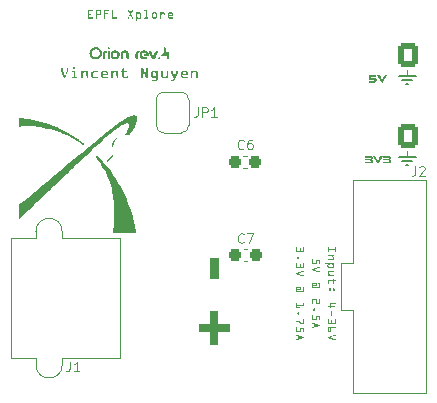
<source format=gto>
G04 #@! TF.GenerationSoftware,KiCad,Pcbnew,7.0.1*
G04 #@! TF.CreationDate,2023-07-10T19:39:26+02:00*
G04 #@! TF.ProjectId,orion_power,6f72696f-6e5f-4706-9f77-65722e6b6963,2*
G04 #@! TF.SameCoordinates,Original*
G04 #@! TF.FileFunction,Legend,Top*
G04 #@! TF.FilePolarity,Positive*
%FSLAX46Y46*%
G04 Gerber Fmt 4.6, Leading zero omitted, Abs format (unit mm)*
G04 Created by KiCad (PCBNEW 7.0.1) date 2023-07-10 19:39:26*
%MOMM*%
%LPD*%
G01*
G04 APERTURE LIST*
G04 Aperture macros list*
%AMRoundRect*
0 Rectangle with rounded corners*
0 $1 Rounding radius*
0 $2 $3 $4 $5 $6 $7 $8 $9 X,Y pos of 4 corners*
0 Add a 4 corners polygon primitive as box body*
4,1,4,$2,$3,$4,$5,$6,$7,$8,$9,$2,$3,0*
0 Add four circle primitives for the rounded corners*
1,1,$1+$1,$2,$3*
1,1,$1+$1,$4,$5*
1,1,$1+$1,$6,$7*
1,1,$1+$1,$8,$9*
0 Add four rect primitives between the rounded corners*
20,1,$1+$1,$2,$3,$4,$5,0*
20,1,$1+$1,$4,$5,$6,$7,0*
20,1,$1+$1,$6,$7,$8,$9,0*
20,1,$1+$1,$8,$9,$2,$3,0*%
%AMFreePoly0*
4,1,19,0.500000,-0.750000,0.000000,-0.750000,0.000000,-0.744911,-0.071157,-0.744911,-0.207708,-0.704816,-0.327430,-0.627875,-0.420627,-0.520320,-0.479746,-0.390866,-0.500000,-0.250000,-0.500000,0.250000,-0.479746,0.390866,-0.420627,0.520320,-0.327430,0.627875,-0.207708,0.704816,-0.071157,0.744911,0.000000,0.744911,0.000000,0.750000,0.500000,0.750000,0.500000,-0.750000,0.500000,-0.750000,
$1*%
%AMFreePoly1*
4,1,5,0.500000,-1.000000,-0.500000,-1.000000,-0.500000,1.000000,0.500000,1.000000,0.500000,-1.000000,0.500000,-1.000000,$1*%
%AMFreePoly2*
4,1,19,0.000000,0.744911,0.071157,0.744911,0.207708,0.704816,0.327430,0.627875,0.420627,0.520320,0.479746,0.390866,0.500000,0.250000,0.500000,-0.250000,0.479746,-0.390866,0.420627,-0.520320,0.327430,-0.627875,0.207708,-0.704816,0.071157,-0.744911,0.000000,-0.744911,0.000000,-0.750000,-0.500000,-0.750000,-0.500000,0.750000,0.000000,0.750000,0.000000,0.744911,0.000000,0.744911,
$1*%
G04 Aperture macros list end*
%ADD10C,0.150000*%
%ADD11C,0.120000*%
%ADD12C,0.160000*%
%ADD13C,0.100000*%
%ADD14C,0.130000*%
%ADD15RoundRect,0.237500X-0.300000X-0.237500X0.300000X-0.237500X0.300000X0.237500X-0.300000X0.237500X0*%
%ADD16FreePoly0,0.000000*%
%ADD17FreePoly1,0.000000*%
%ADD18FreePoly2,0.000000*%
%ADD19R,1.700000X1.700000*%
%ADD20O,1.700000X1.700000*%
%ADD21C,1.400000*%
%ADD22R,3.500000X3.500000*%
%ADD23C,3.500000*%
%ADD24C,2.200000*%
%ADD25RoundRect,0.250000X0.600000X0.750000X-0.600000X0.750000X-0.600000X-0.750000X0.600000X-0.750000X0*%
%ADD26O,1.700000X2.000000*%
G04 APERTURE END LIST*
D10*
X117970001Y-57275000D02*
X118680001Y-57275000D01*
X117969999Y-64150000D02*
X118680000Y-64150000D01*
X117954999Y-57925000D02*
X117879999Y-57925000D01*
D11*
X117970001Y-56767500D02*
X117970001Y-57275000D01*
D10*
X117954998Y-64800000D02*
X118029999Y-64800001D01*
X117955001Y-57600000D02*
X117555001Y-57600000D01*
X117259999Y-64150000D02*
X117969999Y-64150000D01*
X117954998Y-64800000D02*
X117879998Y-64800000D01*
X117260000Y-57275000D02*
X117970001Y-57275000D01*
D11*
X117969999Y-63642500D02*
X117969999Y-64150000D01*
D10*
X117954999Y-57925000D02*
X118030001Y-57925002D01*
X117955001Y-57600000D02*
X118355002Y-57600000D01*
X117954999Y-64475000D02*
X117554999Y-64475000D01*
X117954999Y-64475000D02*
X118355000Y-64475000D01*
D12*
G36*
X91345349Y-51769233D02*
G01*
X91025293Y-51769233D01*
X91025293Y-51981822D01*
X91159724Y-51981822D01*
X91168695Y-51982523D01*
X91177142Y-51984627D01*
X91185065Y-51988133D01*
X91192465Y-51993041D01*
X91196458Y-51996476D01*
X91202549Y-52003149D01*
X91207144Y-52010346D01*
X91210243Y-52018066D01*
X91211845Y-52026310D01*
X91212090Y-52031256D01*
X91211351Y-52040256D01*
X91209135Y-52048620D01*
X91205442Y-52056349D01*
X91200271Y-52063441D01*
X91196653Y-52067209D01*
X91189677Y-52072919D01*
X91182084Y-52077227D01*
X91173873Y-52080132D01*
X91165045Y-52081634D01*
X91159724Y-52081863D01*
X91025293Y-52081863D01*
X91025293Y-52306958D01*
X91346521Y-52306958D01*
X91355491Y-52307659D01*
X91363938Y-52309763D01*
X91371862Y-52313269D01*
X91379262Y-52318178D01*
X91383255Y-52321612D01*
X91389346Y-52328247D01*
X91393941Y-52335498D01*
X91397039Y-52343367D01*
X91398642Y-52351853D01*
X91398887Y-52356979D01*
X91398120Y-52365826D01*
X91395820Y-52374076D01*
X91391986Y-52381726D01*
X91386619Y-52388779D01*
X91382864Y-52392540D01*
X91376723Y-52397454D01*
X91369037Y-52401902D01*
X91360791Y-52404966D01*
X91351983Y-52406646D01*
X91345349Y-52407000D01*
X90920366Y-52407000D01*
X90920366Y-51669191D01*
X91345349Y-51669191D01*
X91353342Y-51669713D01*
X91362130Y-51671642D01*
X91370338Y-51674991D01*
X91377966Y-51679763D01*
X91383060Y-51684041D01*
X91388438Y-51689822D01*
X91393307Y-51697106D01*
X91396661Y-51704969D01*
X91398500Y-51713412D01*
X91398887Y-51719798D01*
X91398129Y-51728341D01*
X91395857Y-51736361D01*
X91392070Y-51743857D01*
X91386769Y-51750829D01*
X91383060Y-51754578D01*
X91376912Y-51759558D01*
X91369201Y-51764066D01*
X91360910Y-51767172D01*
X91352039Y-51768875D01*
X91345349Y-51769233D01*
G37*
G36*
X91941120Y-51669569D02*
G01*
X91951788Y-51670702D01*
X91962168Y-51672591D01*
X91972259Y-51675236D01*
X91982061Y-51678636D01*
X91991575Y-51682792D01*
X92000801Y-51687704D01*
X92009738Y-51693371D01*
X92018386Y-51699794D01*
X92026746Y-51706972D01*
X92032159Y-51712177D01*
X92039807Y-51720383D01*
X92046702Y-51728881D01*
X92052845Y-51737671D01*
X92058235Y-51746753D01*
X92062874Y-51756127D01*
X92066760Y-51765793D01*
X92069894Y-51775750D01*
X92072276Y-51786000D01*
X92073906Y-51796541D01*
X92074784Y-51807375D01*
X92074951Y-51814759D01*
X92074951Y-51987488D01*
X92074576Y-51998511D01*
X92073453Y-52009232D01*
X92071581Y-52019650D01*
X92068961Y-52029766D01*
X92065591Y-52039580D01*
X92061473Y-52049092D01*
X92056606Y-52058302D01*
X92050991Y-52067209D01*
X92044626Y-52075814D01*
X92037513Y-52084117D01*
X92032355Y-52089484D01*
X92024252Y-52097061D01*
X92015843Y-52103893D01*
X92007129Y-52109980D01*
X91998109Y-52115322D01*
X91988783Y-52119918D01*
X91979152Y-52123769D01*
X91969215Y-52126874D01*
X91958972Y-52129234D01*
X91948424Y-52130849D01*
X91937569Y-52131719D01*
X91930164Y-52131884D01*
X91702334Y-52131884D01*
X91702334Y-52355220D01*
X91701791Y-52363060D01*
X91699786Y-52371651D01*
X91696304Y-52379644D01*
X91691345Y-52387039D01*
X91686898Y-52391954D01*
X91680956Y-52397067D01*
X91673450Y-52401695D01*
X91665328Y-52404884D01*
X91656589Y-52406632D01*
X91649968Y-52407000D01*
X91641849Y-52406471D01*
X91632966Y-52404516D01*
X91624720Y-52401122D01*
X91617109Y-52396288D01*
X91612062Y-52391954D01*
X91606749Y-52386005D01*
X91601941Y-52378475D01*
X91598628Y-52370308D01*
X91596812Y-52361506D01*
X91596430Y-52354829D01*
X91596430Y-51769233D01*
X91702334Y-51769233D01*
X91702334Y-52031842D01*
X91930359Y-52031842D01*
X91939047Y-52030884D01*
X91947086Y-52028009D01*
X91954475Y-52023218D01*
X91958300Y-52019728D01*
X91963515Y-52013341D01*
X91967240Y-52006295D01*
X91969474Y-51998589D01*
X91970219Y-51990224D01*
X91970219Y-51810852D01*
X91969474Y-51802486D01*
X91967240Y-51794780D01*
X91963515Y-51787734D01*
X91958300Y-51781347D01*
X91952084Y-51776047D01*
X91944478Y-51771894D01*
X91936223Y-51769658D01*
X91930359Y-51769233D01*
X91702334Y-51769233D01*
X91596430Y-51769233D01*
X91596430Y-51669191D01*
X91930164Y-51669191D01*
X91941120Y-51669569D01*
G37*
G36*
X92272494Y-52354829D02*
G01*
X92272494Y-51669191D01*
X92697672Y-51669191D01*
X92706500Y-51669892D01*
X92714860Y-51671996D01*
X92722753Y-51675502D01*
X92730178Y-51680411D01*
X92734211Y-51683845D01*
X92739590Y-51689533D01*
X92744458Y-51696655D01*
X92747812Y-51704301D01*
X92749652Y-51712470D01*
X92750038Y-51718625D01*
X92749290Y-51727483D01*
X92747046Y-51735760D01*
X92743306Y-51743458D01*
X92738070Y-51750575D01*
X92734406Y-51754383D01*
X92728352Y-51759429D01*
X92720803Y-51763997D01*
X92712730Y-51767144D01*
X92704133Y-51768870D01*
X92697672Y-51769233D01*
X92377421Y-51769233D01*
X92377421Y-51906790D01*
X92605251Y-51906790D01*
X92613157Y-51907305D01*
X92621809Y-51909209D01*
X92629843Y-51912515D01*
X92637260Y-51917223D01*
X92642180Y-51921445D01*
X92648195Y-51928079D01*
X92652732Y-51935331D01*
X92655792Y-51943199D01*
X92657375Y-51951685D01*
X92657616Y-51956811D01*
X92656878Y-51965659D01*
X92654662Y-51973908D01*
X92650969Y-51981559D01*
X92645798Y-51988612D01*
X92642180Y-51992373D01*
X92635204Y-51998007D01*
X92627610Y-52002257D01*
X92619400Y-52005123D01*
X92610572Y-52006606D01*
X92605251Y-52006832D01*
X92377421Y-52006832D01*
X92377421Y-52354438D01*
X92376878Y-52362418D01*
X92374874Y-52371155D01*
X92371391Y-52379275D01*
X92366432Y-52386778D01*
X92361985Y-52391759D01*
X92356036Y-52396938D01*
X92348505Y-52401627D01*
X92340339Y-52404856D01*
X92331537Y-52406627D01*
X92324860Y-52407000D01*
X92316947Y-52406464D01*
X92308270Y-52404484D01*
X92300192Y-52401046D01*
X92292712Y-52396149D01*
X92287735Y-52391759D01*
X92282556Y-52385817D01*
X92277867Y-52378311D01*
X92274638Y-52370189D01*
X92272866Y-52361450D01*
X92272494Y-52354829D01*
G37*
G36*
X92948559Y-52407000D02*
G01*
X92948559Y-51721361D01*
X92949307Y-51712400D01*
X92951551Y-51703981D01*
X92955291Y-51696104D01*
X92960526Y-51688770D01*
X92964190Y-51684822D01*
X92970244Y-51679510D01*
X92977794Y-51674701D01*
X92985867Y-51671389D01*
X92994463Y-51669572D01*
X93000924Y-51669191D01*
X93009971Y-51669939D01*
X93018475Y-51672183D01*
X93026438Y-51675923D01*
X93033857Y-51681159D01*
X93037854Y-51684822D01*
X93043166Y-51690876D01*
X93047975Y-51698426D01*
X93051287Y-51706499D01*
X93053104Y-51715095D01*
X93053485Y-51721556D01*
X93053485Y-52306958D01*
X93373541Y-52306958D01*
X93381468Y-52307473D01*
X93390196Y-52309376D01*
X93398362Y-52312682D01*
X93405968Y-52317390D01*
X93411057Y-52321612D01*
X93416502Y-52327261D01*
X93421431Y-52334424D01*
X93424826Y-52342205D01*
X93426688Y-52350602D01*
X93427079Y-52356979D01*
X93426312Y-52365826D01*
X93424012Y-52374076D01*
X93420179Y-52381726D01*
X93414812Y-52388779D01*
X93411057Y-52392540D01*
X93404916Y-52397454D01*
X93397230Y-52401902D01*
X93388983Y-52404966D01*
X93380176Y-52406646D01*
X93373541Y-52407000D01*
X92948559Y-52407000D01*
G37*
G36*
X94547079Y-52139309D02*
G01*
X94405809Y-52377886D01*
X94401993Y-52384709D01*
X94396518Y-52391959D01*
X94390262Y-52397788D01*
X94383222Y-52402195D01*
X94375401Y-52405180D01*
X94366797Y-52406744D01*
X94361259Y-52407000D01*
X94353133Y-52406436D01*
X94345460Y-52404746D01*
X94337081Y-52401351D01*
X94330390Y-52397220D01*
X94324153Y-52391963D01*
X94323157Y-52390977D01*
X94317779Y-52384779D01*
X94312910Y-52377252D01*
X94309556Y-52369407D01*
X94307717Y-52361245D01*
X94307330Y-52355220D01*
X94308041Y-52346757D01*
X94310174Y-52338294D01*
X94313264Y-52330771D01*
X94316319Y-52325129D01*
X94486507Y-52036727D01*
X94319640Y-51754187D01*
X94315453Y-51746340D01*
X94312294Y-51738698D01*
X94309943Y-51730217D01*
X94308936Y-51722004D01*
X94308894Y-51719993D01*
X94309642Y-51711422D01*
X94311886Y-51703318D01*
X94315625Y-51695682D01*
X94320861Y-51688513D01*
X94324525Y-51684627D01*
X94330559Y-51679381D01*
X94338032Y-51674633D01*
X94345973Y-51671361D01*
X94354381Y-51669568D01*
X94360673Y-51669191D01*
X94369864Y-51669820D01*
X94378262Y-51671709D01*
X94385869Y-51674858D01*
X94392684Y-51679266D01*
X94398707Y-51684933D01*
X94403938Y-51691859D01*
X94405809Y-51694983D01*
X94549424Y-51934927D01*
X94690108Y-51695960D01*
X94695317Y-51688248D01*
X94701175Y-51681843D01*
X94707682Y-51676746D01*
X94714837Y-51672955D01*
X94722642Y-51670472D01*
X94731095Y-51669295D01*
X94734658Y-51669191D01*
X94742592Y-51669720D01*
X94751345Y-51671674D01*
X94759555Y-51675068D01*
X94767223Y-51679902D01*
X94772369Y-51684236D01*
X94777880Y-51690112D01*
X94782869Y-51697557D01*
X94786306Y-51705638D01*
X94788191Y-51714355D01*
X94788586Y-51720970D01*
X94787937Y-51729011D01*
X94785990Y-51736866D01*
X94782744Y-51744535D01*
X94780380Y-51748716D01*
X94609410Y-52037704D01*
X94779403Y-52328451D01*
X94783087Y-52335530D01*
X94785766Y-52343758D01*
X94786956Y-52352367D01*
X94787023Y-52355025D01*
X94786481Y-52363117D01*
X94784476Y-52371898D01*
X94780994Y-52379968D01*
X94776034Y-52387328D01*
X94771587Y-52392150D01*
X94764611Y-52397936D01*
X94757017Y-52402301D01*
X94748807Y-52405245D01*
X94739979Y-52406767D01*
X94734658Y-52407000D01*
X94725453Y-52406303D01*
X94717011Y-52404214D01*
X94709333Y-52400731D01*
X94702418Y-52395856D01*
X94696266Y-52389588D01*
X94690877Y-52381926D01*
X94688935Y-52378472D01*
X94547079Y-52139309D01*
G37*
G36*
X95239900Y-51844599D02*
G01*
X95249282Y-51845603D01*
X95258520Y-51847278D01*
X95267614Y-51849622D01*
X95276563Y-51852636D01*
X95285369Y-51856320D01*
X95294030Y-51860673D01*
X95302547Y-51865696D01*
X95310919Y-51871389D01*
X95319148Y-51877752D01*
X95324553Y-51882366D01*
X95401538Y-51949191D01*
X95407927Y-51955028D01*
X95413903Y-51961061D01*
X95419467Y-51967289D01*
X95424619Y-51973713D01*
X95429359Y-51980332D01*
X95433687Y-51987146D01*
X95437602Y-51994156D01*
X95441106Y-52001361D01*
X95444197Y-52008762D01*
X95446876Y-52016357D01*
X95449143Y-52024149D01*
X95450998Y-52032136D01*
X95452440Y-52040318D01*
X95453470Y-52048695D01*
X95454089Y-52057268D01*
X95454295Y-52066036D01*
X95454295Y-52210824D01*
X95454073Y-52219674D01*
X95453409Y-52228345D01*
X95452303Y-52236838D01*
X95450753Y-52245152D01*
X95448761Y-52253288D01*
X95446326Y-52261245D01*
X95443449Y-52269023D01*
X95440129Y-52276623D01*
X95436366Y-52284044D01*
X95432160Y-52291286D01*
X95427512Y-52298350D01*
X95422421Y-52305236D01*
X95416887Y-52311942D01*
X95410911Y-52318471D01*
X95404492Y-52324820D01*
X95397630Y-52330991D01*
X95322404Y-52396253D01*
X95314896Y-52402643D01*
X95307028Y-52408405D01*
X95298799Y-52413538D01*
X95290209Y-52418042D01*
X95281259Y-52421918D01*
X95271948Y-52425166D01*
X95262277Y-52427785D01*
X95252245Y-52429775D01*
X95241852Y-52431137D01*
X95231099Y-52431870D01*
X95223730Y-52432010D01*
X95203409Y-52432010D01*
X95192972Y-52431656D01*
X95182837Y-52430595D01*
X95173005Y-52428826D01*
X95163475Y-52426350D01*
X95154247Y-52423166D01*
X95145321Y-52419274D01*
X95136698Y-52414675D01*
X95128377Y-52409369D01*
X95120358Y-52403355D01*
X95112642Y-52396633D01*
X95107665Y-52391759D01*
X95082655Y-52366162D01*
X95082655Y-52553936D01*
X95082112Y-52561982D01*
X95080107Y-52570779D01*
X95076625Y-52578940D01*
X95071666Y-52586466D01*
X95067219Y-52591452D01*
X95061277Y-52596764D01*
X95053771Y-52601573D01*
X95045649Y-52604885D01*
X95036910Y-52606702D01*
X95030289Y-52607083D01*
X95022296Y-52606534D01*
X95013508Y-52604503D01*
X95005300Y-52600977D01*
X94997672Y-52595955D01*
X94992578Y-52591452D01*
X94987199Y-52585423D01*
X94982331Y-52577781D01*
X94978977Y-52569485D01*
X94977138Y-52560535D01*
X94976751Y-52553741D01*
X94976751Y-52191675D01*
X95082655Y-52191675D01*
X95083552Y-52200146D01*
X95086245Y-52208804D01*
X95089982Y-52216374D01*
X95095038Y-52224081D01*
X95100259Y-52230609D01*
X95101413Y-52231926D01*
X95168042Y-52306371D01*
X95173605Y-52312371D01*
X95180266Y-52318745D01*
X95186603Y-52323869D01*
X95193779Y-52328369D01*
X95201561Y-52331343D01*
X95206730Y-52331968D01*
X95230373Y-52331968D01*
X95238833Y-52330685D01*
X95246715Y-52327391D01*
X95253894Y-52322846D01*
X95260255Y-52317714D01*
X95262418Y-52315750D01*
X95334518Y-52250098D01*
X95340761Y-52243912D01*
X95345471Y-52236810D01*
X95348647Y-52228792D01*
X95350290Y-52219858D01*
X95350540Y-52214341D01*
X95350540Y-52059588D01*
X95349671Y-52051065D01*
X95347062Y-52042935D01*
X95342715Y-52035197D01*
X95337604Y-52028877D01*
X95332369Y-52023831D01*
X95254797Y-51954662D01*
X95248283Y-51949656D01*
X95240719Y-51946015D01*
X95232812Y-51944397D01*
X95230373Y-51944306D01*
X95203409Y-51944306D01*
X95195461Y-51946176D01*
X95188168Y-51950217D01*
X95181143Y-51955481D01*
X95174743Y-51961137D01*
X95167847Y-51967949D01*
X95099068Y-52036727D01*
X95093490Y-52043013D01*
X95089066Y-52049559D01*
X95085364Y-52057527D01*
X95083232Y-52065849D01*
X95082655Y-52073266D01*
X95082655Y-52191675D01*
X94976751Y-52191675D01*
X94976751Y-51896630D01*
X94977499Y-51887592D01*
X94979743Y-51879116D01*
X94983483Y-51871201D01*
X94988719Y-51863846D01*
X94992383Y-51859896D01*
X94998478Y-51854583D01*
X95006180Y-51849775D01*
X95014517Y-51846462D01*
X95022170Y-51844814D01*
X95030289Y-51844264D01*
X95039260Y-51845003D01*
X95047707Y-51847219D01*
X95055630Y-51850912D01*
X95063030Y-51856082D01*
X95067023Y-51859700D01*
X95072336Y-51865688D01*
X95077144Y-51873177D01*
X95080457Y-51881209D01*
X95082273Y-51889783D01*
X95082655Y-51896239D01*
X95082655Y-51909135D01*
X95089949Y-51901279D01*
X95097322Y-51893931D01*
X95104774Y-51887089D01*
X95112306Y-51880754D01*
X95119917Y-51874926D01*
X95127608Y-51869604D01*
X95135378Y-51864790D01*
X95143227Y-51860482D01*
X95151156Y-51856681D01*
X95159164Y-51853386D01*
X95167251Y-51850599D01*
X95175418Y-51848318D01*
X95183665Y-51846545D01*
X95191990Y-51845278D01*
X95200395Y-51844517D01*
X95208880Y-51844264D01*
X95230373Y-51844264D01*
X95239900Y-51844599D01*
G37*
G36*
X96031685Y-52407000D02*
G01*
X95752466Y-52407000D01*
X95744553Y-52406477D01*
X95735876Y-52404549D01*
X95727798Y-52401199D01*
X95720318Y-52396428D01*
X95715342Y-52392150D01*
X95709403Y-52385363D01*
X95704923Y-52377996D01*
X95701902Y-52370050D01*
X95700339Y-52361525D01*
X95700101Y-52356392D01*
X95700830Y-52347849D01*
X95703018Y-52339830D01*
X95706664Y-52332334D01*
X95711769Y-52325361D01*
X95715342Y-52321612D01*
X95722394Y-52315902D01*
X95730045Y-52311594D01*
X95738294Y-52308689D01*
X95747142Y-52307187D01*
X95752466Y-52306958D01*
X95838635Y-52306958D01*
X95838635Y-51769233D01*
X95751294Y-51769233D01*
X95743381Y-51768724D01*
X95734704Y-51766846D01*
X95726626Y-51763584D01*
X95719146Y-51758939D01*
X95714169Y-51754773D01*
X95708231Y-51748063D01*
X95703751Y-51740754D01*
X95700729Y-51732846D01*
X95699167Y-51724341D01*
X95698928Y-51719212D01*
X95699658Y-51710373D01*
X95701846Y-51702152D01*
X95705492Y-51694548D01*
X95710597Y-51687561D01*
X95714169Y-51683845D01*
X95721222Y-51678135D01*
X95728873Y-51673828D01*
X95737122Y-51670922D01*
X95745970Y-51669420D01*
X95751294Y-51669191D01*
X95892173Y-51669191D01*
X95901144Y-51669939D01*
X95909591Y-51672183D01*
X95917514Y-51675923D01*
X95924914Y-51681159D01*
X95928907Y-51684822D01*
X95934220Y-51690883D01*
X95939028Y-51698458D01*
X95942341Y-51706575D01*
X95944157Y-51715234D01*
X95944539Y-51721752D01*
X95944539Y-52306958D01*
X96031685Y-52306958D01*
X96040655Y-52307659D01*
X96049102Y-52309763D01*
X96057026Y-52313269D01*
X96064426Y-52318178D01*
X96068419Y-52321612D01*
X96074510Y-52328285D01*
X96079105Y-52335482D01*
X96082203Y-52343203D01*
X96083806Y-52351446D01*
X96084051Y-52356392D01*
X96083312Y-52365249D01*
X96081096Y-52373527D01*
X96077403Y-52381224D01*
X96072232Y-52388342D01*
X96068614Y-52392150D01*
X96061638Y-52397936D01*
X96054045Y-52402301D01*
X96045834Y-52405245D01*
X96037006Y-52406767D01*
X96031685Y-52407000D01*
G37*
G36*
X96629038Y-51869367D02*
G01*
X96637050Y-51869888D01*
X96645030Y-51870838D01*
X96652978Y-51872218D01*
X96660893Y-51874026D01*
X96668777Y-51876263D01*
X96676629Y-51878929D01*
X96684448Y-51882024D01*
X96692236Y-51885548D01*
X96699991Y-51889501D01*
X96707715Y-51893883D01*
X96715406Y-51898693D01*
X96723065Y-51903933D01*
X96730693Y-51909602D01*
X96738288Y-51915700D01*
X96745851Y-51922226D01*
X96753186Y-51929012D01*
X96760048Y-51935889D01*
X96766436Y-51942855D01*
X96772351Y-51949911D01*
X96777793Y-51957058D01*
X96782762Y-51964294D01*
X96787258Y-51971621D01*
X96791280Y-51979037D01*
X96794829Y-51986544D01*
X96797905Y-51994141D01*
X96800508Y-52001827D01*
X96802637Y-52009604D01*
X96804294Y-52017471D01*
X96805477Y-52025428D01*
X96806187Y-52033475D01*
X96806423Y-52041612D01*
X96806423Y-52234662D01*
X96806187Y-52242658D01*
X96805477Y-52250574D01*
X96804294Y-52258411D01*
X96802637Y-52266169D01*
X96800508Y-52273847D01*
X96797905Y-52281446D01*
X96794829Y-52288966D01*
X96791280Y-52296406D01*
X96787258Y-52303767D01*
X96782762Y-52311049D01*
X96777793Y-52318251D01*
X96772351Y-52325374D01*
X96766436Y-52332417D01*
X96760048Y-52339381D01*
X96753186Y-52346265D01*
X96745851Y-52353071D01*
X96738288Y-52359601D01*
X96730693Y-52365710D01*
X96723065Y-52371398D01*
X96715406Y-52376665D01*
X96707715Y-52381510D01*
X96699991Y-52385934D01*
X96692236Y-52389936D01*
X96684448Y-52393517D01*
X96676629Y-52396677D01*
X96668777Y-52399416D01*
X96660893Y-52401733D01*
X96652978Y-52403629D01*
X96645030Y-52405104D01*
X96637050Y-52406157D01*
X96629038Y-52406789D01*
X96620994Y-52407000D01*
X96512746Y-52407000D01*
X96504586Y-52406786D01*
X96496470Y-52406145D01*
X96488398Y-52405076D01*
X96480371Y-52403580D01*
X96472388Y-52401657D01*
X96464450Y-52399306D01*
X96456555Y-52396528D01*
X96448705Y-52393322D01*
X96440899Y-52389689D01*
X96433138Y-52385628D01*
X96425420Y-52381140D01*
X96417747Y-52376225D01*
X96410119Y-52370882D01*
X96402534Y-52365112D01*
X96394994Y-52358914D01*
X96387498Y-52352289D01*
X96380281Y-52345395D01*
X96373530Y-52338441D01*
X96367245Y-52331425D01*
X96361425Y-52324348D01*
X96356071Y-52317210D01*
X96351182Y-52310011D01*
X96346759Y-52302751D01*
X96342801Y-52295429D01*
X96339310Y-52288047D01*
X96336283Y-52280604D01*
X96333722Y-52273099D01*
X96331627Y-52265534D01*
X96329358Y-52254071D01*
X96328135Y-52242471D01*
X96327903Y-52234662D01*
X96327903Y-52232512D01*
X96433806Y-52232512D01*
X96434370Y-52240682D01*
X96436451Y-52249380D01*
X96440065Y-52257181D01*
X96445213Y-52264084D01*
X96449829Y-52268465D01*
X96484413Y-52298556D01*
X96491378Y-52302986D01*
X96499115Y-52305571D01*
X96507159Y-52306753D01*
X96512746Y-52306958D01*
X96619822Y-52306958D01*
X96627671Y-52306408D01*
X96636481Y-52304378D01*
X96643735Y-52301447D01*
X96650715Y-52297417D01*
X96657419Y-52292288D01*
X96658510Y-52291326D01*
X96686647Y-52265925D01*
X96692433Y-52260442D01*
X96697305Y-52253099D01*
X96700046Y-52245733D01*
X96701366Y-52237488D01*
X96701496Y-52233685D01*
X96701496Y-52044348D01*
X96700981Y-52035509D01*
X96699436Y-52027605D01*
X96696330Y-52019564D01*
X96691822Y-52012795D01*
X96686842Y-52008004D01*
X96654406Y-51981822D01*
X96647676Y-51976949D01*
X96640478Y-51973273D01*
X96632812Y-51970794D01*
X96624679Y-51969512D01*
X96619822Y-51969316D01*
X96524274Y-51969316D01*
X96515566Y-51969645D01*
X96507517Y-51970633D01*
X96498726Y-51972687D01*
X96490884Y-51975689D01*
X96483989Y-51979639D01*
X96479919Y-51982799D01*
X96448656Y-52010154D01*
X96442870Y-52016075D01*
X96438505Y-52022725D01*
X96435561Y-52030105D01*
X96434038Y-52038214D01*
X96433806Y-52043175D01*
X96433806Y-52232512D01*
X96327903Y-52232512D01*
X96327903Y-52041612D01*
X96328414Y-52029922D01*
X96329950Y-52018373D01*
X96332508Y-52006965D01*
X96334783Y-51999438D01*
X96337512Y-51991973D01*
X96340697Y-51984571D01*
X96344336Y-51977232D01*
X96348430Y-51969955D01*
X96352979Y-51962740D01*
X96357983Y-51955589D01*
X96363442Y-51948499D01*
X96369356Y-51941473D01*
X96375724Y-51934509D01*
X96382548Y-51927607D01*
X96386130Y-51924180D01*
X96393448Y-51917531D01*
X96400846Y-51911312D01*
X96408323Y-51905521D01*
X96415879Y-51900159D01*
X96423515Y-51895226D01*
X96431230Y-51890722D01*
X96439024Y-51886647D01*
X96446898Y-51883001D01*
X96454851Y-51879784D01*
X96462883Y-51876996D01*
X96470995Y-51874636D01*
X96479187Y-51872706D01*
X96487457Y-51871205D01*
X96495807Y-51870132D01*
X96504237Y-51869489D01*
X96512746Y-51869274D01*
X96620994Y-51869274D01*
X96629038Y-51869367D01*
G37*
G36*
X97004944Y-52355220D02*
G01*
X97004944Y-51922226D01*
X97005480Y-51914372D01*
X97007459Y-51905730D01*
X97010897Y-51897649D01*
X97015794Y-51890129D01*
X97020185Y-51885101D01*
X97026133Y-51879723D01*
X97033664Y-51874854D01*
X97041831Y-51871500D01*
X97050633Y-51869661D01*
X97057309Y-51869274D01*
X97065282Y-51869797D01*
X97073994Y-51871725D01*
X97082070Y-51875075D01*
X97089509Y-51879846D01*
X97094434Y-51884124D01*
X97099680Y-51889934D01*
X97104429Y-51897319D01*
X97107700Y-51905358D01*
X97109494Y-51914052D01*
X97109871Y-51920663D01*
X97109871Y-51962282D01*
X97174937Y-51908744D01*
X97184007Y-51901690D01*
X97193047Y-51895331D01*
X97202055Y-51889665D01*
X97211033Y-51884692D01*
X97219980Y-51880414D01*
X97228895Y-51876829D01*
X97237780Y-51873938D01*
X97246634Y-51871741D01*
X97255457Y-51870238D01*
X97264250Y-51869429D01*
X97270094Y-51869274D01*
X97337700Y-51869274D01*
X97348758Y-51869652D01*
X97359510Y-51870786D01*
X97369957Y-51872675D01*
X97380098Y-51875319D01*
X97389933Y-51878720D01*
X97399462Y-51882876D01*
X97408686Y-51887787D01*
X97417604Y-51893454D01*
X97426217Y-51899877D01*
X97434523Y-51907056D01*
X97439891Y-51912261D01*
X97447504Y-51920439D01*
X97454367Y-51928926D01*
X97460482Y-51937722D01*
X97465848Y-51946828D01*
X97470466Y-51956242D01*
X97474334Y-51965966D01*
X97477454Y-51975998D01*
X97479825Y-51986340D01*
X97481447Y-51996991D01*
X97482321Y-52007951D01*
X97482487Y-52015429D01*
X97482487Y-52040440D01*
X97481952Y-52048633D01*
X97480344Y-52056358D01*
X97477114Y-52064781D01*
X97472426Y-52072568D01*
X97467247Y-52078737D01*
X97461291Y-52084049D01*
X97453735Y-52088858D01*
X97445524Y-52092170D01*
X97436659Y-52093987D01*
X97429926Y-52094369D01*
X97421953Y-52093805D01*
X97413242Y-52091724D01*
X97405166Y-52088110D01*
X97397726Y-52082962D01*
X97392801Y-52078346D01*
X97387622Y-52072031D01*
X97383514Y-52065249D01*
X97380478Y-52057999D01*
X97378513Y-52050283D01*
X97377620Y-52042099D01*
X97377561Y-52039267D01*
X97377561Y-52011912D01*
X97376828Y-52003364D01*
X97374630Y-51995499D01*
X97370966Y-51988318D01*
X97365837Y-51981822D01*
X97359682Y-51976351D01*
X97352057Y-51972064D01*
X97343690Y-51969756D01*
X97337700Y-51969316D01*
X97277714Y-51969316D01*
X97268995Y-51970525D01*
X97260844Y-51973567D01*
X97253471Y-51977647D01*
X97245741Y-51983088D01*
X97239026Y-51988660D01*
X97109871Y-52103357D01*
X97109871Y-52355220D01*
X97109321Y-52363120D01*
X97107291Y-52371746D01*
X97103764Y-52379736D01*
X97098742Y-52387090D01*
X97094239Y-52391954D01*
X97088178Y-52397067D01*
X97080603Y-52401695D01*
X97072486Y-52404884D01*
X97063827Y-52406632D01*
X97057309Y-52407000D01*
X97049396Y-52406471D01*
X97040719Y-52404516D01*
X97032641Y-52401122D01*
X97025161Y-52396288D01*
X97020185Y-52391954D01*
X97015005Y-52386019D01*
X97010317Y-52378539D01*
X97007087Y-52370461D01*
X97005316Y-52361784D01*
X97004944Y-52355220D01*
G37*
G36*
X97997521Y-51869640D02*
G01*
X98006971Y-51870738D01*
X98016320Y-51872567D01*
X98025571Y-51875127D01*
X98034721Y-51878419D01*
X98043772Y-51882443D01*
X98052723Y-51887198D01*
X98061575Y-51892685D01*
X98070327Y-51898904D01*
X98078980Y-51905854D01*
X98084693Y-51910893D01*
X98119277Y-51943133D01*
X98126296Y-51949947D01*
X98132624Y-51957344D01*
X98138262Y-51965325D01*
X98143210Y-51973890D01*
X98147467Y-51983039D01*
X98151034Y-51992771D01*
X98153911Y-52003088D01*
X98156097Y-52013988D01*
X98157593Y-52025473D01*
X98158206Y-52033453D01*
X98158513Y-52041693D01*
X98158552Y-52045911D01*
X98158552Y-52155332D01*
X98157804Y-52164217D01*
X98155560Y-52172578D01*
X98151820Y-52180416D01*
X98146584Y-52187730D01*
X98142920Y-52191675D01*
X98136866Y-52196854D01*
X98129316Y-52201543D01*
X98121243Y-52204773D01*
X98112647Y-52206544D01*
X98106186Y-52206916D01*
X97785935Y-52206916D01*
X97785935Y-52228995D01*
X97786574Y-52237048D01*
X97788490Y-52244648D01*
X97791684Y-52251795D01*
X97796156Y-52258488D01*
X97801906Y-52264727D01*
X97804106Y-52266706D01*
X97831071Y-52290545D01*
X97838469Y-52296122D01*
X97845716Y-52300546D01*
X97853980Y-52304249D01*
X97862038Y-52306381D01*
X97868782Y-52306958D01*
X98106186Y-52306958D01*
X98115157Y-52307659D01*
X98123603Y-52309763D01*
X98131527Y-52313269D01*
X98138927Y-52318178D01*
X98142920Y-52321612D01*
X98149011Y-52328247D01*
X98153606Y-52335498D01*
X98156705Y-52343367D01*
X98158307Y-52351853D01*
X98158552Y-52356979D01*
X98157794Y-52365683D01*
X98155522Y-52373846D01*
X98151736Y-52381466D01*
X98146434Y-52388544D01*
X98142725Y-52392345D01*
X98136618Y-52397325D01*
X98129059Y-52401833D01*
X98121033Y-52404939D01*
X98112539Y-52406642D01*
X98106186Y-52407000D01*
X97862725Y-52407000D01*
X97854730Y-52406747D01*
X97846620Y-52405988D01*
X97838396Y-52404724D01*
X97830057Y-52402954D01*
X97821604Y-52400679D01*
X97813037Y-52397898D01*
X97809577Y-52396644D01*
X97801260Y-52393318D01*
X97793648Y-52389935D01*
X97785446Y-52385799D01*
X97778261Y-52381581D01*
X97771163Y-52376557D01*
X97768545Y-52374369D01*
X97727512Y-52338612D01*
X97721272Y-52333248D01*
X97715376Y-52327292D01*
X97709823Y-52320746D01*
X97704614Y-52313607D01*
X97699748Y-52305877D01*
X97695226Y-52297556D01*
X97693513Y-52294062D01*
X97689629Y-52285252D01*
X97686403Y-52276652D01*
X97683836Y-52268262D01*
X97681927Y-52260081D01*
X97680676Y-52252111D01*
X97680044Y-52242824D01*
X97680031Y-52241305D01*
X97680031Y-52106874D01*
X97786912Y-52106874D01*
X98054797Y-52106874D01*
X98054797Y-52046302D01*
X98054310Y-52037701D01*
X98052846Y-52029925D01*
X98049906Y-52021895D01*
X98045639Y-52014987D01*
X98040924Y-52009958D01*
X98014155Y-51985534D01*
X98007146Y-51980023D01*
X98000481Y-51975651D01*
X97993138Y-51971993D01*
X97985319Y-51969712D01*
X97980743Y-51969316D01*
X97864679Y-51969316D01*
X97856536Y-51969980D01*
X97848693Y-51971972D01*
X97841149Y-51975291D01*
X97833904Y-51979938D01*
X97829898Y-51983189D01*
X97802739Y-52006832D01*
X97796572Y-52012640D01*
X97791919Y-52019120D01*
X97788457Y-52027351D01*
X97787051Y-52035275D01*
X97786912Y-52038877D01*
X97786912Y-52106874D01*
X97680031Y-52106874D01*
X97680031Y-52031647D01*
X97680723Y-52022671D01*
X97682417Y-52014025D01*
X97684606Y-52006148D01*
X97687501Y-51997661D01*
X97691101Y-51988563D01*
X97694490Y-51980845D01*
X97698279Y-51973099D01*
X97702318Y-51965787D01*
X97706608Y-51958909D01*
X97711148Y-51952464D01*
X97717174Y-51945017D01*
X97723592Y-51938248D01*
X97730402Y-51932156D01*
X97731810Y-51931019D01*
X97770303Y-51901124D01*
X97777816Y-51895432D01*
X97785480Y-51890300D01*
X97793295Y-51885728D01*
X97801261Y-51881716D01*
X97809378Y-51878263D01*
X97817647Y-51875371D01*
X97826066Y-51873038D01*
X97834637Y-51871265D01*
X97843358Y-51870052D01*
X97852231Y-51869399D01*
X97858231Y-51869274D01*
X97987972Y-51869274D01*
X97997521Y-51869640D01*
G37*
D13*
G36*
X114852366Y-64665500D02*
G01*
X114864965Y-64665288D01*
X114877210Y-64664658D01*
X114889098Y-64663614D01*
X114900627Y-64662163D01*
X114911793Y-64660310D01*
X114922593Y-64658061D01*
X114933024Y-64655422D01*
X114943084Y-64652399D01*
X114952769Y-64648997D01*
X114962075Y-64645222D01*
X114971001Y-64641080D01*
X114979542Y-64636576D01*
X114987697Y-64631717D01*
X114995461Y-64626508D01*
X115002833Y-64620955D01*
X115009808Y-64615063D01*
X115016384Y-64608839D01*
X115022557Y-64602288D01*
X115028326Y-64595416D01*
X115033686Y-64588229D01*
X115038634Y-64580732D01*
X115043169Y-64572932D01*
X115047286Y-64564833D01*
X115050982Y-64556442D01*
X115054255Y-64547765D01*
X115057101Y-64538806D01*
X115059518Y-64529573D01*
X115061502Y-64520071D01*
X115063051Y-64510305D01*
X115064161Y-64500281D01*
X115064829Y-64490006D01*
X115065052Y-64479484D01*
X115064944Y-64472311D01*
X115064621Y-64465282D01*
X115064089Y-64458400D01*
X115062413Y-64445088D01*
X115059949Y-64432391D01*
X115056733Y-64420331D01*
X115052798Y-64408925D01*
X115048181Y-64398193D01*
X115042914Y-64388153D01*
X115037033Y-64378825D01*
X115030572Y-64370228D01*
X115023566Y-64362381D01*
X115016049Y-64355303D01*
X115008057Y-64349013D01*
X114999622Y-64343529D01*
X114990781Y-64338872D01*
X114981568Y-64335059D01*
X114976832Y-64333476D01*
X114985063Y-64329795D01*
X114992825Y-64325373D01*
X115000109Y-64320232D01*
X115006907Y-64314397D01*
X115013209Y-64307890D01*
X115019009Y-64300736D01*
X115024296Y-64292957D01*
X115029063Y-64284578D01*
X115033301Y-64275622D01*
X115037002Y-64266113D01*
X115040157Y-64256074D01*
X115042757Y-64245528D01*
X115044794Y-64234499D01*
X115046260Y-64223011D01*
X115047145Y-64211087D01*
X115047442Y-64198751D01*
X115047283Y-64189891D01*
X115046802Y-64181172D01*
X115045995Y-64172604D01*
X115044855Y-64164196D01*
X115043378Y-64155956D01*
X115041560Y-64147895D01*
X115039393Y-64140021D01*
X115036874Y-64132343D01*
X115033998Y-64124871D01*
X115030759Y-64117614D01*
X115027152Y-64110580D01*
X115023171Y-64103780D01*
X115018813Y-64097222D01*
X115014071Y-64090916D01*
X115008941Y-64084870D01*
X115003418Y-64079094D01*
X114997495Y-64073597D01*
X114991169Y-64068388D01*
X114984434Y-64063477D01*
X114977285Y-64058872D01*
X114969716Y-64054582D01*
X114961723Y-64050618D01*
X114953301Y-64046988D01*
X114944444Y-64043700D01*
X114935147Y-64040766D01*
X114925405Y-64038192D01*
X114915213Y-64035990D01*
X114904566Y-64034167D01*
X114893459Y-64032734D01*
X114881886Y-64031698D01*
X114869843Y-64031070D01*
X114857324Y-64030859D01*
X114391773Y-64030859D01*
X114391773Y-64189690D01*
X114834756Y-64189690D01*
X114842685Y-64190112D01*
X114849920Y-64191370D01*
X114856441Y-64193454D01*
X114863994Y-64197498D01*
X114870202Y-64202964D01*
X114875021Y-64209826D01*
X114878405Y-64218057D01*
X114879977Y-64225115D01*
X114880698Y-64232917D01*
X114880747Y-64235681D01*
X114880313Y-64243750D01*
X114879022Y-64251114D01*
X114876895Y-64257755D01*
X114872788Y-64265449D01*
X114867269Y-64271774D01*
X114860383Y-64276686D01*
X114852174Y-64280138D01*
X114845175Y-64281741D01*
X114837475Y-64282477D01*
X114834756Y-64282527D01*
X114398611Y-64282527D01*
X114398611Y-64413832D01*
X114844501Y-64413832D01*
X114853002Y-64414300D01*
X114860790Y-64415686D01*
X114867839Y-64417959D01*
X114874122Y-64421090D01*
X114881260Y-64426548D01*
X114886923Y-64433408D01*
X114890164Y-64439432D01*
X114892513Y-64446175D01*
X114893942Y-64453609D01*
X114894424Y-64461703D01*
X114893942Y-64469310D01*
X114892513Y-64476249D01*
X114889182Y-64484434D01*
X114884280Y-64491360D01*
X114877871Y-64496984D01*
X114870020Y-64501265D01*
X114863223Y-64503569D01*
X114855678Y-64505075D01*
X114847412Y-64505767D01*
X114844501Y-64505814D01*
X114391773Y-64505814D01*
X114391773Y-64665500D01*
X114852366Y-64665500D01*
G37*
G36*
X115496239Y-64665500D02*
G01*
X115505407Y-64665089D01*
X115514157Y-64663857D01*
X115522483Y-64661804D01*
X115530382Y-64658927D01*
X115537850Y-64655226D01*
X115544881Y-64650701D01*
X115551472Y-64645350D01*
X115557620Y-64639173D01*
X115563318Y-64632168D01*
X115568564Y-64624336D01*
X115571807Y-64618654D01*
X115898018Y-64030859D01*
X115704993Y-64030859D01*
X115476577Y-64460506D01*
X115248332Y-64030859D01*
X115055307Y-64030859D01*
X115380663Y-64618654D01*
X115385586Y-64627039D01*
X115391017Y-64634595D01*
X115396940Y-64641324D01*
X115403341Y-64647225D01*
X115410204Y-64652301D01*
X115417514Y-64656551D01*
X115425255Y-64659977D01*
X115433413Y-64662580D01*
X115441971Y-64664359D01*
X115450916Y-64665317D01*
X115457087Y-64665500D01*
X115496239Y-64665500D01*
G37*
G36*
X116396567Y-64665500D02*
G01*
X116409166Y-64665288D01*
X116421411Y-64664658D01*
X116433299Y-64663614D01*
X116444828Y-64662163D01*
X116455994Y-64660310D01*
X116466794Y-64658061D01*
X116477225Y-64655422D01*
X116487285Y-64652399D01*
X116496969Y-64648997D01*
X116506276Y-64645222D01*
X116515202Y-64641080D01*
X116523743Y-64636576D01*
X116531898Y-64631717D01*
X116539662Y-64626508D01*
X116547034Y-64620955D01*
X116554009Y-64615063D01*
X116560585Y-64608839D01*
X116566758Y-64602288D01*
X116572527Y-64595416D01*
X116577887Y-64588229D01*
X116582835Y-64580732D01*
X116587370Y-64572932D01*
X116591487Y-64564833D01*
X116595183Y-64556442D01*
X116598456Y-64547765D01*
X116601302Y-64538806D01*
X116603719Y-64529573D01*
X116605703Y-64520071D01*
X116607252Y-64510305D01*
X116608362Y-64500281D01*
X116609030Y-64490006D01*
X116609253Y-64479484D01*
X116609145Y-64472311D01*
X116608822Y-64465282D01*
X116608290Y-64458400D01*
X116606613Y-64445088D01*
X116604150Y-64432391D01*
X116600934Y-64420331D01*
X116596999Y-64408925D01*
X116592381Y-64398193D01*
X116587115Y-64388153D01*
X116581234Y-64378825D01*
X116574773Y-64370228D01*
X116567767Y-64362381D01*
X116560250Y-64355303D01*
X116552258Y-64349013D01*
X116543823Y-64343529D01*
X116534982Y-64338872D01*
X116525768Y-64335059D01*
X116521033Y-64333476D01*
X116529264Y-64329795D01*
X116537026Y-64325373D01*
X116544310Y-64320232D01*
X116551108Y-64314397D01*
X116557410Y-64307890D01*
X116563210Y-64300736D01*
X116568497Y-64292957D01*
X116573264Y-64284578D01*
X116577502Y-64275622D01*
X116581203Y-64266113D01*
X116584358Y-64256074D01*
X116586958Y-64245528D01*
X116588995Y-64234499D01*
X116590461Y-64223011D01*
X116591346Y-64211087D01*
X116591643Y-64198751D01*
X116591484Y-64189891D01*
X116591003Y-64181172D01*
X116590196Y-64172604D01*
X116589056Y-64164196D01*
X116587579Y-64155956D01*
X116585760Y-64147895D01*
X116583594Y-64140021D01*
X116581075Y-64132343D01*
X116578199Y-64124871D01*
X116574960Y-64117614D01*
X116571353Y-64110580D01*
X116567372Y-64103780D01*
X116563014Y-64097222D01*
X116558272Y-64090916D01*
X116553142Y-64084870D01*
X116547619Y-64079094D01*
X116541696Y-64073597D01*
X116535370Y-64068388D01*
X116528635Y-64063477D01*
X116521486Y-64058872D01*
X116513917Y-64054582D01*
X116505924Y-64050618D01*
X116497502Y-64046988D01*
X116488645Y-64043700D01*
X116479348Y-64040766D01*
X116469606Y-64038192D01*
X116459414Y-64035990D01*
X116448767Y-64034167D01*
X116437660Y-64032734D01*
X116426087Y-64031698D01*
X116414044Y-64031070D01*
X116401525Y-64030859D01*
X115935973Y-64030859D01*
X115935973Y-64189690D01*
X116378957Y-64189690D01*
X116386886Y-64190112D01*
X116394121Y-64191370D01*
X116400642Y-64193454D01*
X116408195Y-64197498D01*
X116414403Y-64202964D01*
X116419222Y-64209826D01*
X116422606Y-64218057D01*
X116424178Y-64225115D01*
X116424899Y-64232917D01*
X116424948Y-64235681D01*
X116424513Y-64243750D01*
X116423223Y-64251114D01*
X116421096Y-64257755D01*
X116416989Y-64265449D01*
X116411470Y-64271774D01*
X116404584Y-64276686D01*
X116396375Y-64280138D01*
X116389376Y-64281741D01*
X116381676Y-64282477D01*
X116378957Y-64282527D01*
X115942812Y-64282527D01*
X115942812Y-64413832D01*
X116388702Y-64413832D01*
X116397203Y-64414300D01*
X116404991Y-64415686D01*
X116412040Y-64417959D01*
X116418323Y-64421090D01*
X116425461Y-64426548D01*
X116431124Y-64433408D01*
X116434365Y-64439432D01*
X116436714Y-64446175D01*
X116438143Y-64453609D01*
X116438625Y-64461703D01*
X116438143Y-64469310D01*
X116436714Y-64476249D01*
X116433383Y-64484434D01*
X116428481Y-64491360D01*
X116422072Y-64496984D01*
X116414221Y-64501265D01*
X116407424Y-64503569D01*
X116399879Y-64505075D01*
X116391613Y-64505767D01*
X116388702Y-64505814D01*
X115935973Y-64505814D01*
X115935973Y-64665500D01*
X116396567Y-64665500D01*
G37*
D14*
G36*
X111962303Y-71777470D02*
G01*
X111962303Y-72151259D01*
X111961497Y-72160076D01*
X111959079Y-72168356D01*
X111955049Y-72176099D01*
X111950200Y-72182433D01*
X111949407Y-72183304D01*
X111943550Y-72188786D01*
X111936330Y-72193402D01*
X111928547Y-72196260D01*
X111920203Y-72197359D01*
X111919121Y-72197372D01*
X111910353Y-72196505D01*
X111902219Y-72193904D01*
X111894721Y-72189569D01*
X111888681Y-72184353D01*
X111887858Y-72183499D01*
X111882757Y-72177282D01*
X111878461Y-72169603D01*
X111875802Y-72161314D01*
X111874818Y-72153561D01*
X111874766Y-72151259D01*
X111874766Y-72011552D01*
X111324536Y-72011552D01*
X111324536Y-72151259D01*
X111323919Y-72159366D01*
X111321703Y-72167966D01*
X111317874Y-72175858D01*
X111313202Y-72182183D01*
X111311640Y-72183890D01*
X111305822Y-72189143D01*
X111298531Y-72193567D01*
X111290557Y-72196306D01*
X111281898Y-72197359D01*
X111280768Y-72197372D01*
X111272012Y-72196505D01*
X111263915Y-72193904D01*
X111256478Y-72189569D01*
X111250511Y-72184353D01*
X111249700Y-72183499D01*
X111244751Y-72177282D01*
X111240584Y-72169603D01*
X111238004Y-72161314D01*
X111237012Y-72152415D01*
X111237000Y-72151259D01*
X111237000Y-71777470D01*
X111237607Y-71769364D01*
X111239790Y-71760763D01*
X111243561Y-71752871D01*
X111248162Y-71746547D01*
X111249700Y-71744839D01*
X111255595Y-71739586D01*
X111262949Y-71735162D01*
X111270964Y-71732423D01*
X111279637Y-71731370D01*
X111280768Y-71731357D01*
X111289512Y-71732200D01*
X111297572Y-71734728D01*
X111304948Y-71738941D01*
X111311640Y-71744839D01*
X111316665Y-71751009D01*
X111320897Y-71758724D01*
X111323516Y-71767147D01*
X111324486Y-71775099D01*
X111324536Y-71777470D01*
X111324536Y-71919131D01*
X111874766Y-71919131D01*
X111874766Y-71777470D01*
X111875384Y-71769364D01*
X111877600Y-71760763D01*
X111881429Y-71752871D01*
X111886101Y-71746547D01*
X111887662Y-71744839D01*
X111893520Y-71739586D01*
X111900740Y-71735162D01*
X111908522Y-71732423D01*
X111916866Y-71731370D01*
X111917949Y-71731357D01*
X111925798Y-71732002D01*
X111934106Y-71734319D01*
X111941705Y-71738322D01*
X111948596Y-71744010D01*
X111949407Y-71744839D01*
X111954432Y-71751009D01*
X111958663Y-71758724D01*
X111961283Y-71767147D01*
X111962253Y-71775099D01*
X111962303Y-71777470D01*
G37*
G36*
X111662373Y-72626654D02*
G01*
X111599651Y-72500820D01*
X111286043Y-72500820D01*
X111277576Y-72500156D01*
X111269614Y-72498164D01*
X111262157Y-72494845D01*
X111255205Y-72490198D01*
X111251459Y-72486947D01*
X111245825Y-72480720D01*
X111241574Y-72474006D01*
X111238412Y-72465739D01*
X111237127Y-72457984D01*
X111237000Y-72454511D01*
X111237645Y-72446615D01*
X111239962Y-72438139D01*
X111243964Y-72430250D01*
X111248849Y-72423828D01*
X111250482Y-72422076D01*
X111256690Y-72416746D01*
X111264335Y-72412258D01*
X111272566Y-72409480D01*
X111281383Y-72408412D01*
X111282526Y-72408398D01*
X111715520Y-72408398D01*
X111723569Y-72409043D01*
X111732172Y-72411361D01*
X111740141Y-72415363D01*
X111746592Y-72420248D01*
X111748346Y-72421880D01*
X111753752Y-72428050D01*
X111757830Y-72434762D01*
X111760865Y-72443097D01*
X111762097Y-72450971D01*
X111762219Y-72454511D01*
X111761574Y-72462475D01*
X111759257Y-72470980D01*
X111755254Y-72478851D01*
X111750370Y-72485217D01*
X111748737Y-72486947D01*
X111742596Y-72492352D01*
X111734981Y-72496904D01*
X111726732Y-72499722D01*
X111717848Y-72500806D01*
X111716692Y-72500820D01*
X111687188Y-72500820D01*
X111736232Y-72584839D01*
X111740876Y-72592884D01*
X111745064Y-72601117D01*
X111748794Y-72609540D01*
X111752068Y-72618151D01*
X111754885Y-72626951D01*
X111757245Y-72635940D01*
X111759149Y-72645118D01*
X111760595Y-72654485D01*
X111761585Y-72664041D01*
X111762118Y-72673786D01*
X111762219Y-72680387D01*
X111762219Y-72723374D01*
X111761879Y-72733538D01*
X111760859Y-72743441D01*
X111759159Y-72753084D01*
X111756779Y-72762465D01*
X111753719Y-72771585D01*
X111749978Y-72780444D01*
X111745558Y-72789042D01*
X111740457Y-72797379D01*
X111734677Y-72805455D01*
X111728216Y-72813270D01*
X111723531Y-72818335D01*
X111716156Y-72825548D01*
X111708465Y-72832090D01*
X111700457Y-72837963D01*
X111692134Y-72843166D01*
X111683495Y-72847699D01*
X111674539Y-72851562D01*
X111665268Y-72854756D01*
X111655681Y-72857280D01*
X111645777Y-72859134D01*
X111635558Y-72860318D01*
X111628570Y-72860736D01*
X111282526Y-72873437D01*
X111274715Y-72872934D01*
X111266338Y-72870712D01*
X111258546Y-72866731D01*
X111252210Y-72861804D01*
X111250482Y-72860150D01*
X111245228Y-72853895D01*
X111241265Y-72847097D01*
X111238316Y-72838665D01*
X111237118Y-72830705D01*
X111237000Y-72827128D01*
X111237769Y-72818396D01*
X111240077Y-72810178D01*
X111243924Y-72802472D01*
X111248552Y-72796150D01*
X111249309Y-72795279D01*
X111255125Y-72789921D01*
X111261801Y-72785817D01*
X111269337Y-72782965D01*
X111277733Y-72781366D01*
X111282917Y-72781015D01*
X111626420Y-72767337D01*
X111635045Y-72766627D01*
X111642822Y-72765082D01*
X111651871Y-72761724D01*
X111659412Y-72756882D01*
X111665445Y-72750556D01*
X111669970Y-72742746D01*
X111672986Y-72733453D01*
X111674259Y-72725509D01*
X111674683Y-72716730D01*
X111674683Y-72671790D01*
X111674250Y-72663833D01*
X111672952Y-72655642D01*
X111670788Y-72647218D01*
X111667758Y-72638560D01*
X111664573Y-72631167D01*
X111662373Y-72626654D01*
G37*
G36*
X111749080Y-73085117D02*
G01*
X111757586Y-73087468D01*
X111765457Y-73091528D01*
X111771823Y-73096484D01*
X111773552Y-73098140D01*
X111778882Y-73104490D01*
X111782902Y-73111401D01*
X111785614Y-73118873D01*
X111787016Y-73126906D01*
X111787230Y-73131748D01*
X111786575Y-73139635D01*
X111784224Y-73148077D01*
X111780164Y-73155908D01*
X111775208Y-73162259D01*
X111773552Y-73163988D01*
X111767411Y-73169393D01*
X111759796Y-73173946D01*
X111751547Y-73176763D01*
X111742663Y-73177847D01*
X111741508Y-73177861D01*
X111712198Y-73177861D01*
X111721284Y-73186232D01*
X111729784Y-73194591D01*
X111737697Y-73202938D01*
X111745025Y-73211273D01*
X111751766Y-73219596D01*
X111757921Y-73227906D01*
X111763489Y-73236204D01*
X111768472Y-73244490D01*
X111772868Y-73252764D01*
X111776678Y-73261026D01*
X111779903Y-73269275D01*
X111782540Y-73277512D01*
X111784592Y-73285737D01*
X111786057Y-73293949D01*
X111786937Y-73302150D01*
X111787230Y-73310338D01*
X111787230Y-73331832D01*
X111786909Y-73340924D01*
X111785945Y-73349882D01*
X111784340Y-73358706D01*
X111782092Y-73367396D01*
X111779201Y-73375953D01*
X111775669Y-73384375D01*
X111771494Y-73392663D01*
X111766677Y-73400818D01*
X111761217Y-73408838D01*
X111755116Y-73416725D01*
X111750691Y-73421908D01*
X111683866Y-73498894D01*
X111678253Y-73505022D01*
X111672454Y-73510755D01*
X111666468Y-73516092D01*
X111660297Y-73521034D01*
X111653939Y-73525581D01*
X111644053Y-73531660D01*
X111633748Y-73536849D01*
X111623023Y-73541149D01*
X111611880Y-73544559D01*
X111604219Y-73546338D01*
X111596371Y-73547722D01*
X111588337Y-73548710D01*
X111580116Y-73549303D01*
X111571710Y-73549501D01*
X111426923Y-73549501D01*
X111418435Y-73549288D01*
X111410116Y-73548649D01*
X111401966Y-73547584D01*
X111393987Y-73546094D01*
X111386176Y-73544177D01*
X111378535Y-73541835D01*
X111371064Y-73539066D01*
X111363762Y-73535872D01*
X111356629Y-73532252D01*
X111349666Y-73528206D01*
X111342872Y-73523734D01*
X111336248Y-73518836D01*
X111329793Y-73513512D01*
X111323507Y-73507763D01*
X111317391Y-73501587D01*
X111311445Y-73494986D01*
X111246183Y-73419759D01*
X111240072Y-73412586D01*
X111234562Y-73405063D01*
X111229654Y-73397190D01*
X111225346Y-73388966D01*
X111221639Y-73380392D01*
X111218534Y-73371468D01*
X111216030Y-73362193D01*
X111214126Y-73352568D01*
X111212824Y-73342592D01*
X111212123Y-73332267D01*
X111212115Y-73331832D01*
X111299526Y-73331832D01*
X111300637Y-73340478D01*
X111303433Y-73348284D01*
X111307183Y-73355153D01*
X111312184Y-73362187D01*
X111317307Y-73368175D01*
X111382959Y-73440080D01*
X111388906Y-73446255D01*
X111395608Y-73451153D01*
X111403066Y-73454773D01*
X111411279Y-73457116D01*
X111420248Y-73458181D01*
X111423406Y-73458252D01*
X111578158Y-73458252D01*
X111586545Y-73457537D01*
X111594562Y-73455394D01*
X111602207Y-73451822D01*
X111609482Y-73446821D01*
X111616386Y-73440391D01*
X111618605Y-73437931D01*
X111687774Y-73360359D01*
X111692989Y-73353667D01*
X111696713Y-73346681D01*
X111699123Y-73338473D01*
X111699693Y-73331832D01*
X111699693Y-73304867D01*
X111698093Y-73296575D01*
X111694069Y-73288378D01*
X111688670Y-73280652D01*
X111682795Y-73273721D01*
X111677196Y-73267853D01*
X111674096Y-73264811D01*
X111605513Y-73196033D01*
X111599668Y-73190798D01*
X111592378Y-73185687D01*
X111584785Y-73181854D01*
X111576890Y-73179298D01*
X111568692Y-73178021D01*
X111564480Y-73177861D01*
X111446071Y-73177861D01*
X111437963Y-73178575D01*
X111429759Y-73180718D01*
X111421459Y-73184291D01*
X111414468Y-73188359D01*
X111407411Y-73193419D01*
X111401717Y-73198182D01*
X111327272Y-73264811D01*
X111320769Y-73270875D01*
X111315133Y-73276755D01*
X111309307Y-73283847D01*
X111304836Y-73290654D01*
X111301260Y-73298444D01*
X111299553Y-73307011D01*
X111299526Y-73308189D01*
X111299526Y-73331832D01*
X111212115Y-73331832D01*
X111211989Y-73325188D01*
X111211989Y-73304867D01*
X111212326Y-73294901D01*
X111213335Y-73285228D01*
X111215018Y-73275846D01*
X111217375Y-73266756D01*
X111220404Y-73257958D01*
X111224107Y-73249452D01*
X111228482Y-73241238D01*
X111233531Y-73233316D01*
X111239253Y-73225686D01*
X111245649Y-73218348D01*
X111250286Y-73213618D01*
X111287020Y-73177861D01*
X111083810Y-73177861D01*
X111075542Y-73177216D01*
X111067835Y-73175280D01*
X111060689Y-73172055D01*
X111054104Y-73167539D01*
X111050593Y-73164379D01*
X111045264Y-73158209D01*
X111041243Y-73151497D01*
X111038251Y-73143162D01*
X111037036Y-73135288D01*
X111036916Y-73131748D01*
X111037570Y-73123537D01*
X111039534Y-73115832D01*
X111042806Y-73108631D01*
X111047388Y-73101935D01*
X111050593Y-73098335D01*
X111056867Y-73092930D01*
X111063721Y-73088852D01*
X111071154Y-73086102D01*
X111079167Y-73084679D01*
X111084006Y-73084462D01*
X111741117Y-73084462D01*
X111749080Y-73085117D01*
G37*
G36*
X111324536Y-73979759D02*
G01*
X111412073Y-74135293D01*
X111713371Y-74135293D01*
X111721828Y-74135938D01*
X111729762Y-74137873D01*
X111737173Y-74141099D01*
X111744060Y-74145615D01*
X111747760Y-74148775D01*
X111753394Y-74154945D01*
X111757644Y-74161657D01*
X111760807Y-74169991D01*
X111762092Y-74177865D01*
X111762219Y-74181406D01*
X111761555Y-74189588D01*
X111759564Y-74197210D01*
X111755662Y-74205233D01*
X111750826Y-74211653D01*
X111748346Y-74214232D01*
X111742034Y-74219485D01*
X111735235Y-74223448D01*
X111726870Y-74226398D01*
X111719029Y-74227596D01*
X111715520Y-74227714D01*
X111282526Y-74227714D01*
X111274715Y-74227050D01*
X111266338Y-74224666D01*
X111258546Y-74220547D01*
X111252210Y-74215521D01*
X111250482Y-74213841D01*
X111245228Y-74207614D01*
X111240805Y-74199902D01*
X111238066Y-74191555D01*
X111237052Y-74183731D01*
X111237000Y-74181406D01*
X111237691Y-74173509D01*
X111240177Y-74165034D01*
X111243834Y-74158099D01*
X111248875Y-74151613D01*
X111251459Y-74148970D01*
X111258122Y-74143641D01*
X111265291Y-74139620D01*
X111272965Y-74136909D01*
X111281143Y-74135507D01*
X111286043Y-74135293D01*
X111324536Y-74135293D01*
X111269044Y-74054986D01*
X111263317Y-74046144D01*
X111258154Y-74037279D01*
X111253554Y-74028389D01*
X111249517Y-74019476D01*
X111246043Y-74010538D01*
X111243133Y-74001577D01*
X111240786Y-73992591D01*
X111239002Y-73983581D01*
X111237782Y-73974548D01*
X111237125Y-73965490D01*
X111237000Y-73959438D01*
X111237000Y-73916647D01*
X111237343Y-73906163D01*
X111238373Y-73895961D01*
X111240091Y-73886040D01*
X111242495Y-73876401D01*
X111245586Y-73867044D01*
X111249364Y-73857969D01*
X111253829Y-73849175D01*
X111258981Y-73840663D01*
X111264820Y-73832432D01*
X111271346Y-73824483D01*
X111276078Y-73819340D01*
X111283595Y-73812053D01*
X111291418Y-73805432D01*
X111299546Y-73799478D01*
X111307980Y-73794189D01*
X111316719Y-73789567D01*
X111325764Y-73785612D01*
X111335115Y-73782323D01*
X111344772Y-73779700D01*
X111354734Y-73777743D01*
X111365002Y-73776453D01*
X111372017Y-73775963D01*
X111716497Y-73762676D01*
X111725229Y-73763116D01*
X111733448Y-73765411D01*
X111741153Y-73769564D01*
X111747475Y-73774719D01*
X111748346Y-73775572D01*
X111753752Y-73781970D01*
X111757830Y-73788854D01*
X111760580Y-73796225D01*
X111762003Y-73804081D01*
X111762219Y-73808789D01*
X111761555Y-73816743D01*
X111759171Y-73825215D01*
X111755053Y-73833028D01*
X111750026Y-73839323D01*
X111748346Y-73841029D01*
X111742119Y-73846310D01*
X111735406Y-73850358D01*
X111727138Y-73853472D01*
X111719383Y-73854874D01*
X111715911Y-73855097D01*
X111374166Y-73867212D01*
X111365297Y-73867975D01*
X111357300Y-73869680D01*
X111347994Y-73873417D01*
X111340239Y-73878827D01*
X111334036Y-73885910D01*
X111329383Y-73894666D01*
X111326911Y-73902331D01*
X111325312Y-73910937D01*
X111324585Y-73920485D01*
X111324536Y-73923876D01*
X111324536Y-73979759D01*
G37*
G36*
X111237000Y-74760945D02*
G01*
X111237000Y-74668524D01*
X111237357Y-74657965D01*
X111238428Y-74647685D01*
X111240214Y-74637682D01*
X111242715Y-74627958D01*
X111245930Y-74618512D01*
X111249859Y-74609345D01*
X111254503Y-74600455D01*
X111259861Y-74591844D01*
X111265933Y-74583511D01*
X111272720Y-74575456D01*
X111277642Y-74570240D01*
X111285406Y-74562873D01*
X111293459Y-74556229D01*
X111301801Y-74550311D01*
X111310431Y-74545117D01*
X111319350Y-74540648D01*
X111328557Y-74536904D01*
X111338053Y-74533884D01*
X111347837Y-74531589D01*
X111357910Y-74530019D01*
X111368271Y-74529173D01*
X111375339Y-74529012D01*
X111674683Y-74529012D01*
X111674683Y-74481727D01*
X111675281Y-74473620D01*
X111677430Y-74465020D01*
X111681143Y-74457128D01*
X111686419Y-74449944D01*
X111687188Y-74449096D01*
X111693831Y-74443198D01*
X111701256Y-74438984D01*
X111709463Y-74436456D01*
X111717285Y-74435627D01*
X111718451Y-74435614D01*
X111727195Y-74436456D01*
X111735255Y-74438984D01*
X111742631Y-74443198D01*
X111749323Y-74449096D01*
X111754348Y-74455266D01*
X111758580Y-74462981D01*
X111761199Y-74471404D01*
X111762169Y-74479355D01*
X111762219Y-74481727D01*
X111762219Y-74529989D01*
X111877697Y-74529989D01*
X111885965Y-74530634D01*
X111893672Y-74532570D01*
X111900818Y-74535796D01*
X111907403Y-74540312D01*
X111910914Y-74543471D01*
X111916320Y-74549641D01*
X111920398Y-74556353D01*
X111923433Y-74564688D01*
X111924665Y-74572562D01*
X111924787Y-74576102D01*
X111923908Y-74584932D01*
X111921270Y-74593248D01*
X111916874Y-74601052D01*
X111911585Y-74607459D01*
X111910719Y-74608342D01*
X111904397Y-74613824D01*
X111897570Y-74617959D01*
X111890239Y-74620748D01*
X111882402Y-74622191D01*
X111877697Y-74622411D01*
X111762219Y-74622411D01*
X111762219Y-74808231D01*
X111761593Y-74816118D01*
X111759343Y-74824560D01*
X111755456Y-74832391D01*
X111750713Y-74838742D01*
X111749128Y-74840471D01*
X111743252Y-74845876D01*
X111735965Y-74850428D01*
X111728066Y-74853246D01*
X111719558Y-74854330D01*
X111718451Y-74854344D01*
X111709695Y-74853477D01*
X111701598Y-74850875D01*
X111694161Y-74846540D01*
X111688194Y-74841324D01*
X111687383Y-74840471D01*
X111682435Y-74834253D01*
X111678267Y-74826575D01*
X111675687Y-74818286D01*
X111674695Y-74809386D01*
X111674683Y-74808231D01*
X111674683Y-74621238D01*
X111371235Y-74621238D01*
X111363186Y-74621912D01*
X111355624Y-74623931D01*
X111348547Y-74627297D01*
X111341957Y-74632009D01*
X111338409Y-74635307D01*
X111333004Y-74641705D01*
X111328926Y-74648589D01*
X111326175Y-74655959D01*
X111324753Y-74663816D01*
X111324536Y-74668524D01*
X111324536Y-74758796D01*
X111325122Y-74767595D01*
X111326881Y-74775624D01*
X111329812Y-74782884D01*
X111335124Y-74790878D01*
X111340693Y-74796407D01*
X111347434Y-74801166D01*
X111355347Y-74805157D01*
X111362052Y-74807645D01*
X111370845Y-74811024D01*
X111378465Y-74815106D01*
X111384913Y-74819890D01*
X111391324Y-74826858D01*
X111395904Y-74834923D01*
X111398652Y-74844085D01*
X111399531Y-74852204D01*
X111399568Y-74854344D01*
X111398960Y-74862879D01*
X111397137Y-74870703D01*
X111393565Y-74878776D01*
X111388405Y-74885920D01*
X111386867Y-74887561D01*
X111380101Y-74893203D01*
X111372505Y-74897233D01*
X111364079Y-74899651D01*
X111356025Y-74900444D01*
X111354822Y-74900457D01*
X111344958Y-74899843D01*
X111335100Y-74898002D01*
X111325247Y-74894934D01*
X111317862Y-74891827D01*
X111310481Y-74888030D01*
X111303102Y-74883543D01*
X111295728Y-74878365D01*
X111288356Y-74872497D01*
X111280988Y-74865938D01*
X111276078Y-74861183D01*
X111269095Y-74853628D01*
X111262798Y-74845692D01*
X111257188Y-74837375D01*
X111252265Y-74828677D01*
X111248029Y-74819597D01*
X111244479Y-74810137D01*
X111241617Y-74800295D01*
X111239442Y-74790071D01*
X111237954Y-74779467D01*
X111237152Y-74768481D01*
X111237000Y-74760945D01*
G37*
G36*
X111849756Y-75298475D02*
G01*
X111849756Y-75390701D01*
X111849027Y-75399045D01*
X111846839Y-75406810D01*
X111843192Y-75413994D01*
X111838087Y-75420599D01*
X111834515Y-75424113D01*
X111827858Y-75429519D01*
X111821051Y-75433597D01*
X111813089Y-75436632D01*
X111804931Y-75437932D01*
X111802861Y-75437986D01*
X111721577Y-75437986D01*
X111713519Y-75437313D01*
X111705928Y-75435294D01*
X111698805Y-75431928D01*
X111692149Y-75427215D01*
X111688556Y-75423918D01*
X111683150Y-75417643D01*
X111679072Y-75410956D01*
X111676037Y-75402811D01*
X111674737Y-75394128D01*
X111674683Y-75391873D01*
X111674683Y-75297303D01*
X111675318Y-75289224D01*
X111677602Y-75280725D01*
X111681547Y-75273007D01*
X111687152Y-75266070D01*
X111687969Y-75265258D01*
X111694186Y-75260233D01*
X111701038Y-75256442D01*
X111708526Y-75253886D01*
X111716650Y-75252563D01*
X111721577Y-75252362D01*
X111802861Y-75252362D01*
X111810910Y-75253007D01*
X111819514Y-75255324D01*
X111827482Y-75259327D01*
X111833934Y-75264211D01*
X111835688Y-75265844D01*
X111841169Y-75272014D01*
X111845305Y-75278726D01*
X111848382Y-75287060D01*
X111849632Y-75294934D01*
X111849756Y-75298475D01*
G37*
G36*
X111524620Y-75298475D02*
G01*
X111524620Y-75390701D01*
X111523965Y-75398902D01*
X111522002Y-75406580D01*
X111518729Y-75413734D01*
X111514148Y-75420364D01*
X111510942Y-75423918D01*
X111504678Y-75429400D01*
X111497852Y-75433535D01*
X111490466Y-75436324D01*
X111482519Y-75437767D01*
X111477725Y-75437986D01*
X111397614Y-75437986D01*
X111389318Y-75437323D01*
X111381526Y-75435331D01*
X111374240Y-75432012D01*
X111367459Y-75427365D01*
X111363810Y-75424113D01*
X111358253Y-75417896D01*
X111354060Y-75411211D01*
X111350940Y-75402998D01*
X111349602Y-75394175D01*
X111349547Y-75391873D01*
X111349547Y-75297303D01*
X111350210Y-75289224D01*
X111352595Y-75280725D01*
X111356713Y-75273007D01*
X111361740Y-75266894D01*
X111363420Y-75265258D01*
X111369808Y-75260233D01*
X111376664Y-75256442D01*
X111385072Y-75253621D01*
X111392930Y-75252475D01*
X111396441Y-75252362D01*
X111477725Y-75252362D01*
X111486203Y-75253007D01*
X111494026Y-75254942D01*
X111501195Y-75258168D01*
X111507709Y-75262684D01*
X111511138Y-75265844D01*
X111516391Y-75272014D01*
X111520815Y-75279729D01*
X111523553Y-75288152D01*
X111524567Y-75296103D01*
X111524620Y-75298475D01*
G37*
G36*
X111282917Y-76766472D02*
G01*
X111474599Y-76766472D01*
X111474599Y-76488426D01*
X111915408Y-76488426D01*
X111923534Y-76489090D01*
X111931154Y-76491081D01*
X111938269Y-76494401D01*
X111944879Y-76499048D01*
X111948430Y-76502299D01*
X111953836Y-76508706D01*
X111957914Y-76515619D01*
X111960664Y-76523036D01*
X111962086Y-76530958D01*
X111962303Y-76535711D01*
X111961630Y-76543599D01*
X111959212Y-76552040D01*
X111955035Y-76559872D01*
X111949938Y-76566223D01*
X111948235Y-76567952D01*
X111941827Y-76573357D01*
X111934915Y-76577435D01*
X111927498Y-76580185D01*
X111919576Y-76581608D01*
X111914822Y-76581825D01*
X111562136Y-76581825D01*
X111562136Y-76766472D01*
X111838814Y-76766472D01*
X111847186Y-76767117D01*
X111855035Y-76769053D01*
X111862360Y-76772278D01*
X111869161Y-76776794D01*
X111872812Y-76779954D01*
X111878446Y-76786124D01*
X111882697Y-76792836D01*
X111885860Y-76801171D01*
X111887145Y-76809045D01*
X111887272Y-76812585D01*
X111886580Y-76820768D01*
X111884504Y-76828389D01*
X111881045Y-76835450D01*
X111876201Y-76841949D01*
X111872812Y-76845411D01*
X111866310Y-76850665D01*
X111859284Y-76854628D01*
X111851735Y-76857301D01*
X111843662Y-76858683D01*
X111838814Y-76858894D01*
X111562136Y-76858894D01*
X111561518Y-76867000D01*
X111559302Y-76875600D01*
X111555473Y-76883493D01*
X111550801Y-76889817D01*
X111549240Y-76891524D01*
X111543421Y-76896778D01*
X111536131Y-76901202D01*
X111528156Y-76903940D01*
X111519498Y-76904994D01*
X111518367Y-76905007D01*
X111509611Y-76904164D01*
X111501515Y-76901636D01*
X111494077Y-76897423D01*
X111488111Y-76892354D01*
X111487300Y-76891524D01*
X111482351Y-76885355D01*
X111478183Y-76877640D01*
X111475604Y-76869217D01*
X111474649Y-76861265D01*
X111474599Y-76858894D01*
X111282722Y-76858894D01*
X111274692Y-76858230D01*
X111266155Y-76855845D01*
X111258303Y-76851727D01*
X111251993Y-76846701D01*
X111250286Y-76845021D01*
X111245109Y-76838794D01*
X111240749Y-76831082D01*
X111238051Y-76822735D01*
X111237051Y-76814910D01*
X111237000Y-76812585D01*
X111237635Y-76804479D01*
X111239919Y-76795878D01*
X111243863Y-76787986D01*
X111248677Y-76781662D01*
X111250286Y-76779954D01*
X111256456Y-76774701D01*
X111264171Y-76770277D01*
X111272594Y-76767539D01*
X111280546Y-76766525D01*
X111282917Y-76766472D01*
G37*
G36*
X111602387Y-77605886D02*
G01*
X111560572Y-77605886D01*
X111552191Y-77605241D01*
X111544314Y-77603305D01*
X111536943Y-77600080D01*
X111530076Y-77595564D01*
X111526378Y-77592404D01*
X111520821Y-77586234D01*
X111516628Y-77579522D01*
X111513508Y-77571187D01*
X111512240Y-77563313D01*
X111512115Y-77559773D01*
X111512115Y-77186961D01*
X111512797Y-77178854D01*
X111514845Y-77171290D01*
X111518857Y-77163310D01*
X111523829Y-77156907D01*
X111526378Y-77154330D01*
X111532957Y-77149076D01*
X111540040Y-77145113D01*
X111547628Y-77142441D01*
X111555721Y-77141058D01*
X111560572Y-77140848D01*
X111602387Y-77140848D01*
X111610731Y-77141493D01*
X111618495Y-77143428D01*
X111625680Y-77146654D01*
X111632285Y-77151170D01*
X111635799Y-77154330D01*
X111641205Y-77160499D01*
X111645283Y-77167211D01*
X111648317Y-77175546D01*
X111649550Y-77183420D01*
X111649672Y-77186961D01*
X111649672Y-77559773D01*
X111648842Y-77568358D01*
X111646351Y-77576528D01*
X111642198Y-77584283D01*
X111637203Y-77590727D01*
X111636385Y-77591622D01*
X111630217Y-77597180D01*
X111623338Y-77601373D01*
X111615749Y-77604200D01*
X111607449Y-77605663D01*
X111602387Y-77605886D01*
G37*
G36*
X111871640Y-78281950D02*
G01*
X111701842Y-78281950D01*
X111690939Y-78281620D01*
X111680431Y-78280631D01*
X111670317Y-78278983D01*
X111660599Y-78276675D01*
X111651276Y-78273707D01*
X111642347Y-78270080D01*
X111633814Y-78265793D01*
X111625675Y-78260848D01*
X111617932Y-78255242D01*
X111610583Y-78248977D01*
X111605904Y-78244434D01*
X111597739Y-78251314D01*
X111589436Y-78257516D01*
X111580996Y-78263042D01*
X111572418Y-78267891D01*
X111563703Y-78272063D01*
X111554851Y-78275559D01*
X111545861Y-78278379D01*
X111536734Y-78280521D01*
X111527470Y-78281987D01*
X111518068Y-78282777D01*
X111511724Y-78282927D01*
X111330007Y-78282927D01*
X111320647Y-78282497D01*
X111311616Y-78281205D01*
X111302915Y-78279053D01*
X111294543Y-78276039D01*
X111286501Y-78272165D01*
X111278789Y-78267430D01*
X111271407Y-78261834D01*
X111264355Y-78255377D01*
X111257943Y-78248364D01*
X111252387Y-78241003D01*
X111247685Y-78233294D01*
X111243838Y-78225237D01*
X111240846Y-78216832D01*
X111238709Y-78208079D01*
X111237427Y-78198978D01*
X111237000Y-78189529D01*
X111237000Y-77863025D01*
X111237607Y-77854918D01*
X111239790Y-77846318D01*
X111243561Y-77838426D01*
X111248162Y-77832101D01*
X111249700Y-77830394D01*
X111255595Y-77825141D01*
X111262949Y-77820717D01*
X111270964Y-77817978D01*
X111279637Y-77816925D01*
X111280768Y-77816912D01*
X111289512Y-77817754D01*
X111297572Y-77820282D01*
X111304948Y-77824496D01*
X111311640Y-77830394D01*
X111316665Y-77836564D01*
X111320897Y-77844279D01*
X111323516Y-77852702D01*
X111324486Y-77860653D01*
X111324536Y-77863025D01*
X111324536Y-78188356D01*
X111512701Y-78188356D01*
X111521244Y-78187711D01*
X111529264Y-78185776D01*
X111536760Y-78182550D01*
X111543732Y-78178034D01*
X111547481Y-78174874D01*
X111553191Y-78168704D01*
X111557499Y-78161993D01*
X111560704Y-78153658D01*
X111562007Y-78145784D01*
X111562136Y-78142243D01*
X111562136Y-77956423D01*
X111562734Y-77948317D01*
X111564883Y-77939717D01*
X111568596Y-77931824D01*
X111573871Y-77924641D01*
X111574641Y-77923792D01*
X111581284Y-77917894D01*
X111588709Y-77913681D01*
X111596916Y-77911153D01*
X111604738Y-77910323D01*
X111605904Y-77910310D01*
X111614648Y-77911153D01*
X111622708Y-77913681D01*
X111630084Y-77917894D01*
X111636776Y-77923792D01*
X111641801Y-77929962D01*
X111646033Y-77937677D01*
X111648652Y-77946100D01*
X111649622Y-77954052D01*
X111649672Y-77956423D01*
X111649672Y-78143416D01*
X111650317Y-78151303D01*
X111652635Y-78159745D01*
X111656637Y-78167576D01*
X111661522Y-78173927D01*
X111663154Y-78175656D01*
X111669333Y-78181061D01*
X111676073Y-78185139D01*
X111684463Y-78188174D01*
X111692405Y-78189407D01*
X111695981Y-78189529D01*
X111874766Y-78189529D01*
X111874766Y-77859703D01*
X111875374Y-77851597D01*
X111877557Y-77842996D01*
X111881328Y-77835104D01*
X111885929Y-77828780D01*
X111887467Y-77827072D01*
X111893362Y-77821819D01*
X111900716Y-77817395D01*
X111908730Y-77814657D01*
X111917404Y-77813603D01*
X111918535Y-77813590D01*
X111927279Y-77814433D01*
X111935339Y-77816961D01*
X111942715Y-77821174D01*
X111949407Y-77827072D01*
X111954432Y-77833242D01*
X111958663Y-77840957D01*
X111961283Y-77849380D01*
X111962253Y-77857332D01*
X111962303Y-77859703D01*
X111962303Y-78189529D01*
X111961885Y-78198972D01*
X111960630Y-78208054D01*
X111958539Y-78216777D01*
X111955611Y-78225139D01*
X111951846Y-78233141D01*
X111947245Y-78240783D01*
X111941808Y-78248065D01*
X111935534Y-78254986D01*
X111928723Y-78261306D01*
X111921576Y-78266783D01*
X111914093Y-78271417D01*
X111906274Y-78275209D01*
X111898119Y-78278158D01*
X111889629Y-78280265D01*
X111880802Y-78281529D01*
X111871640Y-78281950D01*
G37*
G36*
X111924482Y-78493630D02*
G01*
X111933049Y-78495981D01*
X111940883Y-78500042D01*
X111947137Y-78504997D01*
X111948821Y-78506654D01*
X111954074Y-78513004D01*
X111958037Y-78519914D01*
X111960710Y-78527386D01*
X111962092Y-78535419D01*
X111962303Y-78540261D01*
X111962303Y-78586570D01*
X111961677Y-78594676D01*
X111959427Y-78603277D01*
X111955540Y-78611169D01*
X111950797Y-78617493D01*
X111949212Y-78619201D01*
X111943336Y-78624454D01*
X111936048Y-78628878D01*
X111928150Y-78631616D01*
X111919641Y-78632670D01*
X111918535Y-78632683D01*
X111909779Y-78631840D01*
X111901682Y-78629312D01*
X111894245Y-78625099D01*
X111888278Y-78620030D01*
X111887467Y-78619201D01*
X111882518Y-78613022D01*
X111878351Y-78605273D01*
X111875771Y-78596792D01*
X111874816Y-78588770D01*
X111874766Y-78586374D01*
X111562136Y-78586374D01*
X111562136Y-78911901D01*
X111561481Y-78919789D01*
X111559130Y-78928230D01*
X111555070Y-78936061D01*
X111550114Y-78942413D01*
X111548458Y-78944141D01*
X111542222Y-78949547D01*
X111535480Y-78953625D01*
X111527158Y-78956660D01*
X111519334Y-78957892D01*
X111515827Y-78958014D01*
X111282136Y-78958014D01*
X111274191Y-78957341D01*
X111265752Y-78954923D01*
X111257998Y-78950747D01*
X111251773Y-78945650D01*
X111250091Y-78943946D01*
X111244990Y-78937615D01*
X111241142Y-78930760D01*
X111238546Y-78923381D01*
X111237204Y-78915479D01*
X111237000Y-78910729D01*
X111237000Y-78585397D01*
X111324536Y-78585397D01*
X111324536Y-78864421D01*
X111474599Y-78864421D01*
X111474599Y-78585397D01*
X111324536Y-78585397D01*
X111237000Y-78585397D01*
X111237000Y-78540261D01*
X111237654Y-78532051D01*
X111239617Y-78524345D01*
X111242890Y-78517144D01*
X111247471Y-78510449D01*
X111250677Y-78506849D01*
X111256895Y-78501443D01*
X111263580Y-78497365D01*
X111271793Y-78494331D01*
X111280616Y-78493030D01*
X111282917Y-78492976D01*
X111916385Y-78492976D01*
X111924482Y-78493630D01*
G37*
G36*
X111915408Y-79636228D02*
G01*
X111746783Y-79636228D01*
X111274124Y-79448259D01*
X111265423Y-79444433D01*
X111257882Y-79440089D01*
X111251501Y-79435225D01*
X111245157Y-79428416D01*
X111240625Y-79420796D01*
X111237906Y-79412365D01*
X111237000Y-79403123D01*
X111237586Y-79395307D01*
X111239967Y-79386361D01*
X111244180Y-79378332D01*
X111250225Y-79371218D01*
X111256380Y-79366187D01*
X111263707Y-79361742D01*
X111272207Y-79357883D01*
X111274515Y-79357009D01*
X111746783Y-79170213D01*
X111915408Y-79170213D01*
X111923676Y-79170858D01*
X111931383Y-79172793D01*
X111938529Y-79176019D01*
X111945114Y-79180535D01*
X111948625Y-79183695D01*
X111953955Y-79189864D01*
X111957975Y-79196576D01*
X111960967Y-79204911D01*
X111962183Y-79212785D01*
X111962303Y-79216326D01*
X111961649Y-79224432D01*
X111959298Y-79233032D01*
X111955237Y-79240924D01*
X111950282Y-79247249D01*
X111948625Y-79248956D01*
X111942361Y-79254210D01*
X111935536Y-79258173D01*
X111928149Y-79260846D01*
X111920202Y-79262228D01*
X111915408Y-79262439D01*
X111765932Y-79262439D01*
X111411291Y-79403123D01*
X111764759Y-79543806D01*
X111915408Y-79543806D01*
X111923676Y-79544452D01*
X111931383Y-79546387D01*
X111938529Y-79549613D01*
X111945114Y-79554129D01*
X111948625Y-79557289D01*
X111953955Y-79563458D01*
X111957975Y-79570170D01*
X111960967Y-79578505D01*
X111962183Y-79586379D01*
X111962303Y-79589919D01*
X111961649Y-79598102D01*
X111959685Y-79605723D01*
X111955838Y-79613747D01*
X111951070Y-79620166D01*
X111948625Y-79622746D01*
X111942361Y-79627999D01*
X111935536Y-79631962D01*
X111928149Y-79634635D01*
X111920202Y-79636017D01*
X111915408Y-79636228D01*
G37*
G36*
X109980536Y-72915252D02*
G01*
X109980536Y-73129013D01*
X110218136Y-73129013D01*
X110218136Y-72849795D01*
X110618303Y-72849795D01*
X110618303Y-73175126D01*
X110617677Y-73183013D01*
X110615427Y-73191455D01*
X110611540Y-73199286D01*
X110606797Y-73205637D01*
X110605212Y-73207366D01*
X110599336Y-73212772D01*
X110592048Y-73217324D01*
X110584150Y-73220142D01*
X110575641Y-73221226D01*
X110574535Y-73221239D01*
X110565779Y-73220396D01*
X110557682Y-73217869D01*
X110550245Y-73213655D01*
X110544278Y-73208586D01*
X110543467Y-73207757D01*
X110538518Y-73201587D01*
X110534351Y-73193872D01*
X110531771Y-73185449D01*
X110530816Y-73177497D01*
X110530766Y-73175126D01*
X110530766Y-72943193D01*
X110305672Y-72943193D01*
X110305672Y-73129013D01*
X110305242Y-73138187D01*
X110303950Y-73147050D01*
X110301798Y-73155602D01*
X110298785Y-73163842D01*
X110294910Y-73171771D01*
X110290175Y-73179388D01*
X110284579Y-73186694D01*
X110278122Y-73193688D01*
X110271078Y-73200146D01*
X110263724Y-73205742D01*
X110256057Y-73210477D01*
X110248080Y-73214351D01*
X110239791Y-73217365D01*
X110231190Y-73219517D01*
X110222279Y-73220809D01*
X110213055Y-73221239D01*
X109985616Y-73221239D01*
X109976305Y-73220815D01*
X109967323Y-73219542D01*
X109958670Y-73217420D01*
X109950348Y-73214449D01*
X109942355Y-73210630D01*
X109934692Y-73205962D01*
X109927358Y-73200445D01*
X109920355Y-73194079D01*
X109913943Y-73187121D01*
X109908387Y-73179828D01*
X109903685Y-73172198D01*
X109899838Y-73164233D01*
X109896846Y-73155932D01*
X109894709Y-73147295D01*
X109893427Y-73138322D01*
X109893000Y-73129013D01*
X109893000Y-72915252D01*
X109893314Y-72906190D01*
X109894259Y-72896956D01*
X109895833Y-72887551D01*
X109897546Y-72879903D01*
X109899662Y-72872145D01*
X109902180Y-72864278D01*
X109905102Y-72856300D01*
X109905896Y-72854289D01*
X109933251Y-72784337D01*
X109937147Y-72776288D01*
X109941998Y-72769603D01*
X109947802Y-72764282D01*
X109954561Y-72760325D01*
X109962274Y-72757733D01*
X109970940Y-72756505D01*
X109974674Y-72756396D01*
X109983333Y-72757178D01*
X109991332Y-72759522D01*
X109998671Y-72763430D01*
X110005351Y-72768901D01*
X110010908Y-72775594D01*
X110014877Y-72782970D01*
X110017258Y-72791030D01*
X110018052Y-72799774D01*
X110017449Y-72807902D01*
X110015901Y-72815672D01*
X110013401Y-72823955D01*
X110010431Y-72831623D01*
X109986593Y-72892781D01*
X109983145Y-72900373D01*
X109981128Y-72908104D01*
X109980536Y-72915252D01*
G37*
G36*
X110571408Y-73889683D02*
G01*
X110402783Y-73889683D01*
X109930124Y-73701714D01*
X109921423Y-73697888D01*
X109913882Y-73693544D01*
X109907501Y-73688680D01*
X109901157Y-73681871D01*
X109896625Y-73674251D01*
X109893906Y-73665820D01*
X109893000Y-73656578D01*
X109893586Y-73648762D01*
X109895967Y-73639816D01*
X109900180Y-73631787D01*
X109906225Y-73624673D01*
X109912380Y-73619642D01*
X109919707Y-73615197D01*
X109928207Y-73611338D01*
X109930515Y-73610464D01*
X110402783Y-73423668D01*
X110571408Y-73423668D01*
X110579676Y-73424313D01*
X110587383Y-73426248D01*
X110594529Y-73429474D01*
X110601114Y-73433990D01*
X110604625Y-73437150D01*
X110609955Y-73443319D01*
X110613975Y-73450031D01*
X110616967Y-73458366D01*
X110618183Y-73466240D01*
X110618303Y-73469781D01*
X110617649Y-73477887D01*
X110615298Y-73486487D01*
X110611237Y-73494379D01*
X110606282Y-73500704D01*
X110604625Y-73502411D01*
X110598361Y-73507665D01*
X110591536Y-73511628D01*
X110584149Y-73514301D01*
X110576202Y-73515683D01*
X110571408Y-73515894D01*
X110421932Y-73515894D01*
X110067291Y-73656578D01*
X110420759Y-73797261D01*
X110571408Y-73797261D01*
X110579676Y-73797907D01*
X110587383Y-73799842D01*
X110594529Y-73803068D01*
X110601114Y-73807584D01*
X110604625Y-73810744D01*
X110609955Y-73816913D01*
X110613975Y-73823625D01*
X110616967Y-73831960D01*
X110618183Y-73839834D01*
X110618303Y-73843374D01*
X110617649Y-73851557D01*
X110615685Y-73859178D01*
X110611838Y-73867202D01*
X110607070Y-73873621D01*
X110604625Y-73876201D01*
X110598361Y-73881454D01*
X110591536Y-73885417D01*
X110584149Y-73888090D01*
X110576202Y-73889472D01*
X110571408Y-73889683D01*
G37*
G36*
X110505823Y-74775323D02*
G01*
X110514622Y-74777420D01*
X110523751Y-74780916D01*
X110530813Y-74784455D01*
X110538062Y-74788781D01*
X110545495Y-74793894D01*
X110553115Y-74799793D01*
X110560919Y-74806478D01*
X110568910Y-74813950D01*
X110574339Y-74819369D01*
X110582196Y-74827936D01*
X110589280Y-74836785D01*
X110595591Y-74845915D01*
X110601130Y-74855328D01*
X110605895Y-74865021D01*
X110609888Y-74874997D01*
X110613108Y-74885254D01*
X110615555Y-74895792D01*
X110617230Y-74906613D01*
X110618131Y-74917715D01*
X110618303Y-74925273D01*
X110618303Y-75082956D01*
X110617882Y-75094271D01*
X110616620Y-75105357D01*
X110614516Y-75116212D01*
X110611571Y-75126837D01*
X110607784Y-75137232D01*
X110603156Y-75147397D01*
X110597686Y-75157332D01*
X110591375Y-75167036D01*
X110586700Y-75173378D01*
X110581651Y-75179618D01*
X110576228Y-75185755D01*
X110570431Y-75191790D01*
X110564379Y-75197587D01*
X110558189Y-75203010D01*
X110551861Y-75208059D01*
X110545397Y-75212734D01*
X110538794Y-75217035D01*
X110528633Y-75222785D01*
X110518163Y-75227694D01*
X110507384Y-75231761D01*
X110496296Y-75234987D01*
X110484899Y-75237371D01*
X110477129Y-75238493D01*
X110469221Y-75239241D01*
X110461177Y-75239615D01*
X110457103Y-75239662D01*
X110025281Y-75239662D01*
X110015742Y-75239303D01*
X110006395Y-75238226D01*
X109997241Y-75236432D01*
X109988279Y-75233919D01*
X109979509Y-75230689D01*
X109970931Y-75226741D01*
X109962546Y-75222075D01*
X109954353Y-75216691D01*
X109946353Y-75210589D01*
X109938545Y-75203770D01*
X109933446Y-75198825D01*
X109926218Y-75191079D01*
X109919701Y-75183082D01*
X109913894Y-75174835D01*
X109908799Y-75166337D01*
X109904415Y-75157589D01*
X109900741Y-75148589D01*
X109897779Y-75139339D01*
X109895527Y-75129838D01*
X109893987Y-75120087D01*
X109893157Y-75110084D01*
X109893000Y-75103277D01*
X109893302Y-75092651D01*
X109894209Y-75082389D01*
X109895720Y-75072492D01*
X109897836Y-75062958D01*
X109900556Y-75053789D01*
X109903881Y-75044984D01*
X109907810Y-75036542D01*
X109912344Y-75028465D01*
X109917482Y-75020752D01*
X109923225Y-75013403D01*
X109927389Y-75008706D01*
X109921243Y-75001710D01*
X109915702Y-74994349D01*
X109910765Y-74986624D01*
X109906433Y-74978536D01*
X109902705Y-74970083D01*
X109899582Y-74961266D01*
X109897063Y-74952085D01*
X109895149Y-74942541D01*
X109893839Y-74932632D01*
X109893134Y-74922358D01*
X109893000Y-74915307D01*
X109980536Y-74915307D01*
X109981200Y-74923509D01*
X109983192Y-74931186D01*
X109986511Y-74938340D01*
X109991158Y-74944971D01*
X109994409Y-74948524D01*
X110000845Y-74954006D01*
X110007841Y-74958142D01*
X110015398Y-74960930D01*
X110023517Y-74962373D01*
X110028408Y-74962593D01*
X110255651Y-74962593D01*
X110255651Y-74920778D01*
X110255181Y-74911560D01*
X110253769Y-74903248D01*
X110250423Y-74893576D01*
X110245404Y-74885516D01*
X110238712Y-74879068D01*
X110230346Y-74874232D01*
X110220308Y-74871008D01*
X110211681Y-74869648D01*
X110202113Y-74869194D01*
X110028408Y-74869194D01*
X110019969Y-74869849D01*
X110012091Y-74871812D01*
X110004774Y-74875085D01*
X109998018Y-74879666D01*
X109994409Y-74882872D01*
X109989004Y-74889166D01*
X109984926Y-74895908D01*
X109981891Y-74904164D01*
X109980590Y-74913005D01*
X109980536Y-74915307D01*
X109893000Y-74915307D01*
X109893362Y-74904441D01*
X109894449Y-74893898D01*
X109896261Y-74883678D01*
X109898797Y-74873780D01*
X109902058Y-74864205D01*
X109906044Y-74854954D01*
X109910755Y-74846025D01*
X109916190Y-74837418D01*
X109922350Y-74829135D01*
X109929235Y-74821175D01*
X109934228Y-74816047D01*
X109942040Y-74808854D01*
X109950018Y-74802368D01*
X109958160Y-74796590D01*
X109966468Y-74791519D01*
X109974940Y-74787156D01*
X109983577Y-74783500D01*
X109992379Y-74780552D01*
X110001346Y-74778312D01*
X110010477Y-74776779D01*
X110019774Y-74775953D01*
X110026063Y-74775796D01*
X110203481Y-74775796D01*
X110214075Y-74776155D01*
X110224387Y-74777232D01*
X110234417Y-74779026D01*
X110244166Y-74781539D01*
X110253633Y-74784769D01*
X110262818Y-74788717D01*
X110271722Y-74793383D01*
X110280344Y-74798767D01*
X110288685Y-74804869D01*
X110296744Y-74811688D01*
X110301960Y-74816633D01*
X110309328Y-74824473D01*
X110315971Y-74832605D01*
X110321889Y-74841028D01*
X110327083Y-74849744D01*
X110331552Y-74858751D01*
X110335297Y-74868050D01*
X110338316Y-74877642D01*
X110340611Y-74887525D01*
X110342181Y-74897700D01*
X110343027Y-74908167D01*
X110343188Y-74915307D01*
X110343188Y-75005580D01*
X110342747Y-75014414D01*
X110341422Y-75022380D01*
X110338284Y-75031649D01*
X110333576Y-75039373D01*
X110327299Y-75045552D01*
X110319453Y-75050187D01*
X110310037Y-75053276D01*
X110301946Y-75054580D01*
X110292972Y-75055014D01*
X110027235Y-75055014D01*
X110019044Y-75055660D01*
X110011394Y-75057595D01*
X110003316Y-75061387D01*
X109996828Y-75066087D01*
X109994214Y-75068497D01*
X109988884Y-75074666D01*
X109984864Y-75081378D01*
X109981872Y-75089713D01*
X109980656Y-75097587D01*
X109980536Y-75101127D01*
X109981181Y-75109091D01*
X109983499Y-75117597D01*
X109987501Y-75125467D01*
X109992386Y-75131833D01*
X109994018Y-75133563D01*
X110000283Y-75138892D01*
X110007108Y-75142913D01*
X110014495Y-75145624D01*
X110022442Y-75147027D01*
X110027235Y-75147240D01*
X110463551Y-75147240D01*
X110471430Y-75146744D01*
X110480571Y-75144839D01*
X110487926Y-75142160D01*
X110495043Y-75138489D01*
X110501921Y-75133825D01*
X110508560Y-75128170D01*
X110509859Y-75126919D01*
X110515882Y-75120436D01*
X110520885Y-75113685D01*
X110524866Y-75106666D01*
X110527826Y-75099381D01*
X110530031Y-75090286D01*
X110530746Y-75082413D01*
X110530766Y-75080806D01*
X110530766Y-74938950D01*
X110530499Y-74929591D01*
X110529698Y-74921052D01*
X110528362Y-74913333D01*
X110526054Y-74905154D01*
X110522389Y-74897105D01*
X110519824Y-74893228D01*
X110514356Y-74886950D01*
X110508448Y-74881510D01*
X110501414Y-74876014D01*
X110494692Y-74871393D01*
X110487187Y-74866733D01*
X110482309Y-74863919D01*
X110474653Y-74858926D01*
X110468295Y-74853351D01*
X110463235Y-74847195D01*
X110458875Y-74839039D01*
X110456384Y-74830044D01*
X110455735Y-74821909D01*
X110456333Y-74812917D01*
X110458129Y-74804748D01*
X110461121Y-74797402D01*
X110466005Y-74790013D01*
X110468240Y-74787520D01*
X110474749Y-74781878D01*
X110481771Y-74777848D01*
X110489306Y-74775430D01*
X110497354Y-74774624D01*
X110505823Y-74775323D01*
G37*
G36*
X109893000Y-76545677D02*
G01*
X109893000Y-76125775D01*
X110212078Y-76125775D01*
X110221531Y-76126199D01*
X110230641Y-76127472D01*
X110239409Y-76129594D01*
X110247836Y-76132565D01*
X110255920Y-76136384D01*
X110263662Y-76141052D01*
X110271063Y-76146569D01*
X110278122Y-76152935D01*
X110284579Y-76159893D01*
X110290175Y-76167186D01*
X110294910Y-76174816D01*
X110298785Y-76182781D01*
X110301798Y-76191082D01*
X110303950Y-76199720D01*
X110305242Y-76208692D01*
X110305672Y-76218001D01*
X110305672Y-76498196D01*
X110530766Y-76498196D01*
X110530766Y-76168566D01*
X110531374Y-76160241D01*
X110533197Y-76152533D01*
X110536769Y-76144479D01*
X110541929Y-76137231D01*
X110543467Y-76135545D01*
X110550245Y-76129817D01*
X110557682Y-76125726D01*
X110565779Y-76123272D01*
X110574535Y-76122453D01*
X110583279Y-76123272D01*
X110591339Y-76125726D01*
X110598715Y-76129817D01*
X110605407Y-76135545D01*
X110610432Y-76141666D01*
X110614663Y-76149418D01*
X110617283Y-76157976D01*
X110618253Y-76166125D01*
X110618303Y-76168566D01*
X110618303Y-76498392D01*
X110617888Y-76507841D01*
X110616642Y-76516942D01*
X110614566Y-76525695D01*
X110611660Y-76534100D01*
X110607923Y-76542157D01*
X110603355Y-76549866D01*
X110597958Y-76557227D01*
X110591729Y-76564240D01*
X110584967Y-76570697D01*
X110577869Y-76576293D01*
X110570435Y-76581028D01*
X110562665Y-76584903D01*
X110554559Y-76587916D01*
X110546117Y-76590068D01*
X110537340Y-76591360D01*
X110528226Y-76591790D01*
X110309189Y-76591790D01*
X110299844Y-76591360D01*
X110290859Y-76590068D01*
X110282234Y-76587916D01*
X110273969Y-76584903D01*
X110266065Y-76581028D01*
X110258521Y-76576293D01*
X110251337Y-76570697D01*
X110244514Y-76564240D01*
X110238331Y-76557227D01*
X110232973Y-76549866D01*
X110228440Y-76542157D01*
X110224730Y-76534100D01*
X110221845Y-76525695D01*
X110219784Y-76516942D01*
X110218548Y-76507841D01*
X110218136Y-76498392D01*
X110218136Y-76218001D01*
X109980536Y-76218001D01*
X109980536Y-76545677D01*
X109979919Y-76553565D01*
X109977703Y-76562006D01*
X109973874Y-76569837D01*
X109969202Y-76576189D01*
X109967640Y-76577917D01*
X109961822Y-76583323D01*
X109954531Y-76587875D01*
X109946557Y-76590693D01*
X109937898Y-76591777D01*
X109936768Y-76591790D01*
X109928012Y-76590923D01*
X109919915Y-76588322D01*
X109912478Y-76583987D01*
X109906511Y-76578771D01*
X109905700Y-76577917D01*
X109900751Y-76571700D01*
X109896584Y-76564021D01*
X109894004Y-76555732D01*
X109893012Y-76546833D01*
X109893000Y-76545677D01*
G37*
G36*
X110193125Y-76987464D02*
G01*
X110193125Y-77081058D01*
X110192471Y-77088945D01*
X110190120Y-77097387D01*
X110186059Y-77105218D01*
X110181104Y-77111569D01*
X110179448Y-77113298D01*
X110173183Y-77118703D01*
X110166358Y-77122781D01*
X110158971Y-77125531D01*
X110151024Y-77126954D01*
X110146230Y-77127171D01*
X110066119Y-77127171D01*
X110057823Y-77126526D01*
X110050032Y-77124590D01*
X110042745Y-77121364D01*
X110035964Y-77116848D01*
X110032316Y-77113688D01*
X110026758Y-77107519D01*
X110022565Y-77100807D01*
X110019445Y-77092472D01*
X110018177Y-77084598D01*
X110018052Y-77081058D01*
X110018052Y-76986291D01*
X110018716Y-76978185D01*
X110020707Y-76970621D01*
X110024609Y-76962640D01*
X110029446Y-76956238D01*
X110031925Y-76953661D01*
X110038313Y-76948407D01*
X110045170Y-76944444D01*
X110053578Y-76941495D01*
X110061436Y-76940297D01*
X110064946Y-76940178D01*
X110146230Y-76940178D01*
X110154498Y-76940833D01*
X110162205Y-76942796D01*
X110169352Y-76946069D01*
X110175937Y-76950650D01*
X110179448Y-76953856D01*
X110184777Y-76960206D01*
X110188797Y-76967117D01*
X110191509Y-76974589D01*
X110192911Y-76982622D01*
X110193125Y-76987464D01*
G37*
G36*
X109980536Y-77647701D02*
G01*
X109980536Y-77861462D01*
X110218136Y-77861462D01*
X110218136Y-77582244D01*
X110618303Y-77582244D01*
X110618303Y-77907575D01*
X110617677Y-77915463D01*
X110615427Y-77923904D01*
X110611540Y-77931735D01*
X110606797Y-77938087D01*
X110605212Y-77939815D01*
X110599336Y-77945221D01*
X110592048Y-77949773D01*
X110584150Y-77952591D01*
X110575641Y-77953675D01*
X110574535Y-77953688D01*
X110565779Y-77952846D01*
X110557682Y-77950318D01*
X110550245Y-77946105D01*
X110544278Y-77941036D01*
X110543467Y-77940206D01*
X110538518Y-77934037D01*
X110534351Y-77926322D01*
X110531771Y-77917898D01*
X110530816Y-77909947D01*
X110530766Y-77907575D01*
X110530766Y-77675642D01*
X110305672Y-77675642D01*
X110305672Y-77861462D01*
X110305242Y-77870637D01*
X110303950Y-77879500D01*
X110301798Y-77888051D01*
X110298785Y-77896291D01*
X110294910Y-77904220D01*
X110290175Y-77911837D01*
X110284579Y-77919143D01*
X110278122Y-77926138D01*
X110271078Y-77932595D01*
X110263724Y-77938191D01*
X110256057Y-77942927D01*
X110248080Y-77946801D01*
X110239791Y-77949814D01*
X110231190Y-77951967D01*
X110222279Y-77953258D01*
X110213055Y-77953688D01*
X109985616Y-77953688D01*
X109976305Y-77953264D01*
X109967323Y-77951991D01*
X109958670Y-77949869D01*
X109950348Y-77946899D01*
X109942355Y-77943079D01*
X109934692Y-77938411D01*
X109927358Y-77932894D01*
X109920355Y-77926529D01*
X109913943Y-77919571D01*
X109908387Y-77912277D01*
X109903685Y-77904648D01*
X109899838Y-77896682D01*
X109896846Y-77888381D01*
X109894709Y-77879744D01*
X109893427Y-77870771D01*
X109893000Y-77861462D01*
X109893000Y-77647701D01*
X109893314Y-77638639D01*
X109894259Y-77629406D01*
X109895833Y-77620000D01*
X109897546Y-77612353D01*
X109899662Y-77604595D01*
X109902180Y-77596727D01*
X109905102Y-77588750D01*
X109905896Y-77586738D01*
X109933251Y-77516787D01*
X109937147Y-77508737D01*
X109941998Y-77502052D01*
X109947802Y-77496731D01*
X109954561Y-77492775D01*
X109962274Y-77490183D01*
X109970940Y-77488955D01*
X109974674Y-77488845D01*
X109983333Y-77489627D01*
X109991332Y-77491972D01*
X109998671Y-77495880D01*
X110005351Y-77501351D01*
X110010908Y-77508043D01*
X110014877Y-77515419D01*
X110017258Y-77523479D01*
X110018052Y-77532223D01*
X110017449Y-77540351D01*
X110015901Y-77548121D01*
X110013401Y-77556404D01*
X110010431Y-77564072D01*
X109986593Y-77625231D01*
X109983145Y-77632823D01*
X109981128Y-77640553D01*
X109980536Y-77647701D01*
G37*
G36*
X109948589Y-78155628D02*
G01*
X109956552Y-78157512D01*
X109957089Y-78157680D01*
X110582155Y-78344672D01*
X110590627Y-78347787D01*
X110597970Y-78351658D01*
X110605559Y-78357562D01*
X110611384Y-78364648D01*
X110615444Y-78372918D01*
X110617738Y-78382371D01*
X110618303Y-78390785D01*
X110617827Y-78398891D01*
X110615892Y-78407916D01*
X110612469Y-78415710D01*
X110607557Y-78422273D01*
X110601157Y-78427605D01*
X110593269Y-78431707D01*
X110587822Y-78433577D01*
X109952790Y-78617834D01*
X109944904Y-78619572D01*
X109939113Y-78619983D01*
X109931006Y-78619347D01*
X109922406Y-78617063D01*
X109914514Y-78613119D01*
X109908189Y-78608305D01*
X109906482Y-78606696D01*
X109901228Y-78600782D01*
X109896805Y-78593564D01*
X109894066Y-78585858D01*
X109893013Y-78577664D01*
X109893000Y-78576605D01*
X109893537Y-78567932D01*
X109895149Y-78560082D01*
X109898675Y-78551430D01*
X109903881Y-78544065D01*
X109910765Y-78537989D01*
X109919329Y-78533200D01*
X109927389Y-78530297D01*
X110055568Y-78492977D01*
X110055568Y-78310478D01*
X110143104Y-78310478D01*
X110143104Y-78466012D01*
X110405714Y-78389613D01*
X110143104Y-78310478D01*
X110055568Y-78310478D01*
X110055568Y-78282537D01*
X109918596Y-78241895D01*
X109911296Y-78238884D01*
X109905370Y-78233615D01*
X109901206Y-78228217D01*
X109897239Y-78221218D01*
X109894570Y-78213847D01*
X109893200Y-78206105D01*
X109893000Y-78201644D01*
X109893654Y-78193090D01*
X109895617Y-78185209D01*
X109898890Y-78178002D01*
X109903471Y-78171468D01*
X109906677Y-78168036D01*
X109913027Y-78162935D01*
X109919938Y-78159087D01*
X109927410Y-78156492D01*
X109935443Y-78155149D01*
X109940285Y-78154945D01*
X109948589Y-78155628D01*
G37*
G36*
X109183640Y-72197372D02*
G01*
X109013842Y-72197372D01*
X109002939Y-72197043D01*
X108992431Y-72196053D01*
X108982317Y-72194405D01*
X108972599Y-72192097D01*
X108963276Y-72189129D01*
X108954347Y-72185502D01*
X108945814Y-72181216D01*
X108937675Y-72176270D01*
X108929932Y-72170664D01*
X108922583Y-72164400D01*
X108917904Y-72159857D01*
X108909739Y-72166736D01*
X108901436Y-72172938D01*
X108892996Y-72178464D01*
X108884418Y-72183313D01*
X108875703Y-72187486D01*
X108866851Y-72190982D01*
X108857861Y-72193801D01*
X108848734Y-72195944D01*
X108839470Y-72197410D01*
X108830068Y-72198199D01*
X108823724Y-72198349D01*
X108642007Y-72198349D01*
X108632647Y-72197919D01*
X108623616Y-72196627D01*
X108614915Y-72194475D01*
X108606543Y-72191462D01*
X108598501Y-72187587D01*
X108590789Y-72182852D01*
X108583407Y-72177256D01*
X108576355Y-72170799D01*
X108569943Y-72163786D01*
X108564387Y-72156425D01*
X108559685Y-72148716D01*
X108555838Y-72140659D01*
X108552846Y-72132254D01*
X108550709Y-72123501D01*
X108549427Y-72114400D01*
X108549000Y-72104951D01*
X108549000Y-71778447D01*
X108549607Y-71770341D01*
X108551790Y-71761740D01*
X108555561Y-71753848D01*
X108560162Y-71747524D01*
X108561700Y-71745816D01*
X108567595Y-71740563D01*
X108574949Y-71736139D01*
X108582964Y-71733400D01*
X108591637Y-71732347D01*
X108592768Y-71732334D01*
X108601512Y-71733177D01*
X108609572Y-71735705D01*
X108616948Y-71739918D01*
X108623640Y-71745816D01*
X108628665Y-71751986D01*
X108632897Y-71759701D01*
X108635516Y-71768124D01*
X108636486Y-71776076D01*
X108636536Y-71778447D01*
X108636536Y-72103778D01*
X108824701Y-72103778D01*
X108833244Y-72103133D01*
X108841264Y-72101198D01*
X108848760Y-72097972D01*
X108855732Y-72093456D01*
X108859481Y-72090296D01*
X108865191Y-72084127D01*
X108869499Y-72077415D01*
X108872704Y-72069080D01*
X108874007Y-72061206D01*
X108874136Y-72057665D01*
X108874136Y-71871845D01*
X108874734Y-71863739D01*
X108876883Y-71855139D01*
X108880596Y-71847247D01*
X108885871Y-71840063D01*
X108886641Y-71839215D01*
X108893284Y-71833316D01*
X108900709Y-71829103D01*
X108908916Y-71826575D01*
X108916738Y-71825746D01*
X108917904Y-71825732D01*
X108926648Y-71826575D01*
X108934708Y-71829103D01*
X108942084Y-71833316D01*
X108948776Y-71839215D01*
X108953801Y-71845384D01*
X108958033Y-71853099D01*
X108960652Y-71861523D01*
X108961622Y-71869474D01*
X108961672Y-71871845D01*
X108961672Y-72058838D01*
X108962317Y-72066725D01*
X108964635Y-72075167D01*
X108968637Y-72082998D01*
X108973522Y-72089349D01*
X108975154Y-72091078D01*
X108981333Y-72096483D01*
X108988073Y-72100561D01*
X108996463Y-72103596D01*
X109004405Y-72104829D01*
X109007981Y-72104951D01*
X109186766Y-72104951D01*
X109186766Y-71775125D01*
X109187374Y-71767019D01*
X109189557Y-71758419D01*
X109193328Y-71750526D01*
X109197929Y-71744202D01*
X109199467Y-71742494D01*
X109205362Y-71737241D01*
X109212716Y-71732817D01*
X109220730Y-71730079D01*
X109229404Y-71729025D01*
X109230535Y-71729012D01*
X109239279Y-71729855D01*
X109247339Y-71732383D01*
X109254715Y-71736596D01*
X109261407Y-71742494D01*
X109266432Y-71748664D01*
X109270663Y-71756379D01*
X109273283Y-71764802D01*
X109274253Y-71772754D01*
X109274303Y-71775125D01*
X109274303Y-72104951D01*
X109273885Y-72114394D01*
X109272630Y-72123477D01*
X109270539Y-72132199D01*
X109267611Y-72140561D01*
X109263846Y-72148563D01*
X109259245Y-72156205D01*
X109253808Y-72163487D01*
X109247534Y-72170408D01*
X109240723Y-72176728D01*
X109233576Y-72182205D01*
X109226093Y-72186839D01*
X109218274Y-72190631D01*
X109210119Y-72193580D01*
X109201629Y-72195687D01*
X109192802Y-72196951D01*
X109183640Y-72197372D01*
G37*
G36*
X108849125Y-72593046D02*
G01*
X108849125Y-72686640D01*
X108848471Y-72694527D01*
X108846120Y-72702969D01*
X108842059Y-72710800D01*
X108837104Y-72717151D01*
X108835448Y-72718880D01*
X108829183Y-72724285D01*
X108822358Y-72728363D01*
X108814971Y-72731113D01*
X108807024Y-72732536D01*
X108802230Y-72732753D01*
X108722119Y-72732753D01*
X108713823Y-72732108D01*
X108706032Y-72730172D01*
X108698745Y-72726946D01*
X108691964Y-72722430D01*
X108688316Y-72719270D01*
X108682758Y-72713101D01*
X108678565Y-72706389D01*
X108675445Y-72698054D01*
X108674177Y-72690180D01*
X108674052Y-72686640D01*
X108674052Y-72591873D01*
X108674716Y-72583767D01*
X108676707Y-72576203D01*
X108680609Y-72568222D01*
X108685446Y-72561820D01*
X108687925Y-72559243D01*
X108694313Y-72553989D01*
X108701170Y-72550026D01*
X108709578Y-72547077D01*
X108717436Y-72545879D01*
X108720946Y-72545760D01*
X108802230Y-72545760D01*
X108810498Y-72546415D01*
X108818205Y-72548378D01*
X108825352Y-72551651D01*
X108831937Y-72556232D01*
X108835448Y-72559438D01*
X108840777Y-72565788D01*
X108844797Y-72572699D01*
X108847509Y-72580171D01*
X108848911Y-72588204D01*
X108849125Y-72593046D01*
G37*
G36*
X109183640Y-73549501D02*
G01*
X109013842Y-73549501D01*
X109002939Y-73549171D01*
X108992431Y-73548182D01*
X108982317Y-73546533D01*
X108972599Y-73544225D01*
X108963276Y-73541258D01*
X108954347Y-73537631D01*
X108945814Y-73533344D01*
X108937675Y-73528398D01*
X108929932Y-73522793D01*
X108922583Y-73516528D01*
X108917904Y-73511985D01*
X108909739Y-73518864D01*
X108901436Y-73525067D01*
X108892996Y-73530592D01*
X108884418Y-73535442D01*
X108875703Y-73539614D01*
X108866851Y-73543110D01*
X108857861Y-73545929D01*
X108848734Y-73548072D01*
X108839470Y-73549538D01*
X108830068Y-73550327D01*
X108823724Y-73550478D01*
X108642007Y-73550478D01*
X108632647Y-73550047D01*
X108623616Y-73548756D01*
X108614915Y-73546603D01*
X108606543Y-73543590D01*
X108598501Y-73539716D01*
X108590789Y-73534981D01*
X108583407Y-73529384D01*
X108576355Y-73522927D01*
X108569943Y-73515914D01*
X108564387Y-73508553D01*
X108559685Y-73500845D01*
X108555838Y-73492788D01*
X108552846Y-73484383D01*
X108550709Y-73475630D01*
X108549427Y-73466528D01*
X108549000Y-73457079D01*
X108549000Y-73130575D01*
X108549607Y-73122469D01*
X108551790Y-73113869D01*
X108555561Y-73105977D01*
X108560162Y-73099652D01*
X108561700Y-73097945D01*
X108567595Y-73092691D01*
X108574949Y-73088267D01*
X108582964Y-73085529D01*
X108591637Y-73084476D01*
X108592768Y-73084462D01*
X108601512Y-73085305D01*
X108609572Y-73087833D01*
X108616948Y-73092046D01*
X108623640Y-73097945D01*
X108628665Y-73104114D01*
X108632897Y-73111829D01*
X108635516Y-73120253D01*
X108636486Y-73128204D01*
X108636536Y-73130575D01*
X108636536Y-73455907D01*
X108824701Y-73455907D01*
X108833244Y-73455262D01*
X108841264Y-73453326D01*
X108848760Y-73450101D01*
X108855732Y-73445585D01*
X108859481Y-73442425D01*
X108865191Y-73436255D01*
X108869499Y-73429543D01*
X108872704Y-73421208D01*
X108874007Y-73413334D01*
X108874136Y-73409794D01*
X108874136Y-73223974D01*
X108874734Y-73215868D01*
X108876883Y-73207267D01*
X108880596Y-73199375D01*
X108885871Y-73192191D01*
X108886641Y-73191343D01*
X108893284Y-73185445D01*
X108900709Y-73181231D01*
X108908916Y-73178703D01*
X108916738Y-73177874D01*
X108917904Y-73177861D01*
X108926648Y-73178703D01*
X108934708Y-73181231D01*
X108942084Y-73185445D01*
X108948776Y-73191343D01*
X108953801Y-73197513D01*
X108958033Y-73205228D01*
X108960652Y-73213651D01*
X108961622Y-73221602D01*
X108961672Y-73223974D01*
X108961672Y-73410966D01*
X108962317Y-73418854D01*
X108964635Y-73427295D01*
X108968637Y-73435126D01*
X108973522Y-73441477D01*
X108975154Y-73443206D01*
X108981333Y-73448612D01*
X108988073Y-73452690D01*
X108996463Y-73455724D01*
X109004405Y-73456957D01*
X109007981Y-73457079D01*
X109186766Y-73457079D01*
X109186766Y-73127254D01*
X109187374Y-73119147D01*
X109189557Y-73110547D01*
X109193328Y-73102655D01*
X109197929Y-73096330D01*
X109199467Y-73094623D01*
X109205362Y-73089370D01*
X109212716Y-73084946D01*
X109220730Y-73082207D01*
X109229404Y-73081154D01*
X109230535Y-73081141D01*
X109239279Y-73081983D01*
X109247339Y-73084511D01*
X109254715Y-73088724D01*
X109261407Y-73094623D01*
X109266432Y-73100792D01*
X109270663Y-73108508D01*
X109273283Y-73116931D01*
X109274253Y-73124882D01*
X109274303Y-73127254D01*
X109274303Y-73457079D01*
X109273885Y-73466522D01*
X109272630Y-73475605D01*
X109270539Y-73484328D01*
X109267611Y-73492690D01*
X109263846Y-73500692D01*
X109259245Y-73508334D01*
X109253808Y-73515615D01*
X109247534Y-73522536D01*
X109240723Y-73528856D01*
X109233576Y-73534333D01*
X109226093Y-73538968D01*
X109218274Y-73542760D01*
X109210119Y-73545709D01*
X109201629Y-73547815D01*
X109192802Y-73549079D01*
X109183640Y-73549501D01*
G37*
G36*
X109227408Y-74227714D02*
G01*
X109058783Y-74227714D01*
X108586124Y-74039745D01*
X108577423Y-74035920D01*
X108569882Y-74031575D01*
X108563501Y-74026712D01*
X108557157Y-74019902D01*
X108552625Y-74012282D01*
X108549906Y-74003851D01*
X108549000Y-73994609D01*
X108549586Y-73986793D01*
X108551967Y-73977848D01*
X108556180Y-73969818D01*
X108562225Y-73962705D01*
X108568380Y-73957673D01*
X108575707Y-73953228D01*
X108584207Y-73949369D01*
X108586515Y-73948496D01*
X109058783Y-73761699D01*
X109227408Y-73761699D01*
X109235676Y-73762344D01*
X109243383Y-73764280D01*
X109250529Y-73767505D01*
X109257114Y-73772021D01*
X109260625Y-73775181D01*
X109265955Y-73781351D01*
X109269975Y-73788063D01*
X109272967Y-73796397D01*
X109274183Y-73804271D01*
X109274303Y-73807812D01*
X109273649Y-73815918D01*
X109271298Y-73824519D01*
X109267237Y-73832411D01*
X109262282Y-73838735D01*
X109260625Y-73840443D01*
X109254361Y-73845696D01*
X109247536Y-73849659D01*
X109240149Y-73852332D01*
X109232202Y-73853714D01*
X109227408Y-73853925D01*
X109077932Y-73853925D01*
X108723291Y-73994609D01*
X109076759Y-74135293D01*
X109227408Y-74135293D01*
X109235676Y-74135938D01*
X109243383Y-74137873D01*
X109250529Y-74141099D01*
X109257114Y-74145615D01*
X109260625Y-74148775D01*
X109265955Y-74154945D01*
X109269975Y-74161657D01*
X109272967Y-74169991D01*
X109274183Y-74177865D01*
X109274303Y-74181406D01*
X109273649Y-74189588D01*
X109271685Y-74197210D01*
X109267838Y-74205233D01*
X109263070Y-74211653D01*
X109260625Y-74214232D01*
X109254361Y-74219485D01*
X109247536Y-74223448D01*
X109240149Y-74226121D01*
X109232202Y-74227504D01*
X109227408Y-74227714D01*
G37*
G36*
X109161823Y-75113354D02*
G01*
X109170622Y-75115452D01*
X109179751Y-75118947D01*
X109186813Y-75122487D01*
X109194062Y-75126813D01*
X109201495Y-75131925D01*
X109209115Y-75137824D01*
X109216919Y-75144510D01*
X109224910Y-75151982D01*
X109230339Y-75157400D01*
X109238196Y-75165967D01*
X109245280Y-75174816D01*
X109251591Y-75183947D01*
X109257130Y-75193359D01*
X109261895Y-75203053D01*
X109265888Y-75213028D01*
X109269108Y-75223285D01*
X109271555Y-75233824D01*
X109273230Y-75244644D01*
X109274131Y-75255746D01*
X109274303Y-75263304D01*
X109274303Y-75420987D01*
X109273882Y-75432303D01*
X109272620Y-75443388D01*
X109270516Y-75454243D01*
X109267571Y-75464868D01*
X109263784Y-75475263D01*
X109259156Y-75485428D01*
X109253686Y-75495363D01*
X109247375Y-75505068D01*
X109242700Y-75511410D01*
X109237651Y-75517649D01*
X109232228Y-75523787D01*
X109226431Y-75529822D01*
X109220379Y-75535619D01*
X109214189Y-75541042D01*
X109207861Y-75546091D01*
X109201397Y-75550766D01*
X109194794Y-75555067D01*
X109184633Y-75560817D01*
X109174163Y-75565725D01*
X109163384Y-75569793D01*
X109152296Y-75573018D01*
X109140899Y-75575403D01*
X109133129Y-75576525D01*
X109125221Y-75577273D01*
X109117177Y-75577647D01*
X109113103Y-75577693D01*
X108681281Y-75577693D01*
X108671742Y-75577334D01*
X108662395Y-75576258D01*
X108653241Y-75574463D01*
X108644279Y-75571951D01*
X108635509Y-75568720D01*
X108626931Y-75564772D01*
X108618546Y-75560106D01*
X108610353Y-75554722D01*
X108602353Y-75548621D01*
X108594545Y-75541801D01*
X108589446Y-75536856D01*
X108582218Y-75529110D01*
X108575701Y-75521114D01*
X108569894Y-75512867D01*
X108564799Y-75504369D01*
X108560415Y-75495620D01*
X108556741Y-75486621D01*
X108553779Y-75477370D01*
X108551527Y-75467870D01*
X108549987Y-75458118D01*
X108549157Y-75448116D01*
X108549000Y-75441308D01*
X108549302Y-75430682D01*
X108550209Y-75420421D01*
X108551720Y-75410523D01*
X108553836Y-75400990D01*
X108556556Y-75391820D01*
X108559881Y-75383015D01*
X108563810Y-75374574D01*
X108568344Y-75366497D01*
X108573482Y-75358783D01*
X108579225Y-75351434D01*
X108583389Y-75346737D01*
X108577243Y-75339741D01*
X108571702Y-75332380D01*
X108566765Y-75324656D01*
X108562433Y-75316567D01*
X108558705Y-75308115D01*
X108555582Y-75299298D01*
X108553063Y-75290117D01*
X108551149Y-75280572D01*
X108549839Y-75270663D01*
X108549134Y-75260390D01*
X108549000Y-75253339D01*
X108636536Y-75253339D01*
X108637200Y-75261540D01*
X108639192Y-75269218D01*
X108642511Y-75276372D01*
X108647158Y-75283002D01*
X108650409Y-75286556D01*
X108656845Y-75292038D01*
X108663841Y-75296173D01*
X108671398Y-75298962D01*
X108679517Y-75300404D01*
X108684408Y-75300624D01*
X108911651Y-75300624D01*
X108911651Y-75258810D01*
X108911181Y-75249591D01*
X108909769Y-75241279D01*
X108906423Y-75231607D01*
X108901404Y-75223547D01*
X108894712Y-75217099D01*
X108886346Y-75212263D01*
X108876308Y-75209039D01*
X108867681Y-75207679D01*
X108858113Y-75207226D01*
X108684408Y-75207226D01*
X108675969Y-75207880D01*
X108668091Y-75209844D01*
X108660774Y-75213116D01*
X108654018Y-75217698D01*
X108650409Y-75220903D01*
X108645004Y-75227197D01*
X108640926Y-75233940D01*
X108637891Y-75242195D01*
X108636590Y-75251037D01*
X108636536Y-75253339D01*
X108549000Y-75253339D01*
X108549362Y-75242473D01*
X108550449Y-75231929D01*
X108552261Y-75221709D01*
X108554797Y-75211811D01*
X108558058Y-75202237D01*
X108562044Y-75192985D01*
X108566755Y-75184056D01*
X108572190Y-75175450D01*
X108578350Y-75167167D01*
X108585235Y-75159206D01*
X108590228Y-75154079D01*
X108598040Y-75146885D01*
X108606018Y-75140399D01*
X108614160Y-75134621D01*
X108622468Y-75129550D01*
X108630940Y-75125187D01*
X108639577Y-75121532D01*
X108648379Y-75118584D01*
X108657346Y-75116343D01*
X108666477Y-75114810D01*
X108675774Y-75113985D01*
X108682063Y-75113827D01*
X108859481Y-75113827D01*
X108870075Y-75114186D01*
X108880387Y-75115263D01*
X108890417Y-75117058D01*
X108900166Y-75119570D01*
X108909633Y-75122800D01*
X108918818Y-75126749D01*
X108927722Y-75131415D01*
X108936344Y-75136798D01*
X108944685Y-75142900D01*
X108952744Y-75149720D01*
X108957960Y-75154665D01*
X108965328Y-75162504D01*
X108971971Y-75170636D01*
X108977889Y-75179059D01*
X108983083Y-75187775D01*
X108987552Y-75196782D01*
X108991297Y-75206082D01*
X108994316Y-75215673D01*
X108996611Y-75225556D01*
X108998181Y-75235731D01*
X108999027Y-75246199D01*
X108999188Y-75253339D01*
X108999188Y-75343611D01*
X108998747Y-75352446D01*
X108997422Y-75360411D01*
X108994284Y-75369680D01*
X108989576Y-75377404D01*
X108983299Y-75383584D01*
X108975453Y-75388218D01*
X108966037Y-75391308D01*
X108957946Y-75392611D01*
X108948972Y-75393046D01*
X108683235Y-75393046D01*
X108675044Y-75393691D01*
X108667394Y-75395626D01*
X108659316Y-75399418D01*
X108652828Y-75404119D01*
X108650214Y-75406528D01*
X108644884Y-75412698D01*
X108640864Y-75419409D01*
X108637872Y-75427744D01*
X108636656Y-75435618D01*
X108636536Y-75439159D01*
X108637181Y-75447122D01*
X108639499Y-75455628D01*
X108643501Y-75463499D01*
X108648386Y-75469865D01*
X108650018Y-75471594D01*
X108656283Y-75476924D01*
X108663108Y-75480944D01*
X108670495Y-75483656D01*
X108678442Y-75485058D01*
X108683235Y-75485272D01*
X109119551Y-75485272D01*
X109127430Y-75484776D01*
X109136571Y-75482871D01*
X109143926Y-75480192D01*
X109151043Y-75476520D01*
X109157921Y-75471857D01*
X109164560Y-75466201D01*
X109165859Y-75464951D01*
X109171882Y-75458467D01*
X109176885Y-75451716D01*
X109180866Y-75444698D01*
X109183826Y-75437412D01*
X109186031Y-75428317D01*
X109186746Y-75420444D01*
X109186766Y-75418838D01*
X109186766Y-75276982D01*
X109186499Y-75267622D01*
X109185698Y-75259083D01*
X109184362Y-75251365D01*
X109182054Y-75243186D01*
X109178389Y-75235137D01*
X109175824Y-75231259D01*
X109170356Y-75224981D01*
X109164448Y-75219541D01*
X109157414Y-75214046D01*
X109150692Y-75209424D01*
X109143187Y-75204764D01*
X109138309Y-75201950D01*
X109130653Y-75196957D01*
X109124295Y-75191383D01*
X109119235Y-75185226D01*
X109114875Y-75177070D01*
X109112384Y-75168076D01*
X109111735Y-75159940D01*
X109112333Y-75150948D01*
X109114129Y-75142779D01*
X109117121Y-75135433D01*
X109122005Y-75128045D01*
X109124240Y-75125551D01*
X109130749Y-75119909D01*
X109137771Y-75115879D01*
X109145306Y-75113461D01*
X109153354Y-75112655D01*
X109161823Y-75113354D01*
G37*
G36*
X108636536Y-76507575D02*
G01*
X108636536Y-76649431D01*
X109186766Y-76649431D01*
X109186766Y-76509919D01*
X109187374Y-76501813D01*
X109189557Y-76493213D01*
X109193328Y-76485321D01*
X109197929Y-76478996D01*
X109199467Y-76477289D01*
X109205362Y-76472035D01*
X109212716Y-76467611D01*
X109220730Y-76464873D01*
X109229404Y-76463820D01*
X109230535Y-76463806D01*
X109239279Y-76464649D01*
X109247339Y-76467177D01*
X109254715Y-76471390D01*
X109261407Y-76477289D01*
X109266432Y-76483458D01*
X109270663Y-76491173D01*
X109273283Y-76499597D01*
X109274253Y-76507548D01*
X109274303Y-76509919D01*
X109274303Y-76741852D01*
X108636536Y-76741852D01*
X108636536Y-76834079D01*
X108828218Y-76834079D01*
X108836105Y-76834724D01*
X108844547Y-76837041D01*
X108852378Y-76841043D01*
X108858729Y-76845928D01*
X108860458Y-76847561D01*
X108865787Y-76853730D01*
X108869808Y-76860442D01*
X108872800Y-76868777D01*
X108874015Y-76876651D01*
X108874136Y-76880192D01*
X108873500Y-76888374D01*
X108871592Y-76895996D01*
X108867855Y-76904019D01*
X108863223Y-76910438D01*
X108860849Y-76913018D01*
X108854841Y-76918271D01*
X108847288Y-76922695D01*
X108839002Y-76925434D01*
X108831150Y-76926447D01*
X108828804Y-76926500D01*
X108594331Y-76926500D01*
X108586310Y-76925855D01*
X108577807Y-76923538D01*
X108570013Y-76919535D01*
X108563774Y-76914650D01*
X108562091Y-76913018D01*
X108556990Y-76906848D01*
X108552694Y-76899133D01*
X108550035Y-76890710D01*
X108549051Y-76882758D01*
X108549000Y-76880387D01*
X108549000Y-76507575D01*
X108549635Y-76499468D01*
X108551919Y-76490868D01*
X108555863Y-76482976D01*
X108560677Y-76476651D01*
X108562286Y-76474944D01*
X108568333Y-76469691D01*
X108575816Y-76465267D01*
X108583910Y-76462528D01*
X108592614Y-76461475D01*
X108593745Y-76461462D01*
X108602306Y-76462304D01*
X108610207Y-76464832D01*
X108617449Y-76469045D01*
X108624031Y-76474944D01*
X108628904Y-76481113D01*
X108633007Y-76488829D01*
X108635547Y-76497252D01*
X108636487Y-76505203D01*
X108636536Y-76507575D01*
G37*
G36*
X108849125Y-77325495D02*
G01*
X108849125Y-77419089D01*
X108848471Y-77426976D01*
X108846120Y-77435418D01*
X108842059Y-77443249D01*
X108837104Y-77449600D01*
X108835448Y-77451329D01*
X108829183Y-77456735D01*
X108822358Y-77460813D01*
X108814971Y-77463563D01*
X108807024Y-77464985D01*
X108802230Y-77465202D01*
X108722119Y-77465202D01*
X108713823Y-77464557D01*
X108706032Y-77462622D01*
X108698745Y-77459396D01*
X108691964Y-77454880D01*
X108688316Y-77451720D01*
X108682758Y-77445550D01*
X108678565Y-77438838D01*
X108675445Y-77430504D01*
X108674177Y-77422630D01*
X108674052Y-77419089D01*
X108674052Y-77324323D01*
X108674716Y-77316216D01*
X108676707Y-77308652D01*
X108680609Y-77300672D01*
X108685446Y-77294270D01*
X108687925Y-77291692D01*
X108694313Y-77286439D01*
X108701170Y-77282476D01*
X108709578Y-77279526D01*
X108717436Y-77278328D01*
X108720946Y-77278210D01*
X108802230Y-77278210D01*
X108810498Y-77278864D01*
X108818205Y-77280828D01*
X108825352Y-77284100D01*
X108831937Y-77288682D01*
X108835448Y-77291887D01*
X108840777Y-77298237D01*
X108844797Y-77305148D01*
X108847509Y-77312620D01*
X108848911Y-77320653D01*
X108849125Y-77325495D01*
G37*
G36*
X109193019Y-77814762D02*
G01*
X109230535Y-77814762D01*
X109239279Y-77815605D01*
X109247339Y-77818133D01*
X109254715Y-77822346D01*
X109261407Y-77828245D01*
X109266432Y-77834414D01*
X109270663Y-77842129D01*
X109273283Y-77850553D01*
X109274253Y-77858504D01*
X109274303Y-77860875D01*
X109274303Y-78279605D01*
X108991763Y-78279605D01*
X108983671Y-78279008D01*
X108974890Y-78276800D01*
X108966820Y-78272965D01*
X108960468Y-78268383D01*
X108954638Y-78262606D01*
X108810046Y-78092808D01*
X108596090Y-78092808D01*
X108587955Y-78092163D01*
X108580307Y-78090228D01*
X108573145Y-78087002D01*
X108566469Y-78082486D01*
X108562872Y-78079326D01*
X108557467Y-78073157D01*
X108553389Y-78066445D01*
X108550354Y-78058110D01*
X108549121Y-78050236D01*
X108549000Y-78046695D01*
X108549635Y-78038485D01*
X108551543Y-78030779D01*
X108554722Y-78023578D01*
X108559172Y-78016883D01*
X108562286Y-78013283D01*
X108568409Y-78007877D01*
X108575956Y-78003325D01*
X108584090Y-78000507D01*
X108592809Y-77999424D01*
X108593940Y-77999410D01*
X108820793Y-77999410D01*
X108830046Y-77999987D01*
X108838461Y-78001718D01*
X108846038Y-78004603D01*
X108852777Y-78008642D01*
X108858677Y-78013836D01*
X108860458Y-78015823D01*
X109005441Y-78186207D01*
X109186766Y-78186207D01*
X109186766Y-77906989D01*
X109177974Y-77904088D01*
X109170353Y-77900370D01*
X109163905Y-77895833D01*
X109157494Y-77889011D01*
X109152914Y-77880911D01*
X109150167Y-77871532D01*
X109149287Y-77863109D01*
X109149251Y-77860875D01*
X109149858Y-77852769D01*
X109152041Y-77844169D01*
X109155812Y-77836277D01*
X109160413Y-77829952D01*
X109161951Y-77828245D01*
X109167846Y-77822991D01*
X109175201Y-77818567D01*
X109183215Y-77815829D01*
X109191888Y-77814776D01*
X109193019Y-77814762D01*
G37*
G36*
X108636536Y-78661797D02*
G01*
X108636536Y-78875558D01*
X108874136Y-78875558D01*
X108874136Y-78596340D01*
X109274303Y-78596340D01*
X109274303Y-78921671D01*
X109273677Y-78929558D01*
X109271427Y-78938000D01*
X109267540Y-78945831D01*
X109262797Y-78952182D01*
X109261212Y-78953911D01*
X109255336Y-78959317D01*
X109248048Y-78963869D01*
X109240150Y-78966687D01*
X109231641Y-78967771D01*
X109230535Y-78967784D01*
X109221779Y-78966941D01*
X109213682Y-78964414D01*
X109206245Y-78960200D01*
X109200278Y-78955131D01*
X109199467Y-78954302D01*
X109194518Y-78948132D01*
X109190351Y-78940417D01*
X109187771Y-78931994D01*
X109186816Y-78924042D01*
X109186766Y-78921671D01*
X109186766Y-78689738D01*
X108961672Y-78689738D01*
X108961672Y-78875558D01*
X108961242Y-78884732D01*
X108959950Y-78893595D01*
X108957798Y-78902147D01*
X108954785Y-78910387D01*
X108950910Y-78918316D01*
X108946175Y-78925933D01*
X108940579Y-78933239D01*
X108934122Y-78940233D01*
X108927078Y-78946691D01*
X108919724Y-78952287D01*
X108912057Y-78957022D01*
X108904080Y-78960896D01*
X108895791Y-78963910D01*
X108887190Y-78966062D01*
X108878279Y-78967354D01*
X108869055Y-78967784D01*
X108641616Y-78967784D01*
X108632305Y-78967360D01*
X108623323Y-78966087D01*
X108614670Y-78963965D01*
X108606348Y-78960994D01*
X108598355Y-78957175D01*
X108590692Y-78952507D01*
X108583358Y-78946990D01*
X108576355Y-78940624D01*
X108569943Y-78933666D01*
X108564387Y-78926373D01*
X108559685Y-78918743D01*
X108555838Y-78910778D01*
X108552846Y-78902477D01*
X108550709Y-78893840D01*
X108549427Y-78884867D01*
X108549000Y-78875558D01*
X108549000Y-78661797D01*
X108549314Y-78652735D01*
X108550259Y-78643501D01*
X108551833Y-78634096D01*
X108553546Y-78626448D01*
X108555662Y-78618690D01*
X108558180Y-78610823D01*
X108561102Y-78602845D01*
X108561896Y-78600834D01*
X108589251Y-78530882D01*
X108593147Y-78522833D01*
X108597998Y-78516148D01*
X108603802Y-78510827D01*
X108610561Y-78506870D01*
X108618274Y-78504278D01*
X108626940Y-78503050D01*
X108630674Y-78502941D01*
X108639333Y-78503723D01*
X108647332Y-78506067D01*
X108654671Y-78509975D01*
X108661351Y-78515446D01*
X108666908Y-78522139D01*
X108670877Y-78529515D01*
X108673258Y-78537575D01*
X108674052Y-78546319D01*
X108673449Y-78554447D01*
X108671901Y-78562217D01*
X108669401Y-78570500D01*
X108666431Y-78578168D01*
X108642593Y-78639326D01*
X108639145Y-78646918D01*
X108637128Y-78654649D01*
X108636536Y-78661797D01*
G37*
G36*
X108604589Y-79169724D02*
G01*
X108612552Y-79171607D01*
X108613089Y-79171776D01*
X109238155Y-79358768D01*
X109246627Y-79361882D01*
X109253970Y-79365753D01*
X109261559Y-79371657D01*
X109267384Y-79378744D01*
X109271444Y-79387014D01*
X109273738Y-79396467D01*
X109274303Y-79404881D01*
X109273827Y-79412987D01*
X109271892Y-79422011D01*
X109268469Y-79429805D01*
X109263557Y-79436368D01*
X109257157Y-79441701D01*
X109249269Y-79445802D01*
X109243822Y-79447672D01*
X108608790Y-79631929D01*
X108600904Y-79633667D01*
X108595113Y-79634079D01*
X108587006Y-79633443D01*
X108578406Y-79631159D01*
X108570514Y-79627215D01*
X108564189Y-79622401D01*
X108562482Y-79620792D01*
X108557228Y-79614877D01*
X108552805Y-79607660D01*
X108550066Y-79599954D01*
X108549013Y-79591760D01*
X108549000Y-79590701D01*
X108549537Y-79582027D01*
X108551149Y-79574178D01*
X108554675Y-79565526D01*
X108559881Y-79558161D01*
X108566765Y-79552085D01*
X108575329Y-79547296D01*
X108583389Y-79544393D01*
X108711568Y-79507072D01*
X108711568Y-79324574D01*
X108799104Y-79324574D01*
X108799104Y-79480108D01*
X109061714Y-79403709D01*
X108799104Y-79324574D01*
X108711568Y-79324574D01*
X108711568Y-79296633D01*
X108574596Y-79255991D01*
X108567296Y-79252979D01*
X108561370Y-79247711D01*
X108557206Y-79242313D01*
X108553239Y-79235313D01*
X108550570Y-79227942D01*
X108549200Y-79220201D01*
X108549000Y-79215739D01*
X108549654Y-79207186D01*
X108551617Y-79199305D01*
X108554890Y-79192097D01*
X108559471Y-79185563D01*
X108562677Y-79182132D01*
X108569027Y-79177031D01*
X108575938Y-79173182D01*
X108583410Y-79170587D01*
X108591443Y-79169245D01*
X108596285Y-79169040D01*
X108604589Y-79169724D01*
G37*
D12*
G36*
X89276204Y-56614173D02*
G01*
X89276204Y-56826420D01*
X89040754Y-57418709D01*
X89036832Y-57427875D01*
X89030942Y-57438694D01*
X89024295Y-57447910D01*
X89016894Y-57455524D01*
X89008736Y-57461534D01*
X88999823Y-57465942D01*
X88990155Y-57468747D01*
X88979731Y-57469949D01*
X88977007Y-57470000D01*
X88965947Y-57469187D01*
X88955727Y-57466748D01*
X88946346Y-57462684D01*
X88937806Y-57456994D01*
X88930104Y-57449678D01*
X88923243Y-57440736D01*
X88917220Y-57430169D01*
X88913255Y-57421176D01*
X88912038Y-57417976D01*
X88678053Y-56826420D01*
X88678053Y-56614173D01*
X88678723Y-56604115D01*
X88681197Y-56593119D01*
X88685495Y-56582917D01*
X88691616Y-56573510D01*
X88697104Y-56567278D01*
X88704615Y-56560638D01*
X88714071Y-56554627D01*
X88724276Y-56550486D01*
X88735229Y-56548216D01*
X88743510Y-56547739D01*
X88753394Y-56548425D01*
X88764208Y-56550963D01*
X88774251Y-56555371D01*
X88783522Y-56561649D01*
X88789672Y-56567278D01*
X88796230Y-56574806D01*
X88802165Y-56584326D01*
X88806254Y-56594641D01*
X88808496Y-56605750D01*
X88808967Y-56614173D01*
X88808967Y-56799553D01*
X88977007Y-57223070D01*
X89145046Y-56801018D01*
X89145046Y-56614173D01*
X89145715Y-56604115D01*
X89148190Y-56593119D01*
X89152487Y-56582917D01*
X89158608Y-56573510D01*
X89164097Y-56567278D01*
X89171607Y-56560638D01*
X89181064Y-56554627D01*
X89191269Y-56550486D01*
X89202221Y-56548216D01*
X89210503Y-56547739D01*
X89220469Y-56548425D01*
X89231358Y-56550963D01*
X89241453Y-56555371D01*
X89250753Y-56561649D01*
X89256909Y-56567278D01*
X89263466Y-56574806D01*
X89269402Y-56584326D01*
X89273491Y-56594641D01*
X89275733Y-56605750D01*
X89276204Y-56614173D01*
G37*
G36*
X89760293Y-56485212D02*
G01*
X89820866Y-56485212D01*
X89830832Y-56485908D01*
X89841721Y-56488477D01*
X89851816Y-56492940D01*
X89861116Y-56499297D01*
X89867272Y-56504996D01*
X89873746Y-56512698D01*
X89879606Y-56522400D01*
X89883644Y-56532874D01*
X89885653Y-56542465D01*
X89886323Y-56552623D01*
X89886323Y-56603914D01*
X89885653Y-56614181D01*
X89883644Y-56623916D01*
X89880295Y-56633118D01*
X89875607Y-56641787D01*
X89869579Y-56649925D01*
X89867272Y-56652519D01*
X89859836Y-56659408D01*
X89850422Y-56665644D01*
X89840214Y-56669940D01*
X89829211Y-56672296D01*
X89820866Y-56672791D01*
X89758828Y-56672791D01*
X89748613Y-56672061D01*
X89739033Y-56669871D01*
X89728659Y-56665472D01*
X89720456Y-56660120D01*
X89712889Y-56653307D01*
X89711689Y-56652030D01*
X89705315Y-56643982D01*
X89700297Y-56635590D01*
X89696158Y-56625365D01*
X89693866Y-56614672D01*
X89693371Y-56605136D01*
X89694836Y-56552623D01*
X89695506Y-56542465D01*
X89697515Y-56532874D01*
X89701552Y-56522400D01*
X89707413Y-56512698D01*
X89713887Y-56504996D01*
X89721323Y-56498273D01*
X89730737Y-56492187D01*
X89740945Y-56487994D01*
X89751948Y-56485695D01*
X89760293Y-56485212D01*
G37*
G36*
X89995255Y-57470000D02*
G01*
X89643545Y-57470000D01*
X89633653Y-57469364D01*
X89622808Y-57467017D01*
X89612710Y-57462939D01*
X89603360Y-57457132D01*
X89597139Y-57451926D01*
X89589716Y-57443537D01*
X89584116Y-57434401D01*
X89580339Y-57424517D01*
X89578386Y-57413885D01*
X89578088Y-57407473D01*
X89579000Y-57396604D01*
X89581735Y-57386436D01*
X89586293Y-57376969D01*
X89592674Y-57368204D01*
X89597139Y-57363510D01*
X89604650Y-57357201D01*
X89614106Y-57351491D01*
X89624311Y-57347558D01*
X89635264Y-57345400D01*
X89643545Y-57344947D01*
X89753943Y-57344947D01*
X89753943Y-56922896D01*
X89644766Y-56922896D01*
X89634875Y-56922252D01*
X89624029Y-56919872D01*
X89613931Y-56915740D01*
X89604581Y-56909855D01*
X89598360Y-56904577D01*
X89590937Y-56896236D01*
X89585337Y-56887240D01*
X89581561Y-56877589D01*
X89579607Y-56867284D01*
X89579309Y-56861102D01*
X89580221Y-56850031D01*
X89582956Y-56839684D01*
X89587514Y-56830062D01*
X89593895Y-56821165D01*
X89598360Y-56816406D01*
X89605871Y-56810097D01*
X89615328Y-56804387D01*
X89625532Y-56800454D01*
X89636485Y-56798296D01*
X89644766Y-56797843D01*
X89820866Y-56797843D01*
X89830832Y-56798539D01*
X89841721Y-56801108D01*
X89851816Y-56805571D01*
X89861116Y-56811927D01*
X89867272Y-56817627D01*
X89873746Y-56825312D01*
X89879606Y-56834951D01*
X89883644Y-56845314D01*
X89885858Y-56856402D01*
X89886323Y-56864766D01*
X89886323Y-57344947D01*
X89993790Y-57344947D01*
X90003699Y-57345591D01*
X90014608Y-57347970D01*
X90024816Y-57352103D01*
X90034323Y-57357988D01*
X90040684Y-57363265D01*
X90047490Y-57370326D01*
X90053651Y-57379281D01*
X90057896Y-57389006D01*
X90060223Y-57399503D01*
X90060712Y-57407473D01*
X90059777Y-57418533D01*
X90056972Y-57428845D01*
X90052297Y-57438408D01*
X90045752Y-57447224D01*
X90041173Y-57451926D01*
X90032297Y-57458968D01*
X90022767Y-57464281D01*
X90012582Y-57467864D01*
X90001743Y-57469717D01*
X89995255Y-57470000D01*
G37*
G36*
X90650803Y-56937550D02*
G01*
X90497907Y-57013754D01*
X90497907Y-57400879D01*
X90497220Y-57411146D01*
X90495159Y-57420880D01*
X90491724Y-57430082D01*
X90486916Y-57438752D01*
X90480733Y-57446889D01*
X90478367Y-57449483D01*
X90470865Y-57456455D01*
X90461440Y-57462767D01*
X90451291Y-57467114D01*
X90440416Y-57469499D01*
X90432205Y-57470000D01*
X90420992Y-57469076D01*
X90410433Y-57466306D01*
X90400529Y-57461690D01*
X90391279Y-57455227D01*
X90386288Y-57450704D01*
X90379647Y-57443228D01*
X90373637Y-57433898D01*
X90369496Y-57423914D01*
X90367225Y-57413275D01*
X90366748Y-57405275D01*
X90366748Y-56864033D01*
X90367418Y-56854216D01*
X90369892Y-56843413D01*
X90374190Y-56833312D01*
X90380311Y-56823912D01*
X90385799Y-56817627D01*
X90393235Y-56810903D01*
X90402649Y-56804818D01*
X90412857Y-56800625D01*
X90423860Y-56798326D01*
X90432205Y-56797843D01*
X90443514Y-56798766D01*
X90454144Y-56801536D01*
X90464097Y-56806153D01*
X90473372Y-56812616D01*
X90478367Y-56817138D01*
X90485008Y-56824540D01*
X90491018Y-56833827D01*
X90495159Y-56843814D01*
X90497430Y-56854503D01*
X90497907Y-56862568D01*
X90497907Y-56885771D01*
X90591208Y-56831549D01*
X90601588Y-56825525D01*
X90612213Y-56820094D01*
X90623083Y-56815256D01*
X90634198Y-56811009D01*
X90645558Y-56807356D01*
X90657162Y-56804295D01*
X90669011Y-56801826D01*
X90681104Y-56799950D01*
X90693442Y-56798666D01*
X90706026Y-56797975D01*
X90714550Y-56797843D01*
X90768284Y-56797843D01*
X90781576Y-56798288D01*
X90794524Y-56799621D01*
X90807130Y-56801842D01*
X90819391Y-56804953D01*
X90831310Y-56808952D01*
X90842885Y-56813840D01*
X90854116Y-56819617D01*
X90865004Y-56826282D01*
X90875548Y-56833836D01*
X90885749Y-56842279D01*
X90892359Y-56848401D01*
X90901769Y-56858041D01*
X90910308Y-56868094D01*
X90917975Y-56878558D01*
X90924771Y-56889434D01*
X90930695Y-56900723D01*
X90935747Y-56912424D01*
X90939928Y-56924537D01*
X90943238Y-56937062D01*
X90945676Y-56949999D01*
X90947242Y-56963348D01*
X90947802Y-56972477D01*
X90963678Y-57405031D01*
X90962933Y-57416232D01*
X90960272Y-57426756D01*
X90955694Y-57436602D01*
X90949199Y-57445770D01*
X90944627Y-57450704D01*
X90937108Y-57457262D01*
X90927619Y-57463197D01*
X90917359Y-57467286D01*
X90906328Y-57469528D01*
X90897977Y-57470000D01*
X90887132Y-57469170D01*
X90876826Y-57466680D01*
X90867057Y-57462531D01*
X90857825Y-57456723D01*
X90852792Y-57452658D01*
X90845143Y-57444369D01*
X90839294Y-57434887D01*
X90835245Y-57424213D01*
X90833208Y-57414115D01*
X90832519Y-57405031D01*
X90815422Y-56975652D01*
X90814182Y-56963287D01*
X90811316Y-56952571D01*
X90806824Y-56943504D01*
X90798923Y-56934488D01*
X90788482Y-56928048D01*
X90778300Y-56924750D01*
X90766493Y-56923102D01*
X90759979Y-56922896D01*
X90703803Y-56922896D01*
X90693003Y-56923597D01*
X90681758Y-56925700D01*
X90671766Y-56928620D01*
X90661447Y-56932570D01*
X90650803Y-56937550D01*
G37*
G36*
X91744522Y-57470000D02*
G01*
X91497837Y-57470000D01*
X91485236Y-57469641D01*
X91472987Y-57468566D01*
X91461090Y-57466773D01*
X91449546Y-57464264D01*
X91438353Y-57461037D01*
X91427512Y-57457094D01*
X91417024Y-57452433D01*
X91406887Y-57447056D01*
X91397103Y-57440962D01*
X91387670Y-57434150D01*
X91381577Y-57429211D01*
X91269470Y-57332735D01*
X91259431Y-57323744D01*
X91250379Y-57314174D01*
X91242315Y-57304023D01*
X91235238Y-57293294D01*
X91229148Y-57281984D01*
X91224046Y-57270095D01*
X91219932Y-57257627D01*
X91216805Y-57244579D01*
X91214666Y-57230951D01*
X91213513Y-57216744D01*
X91213294Y-57206950D01*
X91213294Y-57058206D01*
X91213352Y-57044050D01*
X91214625Y-57030251D01*
X91217113Y-57016808D01*
X91220816Y-57003721D01*
X91225734Y-56990990D01*
X91231867Y-56978616D01*
X91239215Y-56966599D01*
X91247778Y-56954937D01*
X91254162Y-56947361D01*
X91261086Y-56939943D01*
X91268549Y-56932683D01*
X91276553Y-56925582D01*
X91377669Y-56839120D01*
X91387303Y-56831744D01*
X91397061Y-56825092D01*
X91406944Y-56819167D01*
X91416951Y-56813967D01*
X91427082Y-56809493D01*
X91437338Y-56805744D01*
X91447719Y-56802721D01*
X91458224Y-56800423D01*
X91468853Y-56798851D01*
X91479607Y-56798004D01*
X91486846Y-56797843D01*
X91745988Y-56797843D01*
X91755871Y-56798487D01*
X91766685Y-56800866D01*
X91776728Y-56804999D01*
X91785999Y-56810884D01*
X91792150Y-56816161D01*
X91799668Y-56824454D01*
X91805340Y-56833519D01*
X91809165Y-56843355D01*
X91811143Y-56853962D01*
X91811445Y-56860369D01*
X91810766Y-56870127D01*
X91808260Y-56880707D01*
X91803908Y-56890423D01*
X91797708Y-56899273D01*
X91792150Y-56905066D01*
X91783429Y-56912013D01*
X91773937Y-56917254D01*
X91763674Y-56920789D01*
X91752639Y-56922617D01*
X91745988Y-56922896D01*
X91497837Y-56922896D01*
X91487777Y-56923949D01*
X91477870Y-56927109D01*
X91468116Y-56932375D01*
X91459706Y-56938711D01*
X91458514Y-56939748D01*
X91365702Y-57019860D01*
X91357898Y-57027913D01*
X91352011Y-57037111D01*
X91348040Y-57047454D01*
X91346163Y-57057231D01*
X91345674Y-57066022D01*
X91345674Y-57208660D01*
X91346872Y-57219187D01*
X91350465Y-57228787D01*
X91356454Y-57237459D01*
X91360817Y-57241877D01*
X91462422Y-57329560D01*
X91470451Y-57335556D01*
X91479579Y-57340079D01*
X91489805Y-57343129D01*
X91501130Y-57344707D01*
X91508095Y-57344947D01*
X91744522Y-57344947D01*
X91755735Y-57345824D01*
X91766294Y-57348453D01*
X91776198Y-57352836D01*
X91785448Y-57358972D01*
X91790440Y-57363265D01*
X91798053Y-57371558D01*
X91803797Y-57380623D01*
X91807670Y-57390459D01*
X91809674Y-57401066D01*
X91809979Y-57407473D01*
X91809056Y-57418533D01*
X91806286Y-57428845D01*
X91801670Y-57438408D01*
X91795206Y-57447224D01*
X91790684Y-57451926D01*
X91781964Y-57458968D01*
X91772472Y-57464281D01*
X91762209Y-57467864D01*
X91751174Y-57469717D01*
X91744522Y-57470000D01*
G37*
G36*
X92452551Y-56798300D02*
G01*
X92464362Y-56799672D01*
X92476049Y-56801958D01*
X92487612Y-56805159D01*
X92499050Y-56809274D01*
X92510364Y-56814304D01*
X92521553Y-56820248D01*
X92532618Y-56827107D01*
X92543558Y-56834880D01*
X92554373Y-56843567D01*
X92561515Y-56849867D01*
X92604746Y-56890167D01*
X92613519Y-56898684D01*
X92621429Y-56907930D01*
X92628477Y-56917906D01*
X92634661Y-56928612D01*
X92639983Y-56940048D01*
X92644442Y-56952214D01*
X92648037Y-56965110D01*
X92650770Y-56978736D01*
X92652640Y-56993091D01*
X92653407Y-57003067D01*
X92653790Y-57013367D01*
X92653838Y-57018639D01*
X92653838Y-57155415D01*
X92652903Y-57166521D01*
X92650098Y-57176973D01*
X92645423Y-57186770D01*
X92638878Y-57195913D01*
X92634299Y-57200844D01*
X92626731Y-57207318D01*
X92617294Y-57213179D01*
X92607203Y-57217216D01*
X92596458Y-57219430D01*
X92588381Y-57219895D01*
X92188067Y-57219895D01*
X92188067Y-57247494D01*
X92188866Y-57257561D01*
X92191261Y-57267060D01*
X92195254Y-57275993D01*
X92200844Y-57284360D01*
X92208031Y-57292159D01*
X92210782Y-57294633D01*
X92244487Y-57324431D01*
X92253735Y-57331403D01*
X92262794Y-57336933D01*
X92273124Y-57341561D01*
X92283197Y-57344226D01*
X92291626Y-57344947D01*
X92588381Y-57344947D01*
X92599595Y-57345824D01*
X92610153Y-57348453D01*
X92620057Y-57352836D01*
X92629307Y-57358972D01*
X92634299Y-57363265D01*
X92641912Y-57371558D01*
X92647656Y-57380623D01*
X92651530Y-57390459D01*
X92653533Y-57401066D01*
X92653838Y-57407473D01*
X92652892Y-57418354D01*
X92650052Y-57428557D01*
X92645318Y-57438083D01*
X92638691Y-57446930D01*
X92634055Y-57451681D01*
X92626421Y-57457907D01*
X92616973Y-57463542D01*
X92606940Y-57467424D01*
X92596323Y-57469552D01*
X92588381Y-57470000D01*
X92284055Y-57470000D01*
X92274061Y-57469683D01*
X92263924Y-57468735D01*
X92253644Y-57467155D01*
X92243220Y-57464943D01*
X92232654Y-57462099D01*
X92221944Y-57458622D01*
X92217621Y-57457055D01*
X92207224Y-57452897D01*
X92197709Y-57448668D01*
X92187457Y-57443499D01*
X92178475Y-57438227D01*
X92169603Y-57431946D01*
X92166330Y-57429211D01*
X92115039Y-57384515D01*
X92107239Y-57377810D01*
X92099869Y-57370366D01*
X92092928Y-57362182D01*
X92086416Y-57353259D01*
X92080334Y-57343597D01*
X92074681Y-57333195D01*
X92072540Y-57328827D01*
X92067685Y-57317815D01*
X92063653Y-57307065D01*
X92060444Y-57296577D01*
X92058058Y-57286352D01*
X92056494Y-57276389D01*
X92055704Y-57264780D01*
X92055688Y-57262882D01*
X92055688Y-57094842D01*
X92189288Y-57094842D01*
X92524145Y-57094842D01*
X92524145Y-57019127D01*
X92523536Y-57008377D01*
X92521707Y-56998657D01*
X92518032Y-56988619D01*
X92512697Y-56979983D01*
X92506804Y-56973698D01*
X92473343Y-56943168D01*
X92464582Y-56936278D01*
X92456250Y-56930814D01*
X92447072Y-56926241D01*
X92437298Y-56923390D01*
X92431577Y-56922896D01*
X92286497Y-56922896D01*
X92276319Y-56923725D01*
X92266515Y-56926215D01*
X92257085Y-56930364D01*
X92248029Y-56936172D01*
X92243022Y-56940237D01*
X92209072Y-56969790D01*
X92201363Y-56977050D01*
X92195548Y-56985151D01*
X92191220Y-56995439D01*
X92189462Y-57005344D01*
X92189288Y-57009846D01*
X92189288Y-57094842D01*
X92055688Y-57094842D01*
X92055688Y-57000809D01*
X92056552Y-56989589D01*
X92058671Y-56978781D01*
X92061406Y-56968935D01*
X92065025Y-56958326D01*
X92069526Y-56946953D01*
X92073762Y-56937306D01*
X92078498Y-56927624D01*
X92083547Y-56918484D01*
X92088908Y-56909886D01*
X92094583Y-56901830D01*
X92102117Y-56892521D01*
X92110139Y-56884060D01*
X92118651Y-56876445D01*
X92120412Y-56875024D01*
X92168528Y-56837655D01*
X92177919Y-56830540D01*
X92187499Y-56824125D01*
X92197267Y-56818410D01*
X92207225Y-56813395D01*
X92217372Y-56809079D01*
X92227707Y-56805463D01*
X92238231Y-56802547D01*
X92248945Y-56800331D01*
X92259847Y-56798815D01*
X92270938Y-56797999D01*
X92278437Y-56797843D01*
X92440614Y-56797843D01*
X92452551Y-56798300D01*
G37*
G36*
X93186044Y-56937550D02*
G01*
X93033148Y-57013754D01*
X93033148Y-57400879D01*
X93032461Y-57411146D01*
X93030400Y-57420880D01*
X93026965Y-57430082D01*
X93022157Y-57438752D01*
X93015974Y-57446889D01*
X93013608Y-57449483D01*
X93006106Y-57456455D01*
X92996681Y-57462767D01*
X92986531Y-57467114D01*
X92975657Y-57469499D01*
X92967446Y-57470000D01*
X92956233Y-57469076D01*
X92945674Y-57466306D01*
X92935770Y-57461690D01*
X92926520Y-57455227D01*
X92921529Y-57450704D01*
X92914888Y-57443228D01*
X92908878Y-57433898D01*
X92904737Y-57423914D01*
X92902466Y-57413275D01*
X92901989Y-57405275D01*
X92901989Y-56864033D01*
X92902659Y-56854216D01*
X92905133Y-56843413D01*
X92909431Y-56833312D01*
X92915552Y-56823912D01*
X92921040Y-56817627D01*
X92928476Y-56810903D01*
X92937889Y-56804818D01*
X92948098Y-56800625D01*
X92959100Y-56798326D01*
X92967446Y-56797843D01*
X92978755Y-56798766D01*
X92989385Y-56801536D01*
X92999338Y-56806153D01*
X93008613Y-56812616D01*
X93013608Y-56817138D01*
X93020248Y-56824540D01*
X93026259Y-56833827D01*
X93030400Y-56843814D01*
X93032670Y-56854503D01*
X93033148Y-56862568D01*
X93033148Y-56885771D01*
X93126448Y-56831549D01*
X93136829Y-56825525D01*
X93147454Y-56820094D01*
X93158324Y-56815256D01*
X93169439Y-56811009D01*
X93180798Y-56807356D01*
X93192402Y-56804295D01*
X93204251Y-56801826D01*
X93216345Y-56799950D01*
X93228683Y-56798666D01*
X93241266Y-56797975D01*
X93249791Y-56797843D01*
X93303524Y-56797843D01*
X93316816Y-56798288D01*
X93329765Y-56799621D01*
X93342370Y-56801842D01*
X93354632Y-56804953D01*
X93366550Y-56808952D01*
X93378125Y-56813840D01*
X93389357Y-56819617D01*
X93400245Y-56826282D01*
X93410789Y-56833836D01*
X93420990Y-56842279D01*
X93427600Y-56848401D01*
X93437010Y-56858041D01*
X93445549Y-56868094D01*
X93453216Y-56878558D01*
X93460011Y-56889434D01*
X93465936Y-56900723D01*
X93470988Y-56912424D01*
X93475169Y-56924537D01*
X93478479Y-56937062D01*
X93480916Y-56949999D01*
X93482483Y-56963348D01*
X93483043Y-56972477D01*
X93498919Y-57405031D01*
X93498174Y-57416232D01*
X93495513Y-57426756D01*
X93490934Y-57436602D01*
X93484440Y-57445770D01*
X93479868Y-57450704D01*
X93472349Y-57457262D01*
X93462860Y-57463197D01*
X93452600Y-57467286D01*
X93441569Y-57469528D01*
X93433217Y-57470000D01*
X93422373Y-57469170D01*
X93412066Y-57466680D01*
X93402297Y-57462531D01*
X93393066Y-57456723D01*
X93388032Y-57452658D01*
X93380384Y-57444369D01*
X93374535Y-57434887D01*
X93370486Y-57424213D01*
X93368448Y-57414115D01*
X93367760Y-57405031D01*
X93350663Y-56975652D01*
X93349423Y-56963287D01*
X93346557Y-56952571D01*
X93342065Y-56943504D01*
X93334164Y-56934488D01*
X93323723Y-56928048D01*
X93313541Y-56924750D01*
X93301734Y-56923102D01*
X93295220Y-56922896D01*
X93239044Y-56922896D01*
X93228243Y-56923597D01*
X93216998Y-56925700D01*
X93207006Y-56928620D01*
X93196688Y-56932570D01*
X93186044Y-56937550D01*
G37*
G36*
X94160328Y-57470000D02*
G01*
X94044801Y-57470000D01*
X94031014Y-57469534D01*
X94017587Y-57468136D01*
X94004521Y-57465807D01*
X93991816Y-57462546D01*
X93979471Y-57458354D01*
X93967487Y-57453230D01*
X93955864Y-57447174D01*
X93944601Y-57440187D01*
X93933699Y-57432268D01*
X93923157Y-57423417D01*
X93916330Y-57416999D01*
X93906727Y-57406829D01*
X93898069Y-57396285D01*
X93890355Y-57385368D01*
X93883586Y-57374077D01*
X93877761Y-57362413D01*
X93872881Y-57350375D01*
X93868946Y-57337964D01*
X93865955Y-57325179D01*
X93863908Y-57312020D01*
X93862806Y-57298489D01*
X93862596Y-57289260D01*
X93862596Y-56922896D01*
X93811305Y-56922896D01*
X93801413Y-56922269D01*
X93790567Y-56919953D01*
X93780470Y-56915931D01*
X93771120Y-56910202D01*
X93764899Y-56905066D01*
X93757476Y-56896833D01*
X93751876Y-56887735D01*
X93748099Y-56877772D01*
X93746146Y-56866945D01*
X93745848Y-56860369D01*
X93746760Y-56849321D01*
X93749495Y-56839045D01*
X93754053Y-56829540D01*
X93760434Y-56820806D01*
X93764899Y-56816161D01*
X93773715Y-56809024D01*
X93783278Y-56803639D01*
X93793590Y-56800008D01*
X93804650Y-56798129D01*
X93811305Y-56797843D01*
X93863817Y-56797843D01*
X93863817Y-56661311D01*
X93864487Y-56651245D01*
X93866962Y-56640217D01*
X93871259Y-56629961D01*
X93877380Y-56620475D01*
X93882868Y-56614173D01*
X93890379Y-56607532D01*
X93899836Y-56601522D01*
X93910040Y-56597381D01*
X93920993Y-56595110D01*
X93929275Y-56594633D01*
X93940309Y-56595580D01*
X93950759Y-56598420D01*
X93960625Y-56603153D01*
X93969907Y-56609780D01*
X93974948Y-56614417D01*
X93981754Y-56622093D01*
X93987152Y-56630285D01*
X93991670Y-56640493D01*
X93994272Y-56651402D01*
X93994976Y-56661311D01*
X93994976Y-56797843D01*
X94219435Y-56797843D01*
X94230648Y-56798731D01*
X94241207Y-56801396D01*
X94251111Y-56805837D01*
X94260361Y-56812055D01*
X94265353Y-56816406D01*
X94272966Y-56824770D01*
X94278710Y-56833837D01*
X94282583Y-56843604D01*
X94284587Y-56854072D01*
X94284892Y-56860369D01*
X94283957Y-56871429D01*
X94281152Y-56881741D01*
X94276477Y-56891304D01*
X94269932Y-56900120D01*
X94265353Y-56904822D01*
X94256477Y-56911864D01*
X94246947Y-56917177D01*
X94236762Y-56920760D01*
X94225923Y-56922613D01*
X94219435Y-56922896D01*
X93993510Y-56922896D01*
X93993510Y-57294389D01*
X93994457Y-57304311D01*
X93997784Y-57314671D01*
X94002753Y-57323166D01*
X94008653Y-57330048D01*
X94016683Y-57336567D01*
X94025384Y-57341222D01*
X94034757Y-57344016D01*
X94044801Y-57344947D01*
X94157642Y-57344947D01*
X94169621Y-57343802D01*
X94180372Y-57340368D01*
X94189895Y-57334643D01*
X94198190Y-57326629D01*
X94203941Y-57318569D01*
X94208906Y-57309043D01*
X94213085Y-57298053D01*
X94217397Y-57287062D01*
X94222763Y-57277536D01*
X94229182Y-57269476D01*
X94236654Y-57262882D01*
X94245180Y-57257752D01*
X94254759Y-57254089D01*
X94265391Y-57251891D01*
X94277076Y-57251158D01*
X94287432Y-57251802D01*
X94297066Y-57253734D01*
X94307394Y-57257616D01*
X94316741Y-57263251D01*
X94323971Y-57269476D01*
X94331204Y-57277828D01*
X94336660Y-57287067D01*
X94340340Y-57297195D01*
X94342243Y-57308212D01*
X94342533Y-57314905D01*
X94342080Y-57324741D01*
X94340722Y-57334554D01*
X94338457Y-57344347D01*
X94335286Y-57354118D01*
X94331210Y-57363867D01*
X94326227Y-57373595D01*
X94320339Y-57383302D01*
X94313545Y-57392987D01*
X94305845Y-57402650D01*
X94297239Y-57412292D01*
X94290998Y-57418709D01*
X94281134Y-57427875D01*
X94270777Y-57436139D01*
X94259925Y-57443502D01*
X94248580Y-57449964D01*
X94236741Y-57455524D01*
X94224409Y-57460182D01*
X94211582Y-57463939D01*
X94198262Y-57466794D01*
X94184448Y-57468747D01*
X94170141Y-57469799D01*
X94160328Y-57470000D01*
G37*
G36*
X96034159Y-56614173D02*
G01*
X96034159Y-57470000D01*
X95865876Y-57470000D01*
X95568388Y-56795889D01*
X95568388Y-57405031D01*
X95567710Y-57414831D01*
X95565204Y-57425570D01*
X95560851Y-57435561D01*
X95554652Y-57444804D01*
X95549093Y-57450949D01*
X95541657Y-57457423D01*
X95532244Y-57463283D01*
X95522036Y-57467320D01*
X95511033Y-57469534D01*
X95502687Y-57470000D01*
X95492795Y-57469330D01*
X95481949Y-57466855D01*
X95471851Y-57462558D01*
X95462501Y-57456437D01*
X95456281Y-57450949D01*
X95449806Y-57443521D01*
X95443946Y-57434139D01*
X95439909Y-57423986D01*
X95437695Y-57413062D01*
X95437230Y-57404787D01*
X95437230Y-56547739D01*
X95603315Y-56547739D01*
X95901535Y-57222093D01*
X95901535Y-56614173D01*
X95902231Y-56604347D01*
X95904801Y-56593512D01*
X95909263Y-56583356D01*
X95915620Y-56573878D01*
X95921319Y-56567522D01*
X95929079Y-56560799D01*
X95937336Y-56555467D01*
X95947599Y-56551004D01*
X95958540Y-56548434D01*
X95968458Y-56547739D01*
X95978424Y-56548425D01*
X95989314Y-56550963D01*
X95999408Y-56555371D01*
X96008708Y-56561649D01*
X96014864Y-56567278D01*
X96021422Y-56574806D01*
X96027357Y-56584326D01*
X96031446Y-56594641D01*
X96033688Y-56605750D01*
X96034159Y-56614173D01*
G37*
G36*
X96604200Y-56798262D02*
G01*
X96617139Y-56799518D01*
X96629851Y-56801611D01*
X96642336Y-56804541D01*
X96654592Y-56808308D01*
X96666621Y-56812913D01*
X96678423Y-56818355D01*
X96689997Y-56824634D01*
X96701344Y-56831750D01*
X96712463Y-56839703D01*
X96719749Y-56845471D01*
X96745639Y-56866475D01*
X96745395Y-56862079D01*
X96746330Y-56850901D01*
X96749135Y-56840447D01*
X96753809Y-56830718D01*
X96760354Y-56821714D01*
X96764934Y-56816894D01*
X96772502Y-56810420D01*
X96781938Y-56804559D01*
X96792030Y-56800522D01*
X96802775Y-56798308D01*
X96810852Y-56797843D01*
X96820844Y-56798513D01*
X96831828Y-56800987D01*
X96842088Y-56805285D01*
X96851623Y-56811406D01*
X96857990Y-56816894D01*
X96864714Y-56824247D01*
X96870800Y-56833585D01*
X96874992Y-56843742D01*
X96877291Y-56854716D01*
X96877774Y-56863056D01*
X96877774Y-57507613D01*
X96877231Y-57521797D01*
X96875602Y-57535591D01*
X96872886Y-57548994D01*
X96869084Y-57562007D01*
X96864196Y-57574628D01*
X96858222Y-57586859D01*
X96851162Y-57598699D01*
X96843015Y-57610149D01*
X96833783Y-57621208D01*
X96827024Y-57628364D01*
X96819782Y-57635345D01*
X96815981Y-57638771D01*
X96769330Y-57679071D01*
X96761737Y-57685219D01*
X96753061Y-57691024D01*
X96743304Y-57696485D01*
X96734347Y-57700774D01*
X96724638Y-57704824D01*
X96716330Y-57707892D01*
X96705828Y-57711410D01*
X96695540Y-57714332D01*
X96685468Y-57716658D01*
X96675610Y-57718387D01*
X96664064Y-57719675D01*
X96652826Y-57720104D01*
X96402722Y-57720104D01*
X96392830Y-57719469D01*
X96381984Y-57717121D01*
X96371886Y-57713044D01*
X96362536Y-57707237D01*
X96356316Y-57702030D01*
X96348893Y-57693797D01*
X96343293Y-57684699D01*
X96339516Y-57674737D01*
X96337562Y-57663909D01*
X96337265Y-57657334D01*
X96338176Y-57646191D01*
X96340911Y-57635842D01*
X96345469Y-57626289D01*
X96351851Y-57617530D01*
X96356316Y-57612882D01*
X96365131Y-57605934D01*
X96374695Y-57600693D01*
X96385007Y-57597159D01*
X96396066Y-57595330D01*
X96402722Y-57595052D01*
X96652826Y-57595052D01*
X96662581Y-57594105D01*
X96672061Y-57591266D01*
X96681266Y-57586534D01*
X96690196Y-57579909D01*
X96729519Y-57545959D01*
X96736999Y-57539105D01*
X96742859Y-57530190D01*
X96746015Y-57520000D01*
X96746616Y-57512498D01*
X96746616Y-57355450D01*
X96737814Y-57363642D01*
X96728935Y-57371306D01*
X96719977Y-57378442D01*
X96710941Y-57385049D01*
X96701827Y-57391127D01*
X96692634Y-57396677D01*
X96683364Y-57401698D01*
X96674015Y-57406191D01*
X96664587Y-57410155D01*
X96655082Y-57413591D01*
X96645498Y-57416498D01*
X96635836Y-57418876D01*
X96626096Y-57420726D01*
X96616278Y-57422048D01*
X96606381Y-57422841D01*
X96596406Y-57423105D01*
X96507990Y-57423105D01*
X96494699Y-57422673D01*
X96481661Y-57421379D01*
X96468876Y-57419222D01*
X96456345Y-57416201D01*
X96444066Y-57412318D01*
X96432041Y-57407572D01*
X96420270Y-57401962D01*
X96408752Y-57395490D01*
X96397487Y-57388155D01*
X96386475Y-57379957D01*
X96379275Y-57374012D01*
X96336044Y-57335666D01*
X96327832Y-57328021D01*
X96320049Y-57319191D01*
X96313892Y-57310928D01*
X96308033Y-57301841D01*
X96302472Y-57291932D01*
X96297209Y-57281200D01*
X96292565Y-57270010D01*
X96288708Y-57258879D01*
X96285638Y-57247808D01*
X96283356Y-57236797D01*
X96281860Y-57225846D01*
X96281152Y-57214954D01*
X96281093Y-57210858D01*
X96412003Y-57210858D01*
X96413270Y-57220994D01*
X96417071Y-57230886D01*
X96422476Y-57239341D01*
X96429820Y-57247609D01*
X96432275Y-57249937D01*
X96469644Y-57284619D01*
X96477643Y-57290496D01*
X96486788Y-57295101D01*
X96497130Y-57297725D01*
X96502373Y-57298053D01*
X96596406Y-57298053D01*
X96606803Y-57296468D01*
X96616660Y-57292400D01*
X96625761Y-57286787D01*
X96633916Y-57280450D01*
X96636706Y-57278025D01*
X96727809Y-57194738D01*
X96735137Y-57186906D01*
X96740665Y-57178582D01*
X96744779Y-57168469D01*
X96746542Y-57157715D01*
X96746616Y-57154926D01*
X96746616Y-57070662D01*
X96745869Y-57060796D01*
X96743109Y-57050046D01*
X96738315Y-57040113D01*
X96731488Y-57030999D01*
X96725367Y-57024989D01*
X96630845Y-56940237D01*
X96622730Y-56933480D01*
X96613774Y-56928382D01*
X96603977Y-56924945D01*
X96593338Y-56923166D01*
X96586881Y-56922896D01*
X96509212Y-56922896D01*
X96499451Y-56923784D01*
X96489831Y-56926448D01*
X96480350Y-56930890D01*
X96471011Y-56937107D01*
X96465736Y-56941458D01*
X96429833Y-56971744D01*
X96422885Y-56979014D01*
X96417644Y-56987358D01*
X96414110Y-56996779D01*
X96412282Y-57007274D01*
X96412003Y-57013754D01*
X96412003Y-57210858D01*
X96281093Y-57210858D01*
X96281089Y-57210614D01*
X96281089Y-57020593D01*
X96281341Y-57010098D01*
X96282096Y-56999740D01*
X96283356Y-56989520D01*
X96285119Y-56979438D01*
X96287386Y-56969492D01*
X96290156Y-56959685D01*
X96293431Y-56950014D01*
X96297209Y-56940481D01*
X96301395Y-56931318D01*
X96306897Y-56920712D01*
X96312696Y-56911049D01*
X96318794Y-56902327D01*
X96325190Y-56894548D01*
X96333259Y-56886457D01*
X96336044Y-56884061D01*
X96383427Y-56843517D01*
X96393527Y-56835354D01*
X96403954Y-56827995D01*
X96414708Y-56821438D01*
X96425788Y-56815684D01*
X96437193Y-56810733D01*
X96448926Y-56806585D01*
X96460984Y-56803240D01*
X96473369Y-56800698D01*
X96486080Y-56798958D01*
X96499118Y-56798022D01*
X96507990Y-56797843D01*
X96591033Y-56797843D01*
X96604200Y-56798262D01*
G37*
G36*
X97407293Y-57344947D02*
G01*
X97595848Y-57238702D01*
X97595848Y-56866720D01*
X97596518Y-56856461D01*
X97598527Y-56846753D01*
X97602564Y-56836121D01*
X97607476Y-56827603D01*
X97613727Y-56819634D01*
X97614899Y-56818360D01*
X97622335Y-56811387D01*
X97631748Y-56805076D01*
X97641957Y-56800728D01*
X97652959Y-56798344D01*
X97661305Y-56797843D01*
X97671354Y-56798539D01*
X97682319Y-56801108D01*
X97692465Y-56805571D01*
X97701793Y-56811927D01*
X97707956Y-56817627D01*
X97714430Y-56825212D01*
X97720290Y-56834712D01*
X97724328Y-56844913D01*
X97726541Y-56855816D01*
X97727007Y-56864033D01*
X97727007Y-57405275D01*
X97726072Y-57416382D01*
X97723267Y-57426833D01*
X97718592Y-57436631D01*
X97712047Y-57445774D01*
X97707467Y-57450704D01*
X97699891Y-57457262D01*
X97690422Y-57463197D01*
X97680276Y-57467286D01*
X97669452Y-57469528D01*
X97661305Y-57470000D01*
X97649997Y-57469018D01*
X97639366Y-57466073D01*
X97629414Y-57461164D01*
X97621422Y-57455394D01*
X97615143Y-57449483D01*
X97608586Y-57441523D01*
X97603385Y-57433031D01*
X97599541Y-57424006D01*
X97597054Y-57414450D01*
X97595924Y-57404360D01*
X97595848Y-57400879D01*
X97595848Y-57367662D01*
X97507676Y-57428478D01*
X97496254Y-57435899D01*
X97484793Y-57442589D01*
X97473293Y-57448550D01*
X97461755Y-57453780D01*
X97450178Y-57458281D01*
X97438562Y-57462052D01*
X97426908Y-57465093D01*
X97415215Y-57467404D01*
X97403484Y-57468986D01*
X97391714Y-57469837D01*
X97383845Y-57470000D01*
X97330356Y-57470000D01*
X97316665Y-57469551D01*
X97303343Y-57468205D01*
X97290390Y-57465962D01*
X97277806Y-57462821D01*
X97265591Y-57458783D01*
X97253746Y-57453848D01*
X97242270Y-57448015D01*
X97231163Y-57441286D01*
X97220425Y-57433659D01*
X97210057Y-57425134D01*
X97203350Y-57418953D01*
X97193846Y-57409136D01*
X97185209Y-57398920D01*
X97177440Y-57388305D01*
X97170537Y-57377290D01*
X97164502Y-57365876D01*
X97159335Y-57354063D01*
X97155034Y-57341851D01*
X97151601Y-57329239D01*
X97149035Y-57316228D01*
X97147336Y-57302818D01*
X97146686Y-57293656D01*
X97130077Y-56863056D01*
X97130453Y-56852033D01*
X97132862Y-56841618D01*
X97137305Y-56831811D01*
X97143781Y-56822611D01*
X97148395Y-56817627D01*
X97156155Y-56810903D01*
X97164412Y-56805571D01*
X97174675Y-56801108D01*
X97185617Y-56798539D01*
X97195534Y-56797843D01*
X97206819Y-56798778D01*
X97217380Y-56801583D01*
X97227215Y-56806258D01*
X97236326Y-56812803D01*
X97241208Y-56817383D01*
X97247791Y-56824950D01*
X97253821Y-56834387D01*
X97258076Y-56844478D01*
X97260553Y-56855224D01*
X97261235Y-56863300D01*
X97276378Y-57290481D01*
X97277223Y-57300215D01*
X97279978Y-57311704D01*
X97284596Y-57321491D01*
X97291076Y-57329575D01*
X97299418Y-57335958D01*
X97309623Y-57340639D01*
X97321690Y-57343617D01*
X97331963Y-57344734D01*
X97339393Y-57344947D01*
X97407293Y-57344947D01*
G37*
G36*
X98570621Y-56978094D02*
G01*
X98258723Y-57677362D01*
X98253854Y-57687379D01*
X98248160Y-57696062D01*
X98241641Y-57703408D01*
X98232334Y-57710713D01*
X98221740Y-57715930D01*
X98212336Y-57718602D01*
X98202108Y-57719937D01*
X98196686Y-57720104D01*
X98036706Y-57720104D01*
X98026815Y-57719469D01*
X98015969Y-57717121D01*
X98005871Y-57713044D01*
X97996521Y-57707237D01*
X97990300Y-57702030D01*
X97982877Y-57693797D01*
X97977277Y-57684699D01*
X97973501Y-57674737D01*
X97971547Y-57663909D01*
X97971249Y-57657334D01*
X97972161Y-57646191D01*
X97974896Y-57635842D01*
X97979454Y-57626289D01*
X97985835Y-57617530D01*
X97990300Y-57612882D01*
X97999116Y-57605934D01*
X98008680Y-57600693D01*
X98018991Y-57597159D01*
X98030051Y-57595330D01*
X98036706Y-57595052D01*
X98155164Y-57595052D01*
X98227704Y-57423105D01*
X98211096Y-57423105D01*
X98200437Y-57422399D01*
X98190564Y-57420281D01*
X98179329Y-57415648D01*
X98169322Y-57408808D01*
X98162201Y-57401748D01*
X98155865Y-57393276D01*
X98150317Y-57383392D01*
X98147837Y-57377920D01*
X97973936Y-56978094D01*
X97973936Y-56864033D01*
X97974589Y-56853975D01*
X97977000Y-56842979D01*
X97981187Y-56832778D01*
X97987151Y-56823371D01*
X97992499Y-56817138D01*
X97999826Y-56810581D01*
X98009069Y-56804645D01*
X98019060Y-56800557D01*
X98029799Y-56798314D01*
X98037928Y-56797843D01*
X98047920Y-56798530D01*
X98058904Y-56801068D01*
X98069164Y-56805476D01*
X98078699Y-56811754D01*
X98085067Y-56817383D01*
X98091790Y-56824910D01*
X98097876Y-56834430D01*
X98102068Y-56844745D01*
X98104367Y-56855855D01*
X98104850Y-56864277D01*
X98104850Y-56950006D01*
X98254083Y-57298053D01*
X98284369Y-57298053D01*
X98438242Y-56951960D01*
X98438242Y-56864033D01*
X98439188Y-56852892D01*
X98442028Y-56842334D01*
X98446762Y-56832362D01*
X98452326Y-56824279D01*
X98458025Y-56817871D01*
X98465710Y-56811065D01*
X98473928Y-56805667D01*
X98484188Y-56801149D01*
X98495172Y-56798547D01*
X98505164Y-56797843D01*
X98516377Y-56798778D01*
X98526936Y-56801583D01*
X98536840Y-56806258D01*
X98546090Y-56812803D01*
X98551082Y-56817383D01*
X98557722Y-56824959D01*
X98563733Y-56834427D01*
X98567874Y-56844574D01*
X98570144Y-56855398D01*
X98570621Y-56863545D01*
X98570621Y-56978094D01*
G37*
G36*
X99213193Y-56798300D02*
G01*
X99225004Y-56799672D01*
X99236691Y-56801958D01*
X99248254Y-56805159D01*
X99259692Y-56809274D01*
X99271006Y-56814304D01*
X99282195Y-56820248D01*
X99293260Y-56827107D01*
X99304200Y-56834880D01*
X99315015Y-56843567D01*
X99322157Y-56849867D01*
X99365388Y-56890167D01*
X99374161Y-56898684D01*
X99382071Y-56907930D01*
X99389119Y-56917906D01*
X99395303Y-56928612D01*
X99400625Y-56940048D01*
X99405084Y-56952214D01*
X99408679Y-56965110D01*
X99411412Y-56978736D01*
X99413282Y-56993091D01*
X99414049Y-57003067D01*
X99414432Y-57013367D01*
X99414480Y-57018639D01*
X99414480Y-57155415D01*
X99413545Y-57166521D01*
X99410740Y-57176973D01*
X99406065Y-57186770D01*
X99399520Y-57195913D01*
X99394941Y-57200844D01*
X99387373Y-57207318D01*
X99377936Y-57213179D01*
X99367845Y-57217216D01*
X99357100Y-57219430D01*
X99349023Y-57219895D01*
X98948709Y-57219895D01*
X98948709Y-57247494D01*
X98949508Y-57257561D01*
X98951903Y-57267060D01*
X98955896Y-57275993D01*
X98961486Y-57284360D01*
X98968673Y-57292159D01*
X98971424Y-57294633D01*
X99005129Y-57324431D01*
X99014377Y-57331403D01*
X99023436Y-57336933D01*
X99033766Y-57341561D01*
X99043839Y-57344226D01*
X99052268Y-57344947D01*
X99349023Y-57344947D01*
X99360237Y-57345824D01*
X99370795Y-57348453D01*
X99380699Y-57352836D01*
X99389949Y-57358972D01*
X99394941Y-57363265D01*
X99402554Y-57371558D01*
X99408298Y-57380623D01*
X99412172Y-57390459D01*
X99414175Y-57401066D01*
X99414480Y-57407473D01*
X99413534Y-57418354D01*
X99410694Y-57428557D01*
X99405960Y-57438083D01*
X99399333Y-57446930D01*
X99394697Y-57451681D01*
X99387063Y-57457907D01*
X99377615Y-57463542D01*
X99367582Y-57467424D01*
X99356965Y-57469552D01*
X99349023Y-57470000D01*
X99044697Y-57470000D01*
X99034703Y-57469683D01*
X99024566Y-57468735D01*
X99014286Y-57467155D01*
X99003862Y-57464943D01*
X98993296Y-57462099D01*
X98982587Y-57458622D01*
X98978263Y-57457055D01*
X98967866Y-57452897D01*
X98958351Y-57448668D01*
X98948099Y-57443499D01*
X98939117Y-57438227D01*
X98930245Y-57431946D01*
X98926972Y-57429211D01*
X98875681Y-57384515D01*
X98867881Y-57377810D01*
X98860511Y-57370366D01*
X98853570Y-57362182D01*
X98847058Y-57353259D01*
X98840976Y-57343597D01*
X98835323Y-57333195D01*
X98833182Y-57328827D01*
X98828327Y-57317815D01*
X98824295Y-57307065D01*
X98821086Y-57296577D01*
X98818700Y-57286352D01*
X98817136Y-57276389D01*
X98816346Y-57264780D01*
X98816330Y-57262882D01*
X98816330Y-57094842D01*
X98949930Y-57094842D01*
X99284787Y-57094842D01*
X99284787Y-57019127D01*
X99284178Y-57008377D01*
X99282349Y-56998657D01*
X99278674Y-56988619D01*
X99273339Y-56979983D01*
X99267446Y-56973698D01*
X99233985Y-56943168D01*
X99225224Y-56936278D01*
X99216892Y-56930814D01*
X99207714Y-56926241D01*
X99197940Y-56923390D01*
X99192219Y-56922896D01*
X99047139Y-56922896D01*
X99036961Y-56923725D01*
X99027157Y-56926215D01*
X99017727Y-56930364D01*
X99008671Y-56936172D01*
X99003664Y-56940237D01*
X98969714Y-56969790D01*
X98962005Y-56977050D01*
X98956190Y-56985151D01*
X98951862Y-56995439D01*
X98950104Y-57005344D01*
X98949930Y-57009846D01*
X98949930Y-57094842D01*
X98816330Y-57094842D01*
X98816330Y-57000809D01*
X98817195Y-56989589D01*
X98819313Y-56978781D01*
X98822048Y-56968935D01*
X98825667Y-56958326D01*
X98830168Y-56946953D01*
X98834404Y-56937306D01*
X98839140Y-56927624D01*
X98844189Y-56918484D01*
X98849550Y-56909886D01*
X98855225Y-56901830D01*
X98862759Y-56892521D01*
X98870781Y-56884060D01*
X98879293Y-56876445D01*
X98881054Y-56875024D01*
X98929170Y-56837655D01*
X98938561Y-56830540D01*
X98948141Y-56824125D01*
X98957909Y-56818410D01*
X98967867Y-56813395D01*
X98978014Y-56809079D01*
X98988349Y-56805463D01*
X98998873Y-56802547D01*
X99009587Y-56800331D01*
X99020489Y-56798815D01*
X99031580Y-56797999D01*
X99039079Y-56797843D01*
X99201256Y-56797843D01*
X99213193Y-56798300D01*
G37*
G36*
X99946686Y-56937550D02*
G01*
X99793790Y-57013754D01*
X99793790Y-57400879D01*
X99793103Y-57411146D01*
X99791042Y-57420880D01*
X99787607Y-57430082D01*
X99782799Y-57438752D01*
X99776616Y-57446889D01*
X99774250Y-57449483D01*
X99766748Y-57456455D01*
X99757323Y-57462767D01*
X99747173Y-57467114D01*
X99736299Y-57469499D01*
X99728088Y-57470000D01*
X99716875Y-57469076D01*
X99706316Y-57466306D01*
X99696412Y-57461690D01*
X99687162Y-57455227D01*
X99682171Y-57450704D01*
X99675530Y-57443228D01*
X99669520Y-57433898D01*
X99665379Y-57423914D01*
X99663108Y-57413275D01*
X99662631Y-57405275D01*
X99662631Y-56864033D01*
X99663301Y-56854216D01*
X99665775Y-56843413D01*
X99670073Y-56833312D01*
X99676194Y-56823912D01*
X99681682Y-56817627D01*
X99689118Y-56810903D01*
X99698531Y-56804818D01*
X99708740Y-56800625D01*
X99719742Y-56798326D01*
X99728088Y-56797843D01*
X99739397Y-56798766D01*
X99750027Y-56801536D01*
X99759980Y-56806153D01*
X99769255Y-56812616D01*
X99774250Y-56817138D01*
X99780890Y-56824540D01*
X99786901Y-56833827D01*
X99791042Y-56843814D01*
X99793312Y-56854503D01*
X99793790Y-56862568D01*
X99793790Y-56885771D01*
X99887090Y-56831549D01*
X99897471Y-56825525D01*
X99908096Y-56820094D01*
X99918966Y-56815256D01*
X99930081Y-56811009D01*
X99941440Y-56807356D01*
X99953044Y-56804295D01*
X99964893Y-56801826D01*
X99976987Y-56799950D01*
X99989325Y-56798666D01*
X100001908Y-56797975D01*
X100010433Y-56797843D01*
X100064166Y-56797843D01*
X100077458Y-56798288D01*
X100090407Y-56799621D01*
X100103012Y-56801842D01*
X100115274Y-56804953D01*
X100127192Y-56808952D01*
X100138767Y-56813840D01*
X100149999Y-56819617D01*
X100160887Y-56826282D01*
X100171431Y-56833836D01*
X100181632Y-56842279D01*
X100188242Y-56848401D01*
X100197652Y-56858041D01*
X100206191Y-56868094D01*
X100213858Y-56878558D01*
X100220653Y-56889434D01*
X100226578Y-56900723D01*
X100231630Y-56912424D01*
X100235811Y-56924537D01*
X100239121Y-56937062D01*
X100241558Y-56949999D01*
X100243125Y-56963348D01*
X100243685Y-56972477D01*
X100259561Y-57405031D01*
X100258816Y-57416232D01*
X100256155Y-57426756D01*
X100251576Y-57436602D01*
X100245082Y-57445770D01*
X100240510Y-57450704D01*
X100232991Y-57457262D01*
X100223502Y-57463197D01*
X100213242Y-57467286D01*
X100202211Y-57469528D01*
X100193859Y-57470000D01*
X100183015Y-57469170D01*
X100172708Y-57466680D01*
X100162939Y-57462531D01*
X100153708Y-57456723D01*
X100148674Y-57452658D01*
X100141026Y-57444369D01*
X100135177Y-57434887D01*
X100131128Y-57424213D01*
X100129090Y-57414115D01*
X100128402Y-57405031D01*
X100111305Y-56975652D01*
X100110065Y-56963287D01*
X100107199Y-56952571D01*
X100102707Y-56943504D01*
X100094806Y-56934488D01*
X100084365Y-56928048D01*
X100074183Y-56924750D01*
X100062376Y-56923102D01*
X100055862Y-56922896D01*
X99999686Y-56922896D01*
X99988885Y-56923597D01*
X99977640Y-56925700D01*
X99967648Y-56928620D01*
X99957330Y-56932570D01*
X99946686Y-56937550D01*
G37*
D13*
G36*
X115183192Y-57815500D02*
G01*
X115194477Y-57815274D01*
X115205562Y-57814603D01*
X115216438Y-57813492D01*
X115227095Y-57811949D01*
X115237521Y-57809980D01*
X115247707Y-57807592D01*
X115257642Y-57804792D01*
X115267315Y-57801587D01*
X115276716Y-57797983D01*
X115285835Y-57793986D01*
X115294661Y-57789605D01*
X115303183Y-57784845D01*
X115311392Y-57779714D01*
X115319276Y-57774217D01*
X115326826Y-57768363D01*
X115334031Y-57762157D01*
X115340880Y-57755606D01*
X115347362Y-57748718D01*
X115353469Y-57741499D01*
X115359188Y-57733955D01*
X115364510Y-57726094D01*
X115369424Y-57717921D01*
X115373919Y-57709445D01*
X115377986Y-57700672D01*
X115381613Y-57691608D01*
X115384791Y-57682260D01*
X115387509Y-57672635D01*
X115389756Y-57662740D01*
X115391521Y-57652582D01*
X115392796Y-57642167D01*
X115393568Y-57631502D01*
X115393827Y-57620594D01*
X115393568Y-57610052D01*
X115392796Y-57599720D01*
X115391525Y-57589604D01*
X115389763Y-57579713D01*
X115387524Y-57570056D01*
X115384817Y-57560640D01*
X115381655Y-57551475D01*
X115378047Y-57542567D01*
X115374007Y-57533926D01*
X115369544Y-57525560D01*
X115364670Y-57517477D01*
X115359395Y-57509685D01*
X115353732Y-57502193D01*
X115347692Y-57495008D01*
X115341285Y-57488139D01*
X115334522Y-57481595D01*
X115327416Y-57475383D01*
X115319976Y-57469513D01*
X115312215Y-57463991D01*
X115304143Y-57458827D01*
X115295772Y-57454028D01*
X115287113Y-57449603D01*
X115278176Y-57445561D01*
X115268974Y-57441909D01*
X115259517Y-57438655D01*
X115249816Y-57435809D01*
X115239883Y-57433378D01*
X115229729Y-57431370D01*
X115219365Y-57429794D01*
X115208802Y-57428658D01*
X115198052Y-57427971D01*
X115187125Y-57427740D01*
X114921437Y-57427740D01*
X114921437Y-57344648D01*
X115366472Y-57344648D01*
X115366472Y-57180859D01*
X114757819Y-57180859D01*
X114757819Y-57563832D01*
X115180115Y-57563832D01*
X115188365Y-57564605D01*
X115196074Y-57566877D01*
X115203070Y-57570576D01*
X115209180Y-57575629D01*
X115214232Y-57581964D01*
X115218054Y-57589509D01*
X115220474Y-57598193D01*
X115221265Y-57605409D01*
X115221319Y-57607942D01*
X115220835Y-57615321D01*
X115219419Y-57622060D01*
X115216162Y-57630017D01*
X115211448Y-57636757D01*
X115205394Y-57642237D01*
X115198116Y-57646412D01*
X115189730Y-57649239D01*
X115182783Y-57650448D01*
X115175328Y-57650855D01*
X114757819Y-57650855D01*
X114757819Y-57815500D01*
X115183192Y-57815500D01*
G37*
G36*
X115884682Y-57815500D02*
G01*
X115893851Y-57815089D01*
X115902600Y-57813857D01*
X115910927Y-57811804D01*
X115918826Y-57808927D01*
X115926293Y-57805226D01*
X115933325Y-57800701D01*
X115939916Y-57795350D01*
X115946063Y-57789173D01*
X115951762Y-57782168D01*
X115957007Y-57774336D01*
X115960251Y-57768654D01*
X116286462Y-57180859D01*
X116093437Y-57180859D01*
X115865021Y-57610506D01*
X115636776Y-57180859D01*
X115443751Y-57180859D01*
X115769107Y-57768654D01*
X115774030Y-57777039D01*
X115779461Y-57784595D01*
X115785384Y-57791324D01*
X115791785Y-57797225D01*
X115798648Y-57802301D01*
X115805957Y-57806551D01*
X115813698Y-57809977D01*
X115821856Y-57812580D01*
X115830415Y-57814359D01*
X115839360Y-57815317D01*
X115845530Y-57815500D01*
X115884682Y-57815500D01*
G37*
D12*
G36*
X91624662Y-54824626D02*
G01*
X91651482Y-54826632D01*
X91677915Y-54829936D01*
X91703927Y-54834504D01*
X91729485Y-54840302D01*
X91754556Y-54847297D01*
X91779106Y-54855456D01*
X91803102Y-54864745D01*
X91826510Y-54875132D01*
X91849298Y-54886581D01*
X91871431Y-54899061D01*
X91892877Y-54912538D01*
X91913602Y-54926978D01*
X91933573Y-54942348D01*
X91952756Y-54958616D01*
X91971118Y-54975746D01*
X91988626Y-54993707D01*
X92005246Y-55012464D01*
X92020944Y-55031985D01*
X92035689Y-55052235D01*
X92049445Y-55073182D01*
X92062181Y-55094793D01*
X92073861Y-55117033D01*
X92084454Y-55139870D01*
X92093926Y-55163270D01*
X92102243Y-55187199D01*
X92109372Y-55211625D01*
X92115279Y-55236515D01*
X92119932Y-55261833D01*
X92123297Y-55287549D01*
X92125340Y-55313627D01*
X92126029Y-55340034D01*
X92125332Y-55366441D01*
X92123265Y-55392515D01*
X92119862Y-55418223D01*
X92115159Y-55443533D01*
X92109191Y-55468411D01*
X92101992Y-55492824D01*
X92093597Y-55516739D01*
X92084042Y-55540123D01*
X92073362Y-55562942D01*
X92061590Y-55585163D01*
X92048763Y-55606753D01*
X92034916Y-55627679D01*
X92020083Y-55647908D01*
X92004299Y-55667406D01*
X91987599Y-55686141D01*
X91970019Y-55704078D01*
X91951593Y-55721186D01*
X91932356Y-55737431D01*
X91912343Y-55752779D01*
X91891589Y-55767197D01*
X91870130Y-55780653D01*
X91847999Y-55793112D01*
X91825233Y-55804543D01*
X91801865Y-55814911D01*
X91777932Y-55824184D01*
X91753467Y-55832328D01*
X91728507Y-55839310D01*
X91703085Y-55845097D01*
X91677238Y-55849656D01*
X91650999Y-55852953D01*
X91624404Y-55854956D01*
X91597487Y-55855631D01*
X91577132Y-55855253D01*
X91556971Y-55854126D01*
X91537018Y-55852266D01*
X91517288Y-55849684D01*
X91497793Y-55846396D01*
X91478548Y-55842413D01*
X91459566Y-55837750D01*
X91440863Y-55832420D01*
X91422451Y-55826437D01*
X91404345Y-55819815D01*
X91386557Y-55812565D01*
X91369104Y-55804704D01*
X91351997Y-55796242D01*
X91335252Y-55787195D01*
X91318881Y-55777576D01*
X91302900Y-55767398D01*
X91287322Y-55756675D01*
X91272160Y-55745420D01*
X91257429Y-55733647D01*
X91243142Y-55721369D01*
X91229314Y-55708600D01*
X91215959Y-55695353D01*
X91203089Y-55681642D01*
X91190720Y-55667480D01*
X91178865Y-55652881D01*
X91167538Y-55637858D01*
X91156753Y-55622425D01*
X91146524Y-55606596D01*
X91136865Y-55590383D01*
X91127789Y-55573801D01*
X91119311Y-55556862D01*
X91111444Y-55539581D01*
X91106513Y-55527889D01*
X91101887Y-55516080D01*
X91097568Y-55504157D01*
X91093557Y-55492121D01*
X91089857Y-55479977D01*
X91086470Y-55467728D01*
X91083397Y-55455375D01*
X91080639Y-55442922D01*
X91078199Y-55430371D01*
X91076079Y-55417727D01*
X91074280Y-55404990D01*
X91072804Y-55392165D01*
X91071653Y-55379254D01*
X91070829Y-55366260D01*
X91070333Y-55353186D01*
X91070167Y-55340034D01*
X91256769Y-55340034D01*
X91257187Y-55356631D01*
X91258432Y-55373067D01*
X91260487Y-55389317D01*
X91263335Y-55405358D01*
X91266959Y-55421166D01*
X91271342Y-55436716D01*
X91276469Y-55451985D01*
X91282323Y-55466949D01*
X91288886Y-55481584D01*
X91296142Y-55495866D01*
X91304075Y-55509770D01*
X91312668Y-55523274D01*
X91321904Y-55536352D01*
X91331767Y-55548982D01*
X91342240Y-55561138D01*
X91353306Y-55572798D01*
X91364949Y-55583936D01*
X91377152Y-55594530D01*
X91389898Y-55604555D01*
X91403171Y-55613987D01*
X91416955Y-55622802D01*
X91431232Y-55630977D01*
X91445986Y-55638486D01*
X91461200Y-55645307D01*
X91476858Y-55651416D01*
X91492943Y-55656787D01*
X91509438Y-55661398D01*
X91526327Y-55665225D01*
X91543593Y-55668242D01*
X91561220Y-55670428D01*
X91579190Y-55671756D01*
X91597487Y-55672205D01*
X91615054Y-55671792D01*
X91632387Y-55670565D01*
X91649464Y-55668540D01*
X91666264Y-55665736D01*
X91682766Y-55662168D01*
X91698949Y-55657855D01*
X91714791Y-55652813D01*
X91730272Y-55647059D01*
X91745370Y-55640611D01*
X91760063Y-55633486D01*
X91774332Y-55625700D01*
X91788154Y-55617271D01*
X91801509Y-55608217D01*
X91814375Y-55598554D01*
X91826731Y-55588299D01*
X91838555Y-55577469D01*
X91849827Y-55566082D01*
X91860526Y-55554155D01*
X91870630Y-55541704D01*
X91880117Y-55528748D01*
X91888968Y-55515302D01*
X91897160Y-55501385D01*
X91904673Y-55487013D01*
X91911485Y-55472204D01*
X91917574Y-55456974D01*
X91922921Y-55441341D01*
X91927503Y-55425322D01*
X91931300Y-55408934D01*
X91934290Y-55392194D01*
X91936451Y-55375120D01*
X91937764Y-55357727D01*
X91938206Y-55340034D01*
X91937760Y-55322706D01*
X91936435Y-55305631D01*
X91934255Y-55288828D01*
X91931240Y-55272316D01*
X91927413Y-55256116D01*
X91922795Y-55240247D01*
X91917410Y-55224728D01*
X91911278Y-55209578D01*
X91904423Y-55194818D01*
X91896865Y-55180467D01*
X91888627Y-55166544D01*
X91879731Y-55153068D01*
X91870199Y-55140060D01*
X91860053Y-55127539D01*
X91849314Y-55115524D01*
X91838006Y-55104035D01*
X91826149Y-55093091D01*
X91813766Y-55082711D01*
X91800879Y-55072916D01*
X91787510Y-55063725D01*
X91773681Y-55055157D01*
X91759414Y-55047232D01*
X91744731Y-55039969D01*
X91729653Y-55033387D01*
X91714204Y-55027507D01*
X91698404Y-55022348D01*
X91682277Y-55017929D01*
X91665843Y-55014270D01*
X91649125Y-55011390D01*
X91632145Y-55009308D01*
X91614925Y-55008045D01*
X91597487Y-55007620D01*
X91580286Y-55008045D01*
X91563272Y-55009308D01*
X91546470Y-55011390D01*
X91529903Y-55014270D01*
X91513595Y-55017929D01*
X91497568Y-55022348D01*
X91481847Y-55027507D01*
X91466455Y-55033387D01*
X91451415Y-55039969D01*
X91436751Y-55047232D01*
X91422487Y-55055157D01*
X91408645Y-55063725D01*
X91395250Y-55072916D01*
X91382325Y-55082711D01*
X91369892Y-55093091D01*
X91357977Y-55104035D01*
X91346602Y-55115524D01*
X91335790Y-55127539D01*
X91325566Y-55140060D01*
X91315952Y-55153068D01*
X91306973Y-55166544D01*
X91298651Y-55180467D01*
X91291010Y-55194818D01*
X91284074Y-55209578D01*
X91277866Y-55224728D01*
X91272410Y-55240247D01*
X91267728Y-55256116D01*
X91263846Y-55272316D01*
X91260785Y-55288828D01*
X91258569Y-55305631D01*
X91257223Y-55322706D01*
X91256769Y-55340034D01*
X91070167Y-55340034D01*
X91070860Y-55313476D01*
X91072915Y-55287267D01*
X91076298Y-55261438D01*
X91080974Y-55236024D01*
X91086910Y-55211055D01*
X91094071Y-55186564D01*
X91102422Y-55162585D01*
X91111929Y-55139148D01*
X91122558Y-55116288D01*
X91134273Y-55094035D01*
X91147042Y-55072423D01*
X91160829Y-55051484D01*
X91175601Y-55031250D01*
X91191322Y-55011754D01*
X91207958Y-54993028D01*
X91225475Y-54975105D01*
X91243839Y-54958017D01*
X91263015Y-54941796D01*
X91282968Y-54926475D01*
X91303665Y-54912087D01*
X91325071Y-54898663D01*
X91347151Y-54886237D01*
X91369871Y-54874840D01*
X91393197Y-54864505D01*
X91417095Y-54855265D01*
X91441530Y-54847151D01*
X91466467Y-54840197D01*
X91491872Y-54834434D01*
X91517711Y-54829896D01*
X91543950Y-54826614D01*
X91570553Y-54824621D01*
X91597487Y-54823949D01*
X91624662Y-54824626D01*
G37*
G36*
X92194417Y-55735219D02*
G01*
X92194944Y-55746136D01*
X92196480Y-55756353D01*
X92198957Y-55765870D01*
X92204292Y-55778833D01*
X92211367Y-55790217D01*
X92219956Y-55800020D01*
X92229831Y-55808239D01*
X92240765Y-55814873D01*
X92252532Y-55819918D01*
X92264904Y-55823373D01*
X92277654Y-55825234D01*
X92286252Y-55825589D01*
X92299082Y-55824756D01*
X92311845Y-55822273D01*
X92324279Y-55818163D01*
X92336124Y-55812452D01*
X92347118Y-55805162D01*
X92357002Y-55796319D01*
X92365514Y-55785947D01*
X92372394Y-55774069D01*
X92377380Y-55760710D01*
X92379523Y-55750993D01*
X92380632Y-55740636D01*
X92380774Y-55735219D01*
X92380767Y-55722710D01*
X92380744Y-55710683D01*
X92380708Y-55699129D01*
X92380659Y-55688039D01*
X92380598Y-55677402D01*
X92380526Y-55667210D01*
X92380355Y-55648120D01*
X92380151Y-55630691D01*
X92379924Y-55614847D01*
X92379682Y-55600511D01*
X92379431Y-55587605D01*
X92379180Y-55576053D01*
X92378938Y-55565778D01*
X92378606Y-55552592D01*
X92378336Y-55541846D01*
X92378118Y-55530865D01*
X92378088Y-55526636D01*
X92378117Y-55516139D01*
X92378215Y-55505851D01*
X92378397Y-55495775D01*
X92378681Y-55485909D01*
X92379612Y-55466814D01*
X92381137Y-55448574D01*
X92383381Y-55431193D01*
X92386473Y-55414679D01*
X92390538Y-55399037D01*
X92395704Y-55384273D01*
X92402098Y-55370394D01*
X92409846Y-55357405D01*
X92419077Y-55345313D01*
X92429917Y-55334123D01*
X92442492Y-55323842D01*
X92456931Y-55314476D01*
X92473359Y-55306031D01*
X92482360Y-55302156D01*
X92491905Y-55298513D01*
X92501381Y-55294781D01*
X92513776Y-55288040D01*
X92524137Y-55280195D01*
X92532638Y-55271552D01*
X92539448Y-55262414D01*
X92544741Y-55253087D01*
X92548686Y-55243873D01*
X92552149Y-55232293D01*
X92553928Y-55222178D01*
X92554431Y-55214249D01*
X92554431Y-55208632D01*
X92553999Y-55198027D01*
X92552730Y-55188104D01*
X92549337Y-55174499D01*
X92544273Y-55162429D01*
X92537665Y-55151895D01*
X92529640Y-55142900D01*
X92520328Y-55135444D01*
X92509856Y-55129528D01*
X92498351Y-55125153D01*
X92485943Y-55122322D01*
X92472758Y-55121034D01*
X92468213Y-55120949D01*
X92448360Y-55122426D01*
X92437962Y-55124259D01*
X92427307Y-55126807D01*
X92416436Y-55130060D01*
X92405391Y-55134009D01*
X92394213Y-55138643D01*
X92382946Y-55143953D01*
X92371630Y-55149929D01*
X92360308Y-55156559D01*
X92349021Y-55163836D01*
X92337812Y-55171747D01*
X92326722Y-55180284D01*
X92315793Y-55189437D01*
X92305068Y-55199195D01*
X92294587Y-55209548D01*
X92284393Y-55220486D01*
X92274529Y-55232000D01*
X92265035Y-55244079D01*
X92255953Y-55256713D01*
X92247327Y-55269893D01*
X92239196Y-55283608D01*
X92231604Y-55297848D01*
X92224592Y-55312603D01*
X92218203Y-55327863D01*
X92212477Y-55343619D01*
X92207458Y-55359860D01*
X92203186Y-55376575D01*
X92199705Y-55393756D01*
X92197054Y-55411392D01*
X92195278Y-55429474D01*
X92194417Y-55447990D01*
X92194417Y-55735219D01*
G37*
G36*
X92609630Y-55214249D02*
G01*
X92609630Y-55742058D01*
X92610173Y-55753048D01*
X92611755Y-55763388D01*
X92614304Y-55773070D01*
X92619782Y-55786343D01*
X92627031Y-55798090D01*
X92635807Y-55808284D01*
X92645869Y-55816896D01*
X92656974Y-55823898D01*
X92668878Y-55829264D01*
X92681339Y-55832965D01*
X92694115Y-55834974D01*
X92702686Y-55835359D01*
X92715599Y-55834494D01*
X92728348Y-55831918D01*
X92740690Y-55827659D01*
X92752386Y-55821745D01*
X92763193Y-55814202D01*
X92772869Y-55805060D01*
X92781174Y-55794346D01*
X92787866Y-55782087D01*
X92792703Y-55768312D01*
X92794778Y-55758299D01*
X92795850Y-55747634D01*
X92795987Y-55742058D01*
X92795987Y-55214249D01*
X92795444Y-55203059D01*
X92793861Y-55192569D01*
X92791312Y-55182784D01*
X92785830Y-55169432D01*
X92778573Y-55157680D01*
X92769784Y-55147539D01*
X92759704Y-55139017D01*
X92748574Y-55132125D01*
X92736636Y-55126871D01*
X92724131Y-55123267D01*
X92711301Y-55121320D01*
X92702686Y-55120949D01*
X92689836Y-55121784D01*
X92677138Y-55124284D01*
X92664836Y-55128440D01*
X92653171Y-55134241D01*
X92642388Y-55141677D01*
X92632727Y-55150740D01*
X92624433Y-55161419D01*
X92617747Y-55173705D01*
X92612913Y-55187588D01*
X92610839Y-55197726D01*
X92609767Y-55208566D01*
X92609630Y-55214249D01*
G37*
G36*
X92611095Y-54915785D02*
G01*
X92611888Y-54928605D01*
X92614265Y-54941220D01*
X92618230Y-54953400D01*
X92623782Y-54964913D01*
X92630923Y-54975530D01*
X92639655Y-54985019D01*
X92649978Y-54993151D01*
X92661894Y-54999693D01*
X92675404Y-55004417D01*
X92685296Y-55006441D01*
X92695898Y-55007486D01*
X92701465Y-55007620D01*
X92712730Y-55007093D01*
X92723260Y-55005557D01*
X92733057Y-55003080D01*
X92750458Y-54995569D01*
X92764942Y-54985098D01*
X92776520Y-54972206D01*
X92785202Y-54957431D01*
X92790999Y-54941311D01*
X92793922Y-54924383D01*
X92793979Y-54907186D01*
X92791183Y-54890259D01*
X92785543Y-54874138D01*
X92777069Y-54859363D01*
X92765772Y-54846471D01*
X92751663Y-54836000D01*
X92734751Y-54828489D01*
X92725248Y-54826012D01*
X92715047Y-54824476D01*
X92704152Y-54823949D01*
X92692924Y-54824511D01*
X92682412Y-54826142D01*
X92672618Y-54828762D01*
X92659275Y-54834366D01*
X92647553Y-54841737D01*
X92637455Y-54850600D01*
X92628986Y-54860681D01*
X92622148Y-54871707D01*
X92616946Y-54883403D01*
X92613382Y-54895495D01*
X92611461Y-54907709D01*
X92611095Y-54915785D01*
G37*
G36*
X93268321Y-55090175D02*
G01*
X93288039Y-55091631D01*
X93307455Y-55094029D01*
X93326546Y-55097347D01*
X93345289Y-55101564D01*
X93363660Y-55106656D01*
X93381637Y-55112603D01*
X93399194Y-55119380D01*
X93416310Y-55126966D01*
X93432961Y-55135339D01*
X93449123Y-55144477D01*
X93464773Y-55154356D01*
X93479888Y-55164955D01*
X93494444Y-55176251D01*
X93508417Y-55188222D01*
X93521785Y-55200846D01*
X93534524Y-55214101D01*
X93546611Y-55227963D01*
X93558022Y-55242412D01*
X93568734Y-55257424D01*
X93578723Y-55272976D01*
X93587966Y-55289048D01*
X93596441Y-55305616D01*
X93604122Y-55322659D01*
X93610987Y-55340153D01*
X93617013Y-55358077D01*
X93622176Y-55376408D01*
X93626452Y-55395124D01*
X93629819Y-55414203D01*
X93632253Y-55433622D01*
X93633731Y-55453358D01*
X93634229Y-55473391D01*
X93633739Y-55492947D01*
X93632283Y-55512258D01*
X93629884Y-55531302D01*
X93626563Y-55550052D01*
X93622342Y-55568485D01*
X93617243Y-55586574D01*
X93611288Y-55604297D01*
X93604500Y-55621627D01*
X93596899Y-55638541D01*
X93588508Y-55655013D01*
X93579348Y-55671019D01*
X93569442Y-55686533D01*
X93558812Y-55701532D01*
X93547479Y-55715991D01*
X93535465Y-55729884D01*
X93522793Y-55743188D01*
X93509484Y-55755876D01*
X93495559Y-55767926D01*
X93481042Y-55779311D01*
X93465954Y-55790007D01*
X93450316Y-55799990D01*
X93434152Y-55809235D01*
X93417481Y-55817716D01*
X93400328Y-55825410D01*
X93382713Y-55832291D01*
X93364658Y-55838335D01*
X93346186Y-55843517D01*
X93327317Y-55847812D01*
X93308075Y-55851196D01*
X93288481Y-55853643D01*
X93268557Y-55855130D01*
X93248325Y-55855631D01*
X93233089Y-55855347D01*
X93218027Y-55854501D01*
X93203146Y-55853104D01*
X93188458Y-55851168D01*
X93173971Y-55848703D01*
X93159694Y-55845720D01*
X93145639Y-55842230D01*
X93131813Y-55838244D01*
X93118228Y-55833773D01*
X93104891Y-55828828D01*
X93091814Y-55823419D01*
X93079004Y-55817558D01*
X93066473Y-55811255D01*
X93054230Y-55804522D01*
X93042283Y-55797369D01*
X93030643Y-55789808D01*
X93019320Y-55781848D01*
X93008322Y-55773502D01*
X92997660Y-55764779D01*
X92987343Y-55755692D01*
X92977380Y-55746250D01*
X92967782Y-55736465D01*
X92958557Y-55726348D01*
X92949715Y-55715909D01*
X92941266Y-55705159D01*
X92933220Y-55694110D01*
X92925586Y-55682773D01*
X92918373Y-55671157D01*
X92911591Y-55659275D01*
X92905250Y-55647136D01*
X92899359Y-55634753D01*
X92893929Y-55622135D01*
X92890291Y-55613340D01*
X92885274Y-55599977D01*
X92880785Y-55586426D01*
X92876825Y-55572704D01*
X92873392Y-55558829D01*
X92870488Y-55544820D01*
X92868111Y-55530694D01*
X92866263Y-55516470D01*
X92864943Y-55502167D01*
X92864151Y-55487801D01*
X92863887Y-55473391D01*
X92863901Y-55472822D01*
X93051244Y-55472822D01*
X93051442Y-55485334D01*
X93052341Y-55497792D01*
X93053939Y-55510155D01*
X93056236Y-55522379D01*
X93059233Y-55534423D01*
X93062927Y-55546243D01*
X93067319Y-55557797D01*
X93072409Y-55569043D01*
X93078196Y-55579937D01*
X93084679Y-55590437D01*
X93091858Y-55600500D01*
X93099733Y-55610084D01*
X93108303Y-55619147D01*
X93117567Y-55627645D01*
X93127526Y-55635536D01*
X93138179Y-55642777D01*
X93149525Y-55649326D01*
X93161564Y-55655140D01*
X93174296Y-55660177D01*
X93187719Y-55664393D01*
X93201834Y-55667747D01*
X93216641Y-55670195D01*
X93232138Y-55671695D01*
X93248325Y-55672205D01*
X93272415Y-55671061D01*
X93294950Y-55667725D01*
X93315932Y-55662345D01*
X93335359Y-55655067D01*
X93353232Y-55646035D01*
X93369551Y-55635397D01*
X93384316Y-55623298D01*
X93397527Y-55609885D01*
X93409183Y-55595303D01*
X93419285Y-55579698D01*
X93427833Y-55563218D01*
X93434827Y-55546006D01*
X93440267Y-55528211D01*
X93444152Y-55509978D01*
X93446484Y-55491452D01*
X93447261Y-55472780D01*
X93446484Y-55454109D01*
X93444152Y-55435583D01*
X93440267Y-55417350D01*
X93434827Y-55399554D01*
X93427833Y-55382343D01*
X93419285Y-55365862D01*
X93409183Y-55350258D01*
X93397527Y-55335676D01*
X93384316Y-55322263D01*
X93369551Y-55310164D01*
X93353232Y-55299526D01*
X93335359Y-55290494D01*
X93315932Y-55283215D01*
X93294950Y-55277835D01*
X93272415Y-55274500D01*
X93248325Y-55273356D01*
X93232360Y-55273875D01*
X93217071Y-55275400D01*
X93202461Y-55277883D01*
X93188531Y-55281279D01*
X93175282Y-55285538D01*
X93162716Y-55290615D01*
X93150834Y-55296462D01*
X93139637Y-55303032D01*
X93129127Y-55310277D01*
X93119306Y-55318150D01*
X93110174Y-55326604D01*
X93101733Y-55335592D01*
X93093986Y-55345067D01*
X93086932Y-55354981D01*
X93080574Y-55365287D01*
X93074912Y-55375938D01*
X93069494Y-55387339D01*
X93064780Y-55399028D01*
X93060768Y-55410962D01*
X93057460Y-55423099D01*
X93054853Y-55435397D01*
X93052949Y-55447811D01*
X93051746Y-55460301D01*
X93051244Y-55472822D01*
X92863901Y-55472822D01*
X92864377Y-55453724D01*
X92865832Y-55434306D01*
X92868230Y-55415162D01*
X92871550Y-55396316D01*
X92875768Y-55377794D01*
X92880862Y-55359619D01*
X92886811Y-55341816D01*
X92893593Y-55324410D01*
X92901184Y-55307426D01*
X92909563Y-55290888D01*
X92918708Y-55274820D01*
X92928596Y-55259248D01*
X92939205Y-55244196D01*
X92950514Y-55229688D01*
X92962499Y-55215749D01*
X92975139Y-55202404D01*
X92988412Y-55189676D01*
X93002295Y-55177592D01*
X93016766Y-55166175D01*
X93031804Y-55155451D01*
X93047385Y-55145443D01*
X93063487Y-55136176D01*
X93080090Y-55127675D01*
X93097169Y-55119964D01*
X93114704Y-55113068D01*
X93132671Y-55107012D01*
X93151049Y-55101820D01*
X93169816Y-55097517D01*
X93188949Y-55094128D01*
X93208426Y-55091676D01*
X93228226Y-55090187D01*
X93248325Y-55089685D01*
X93268321Y-55090175D01*
G37*
G36*
X93701884Y-55429427D02*
G01*
X93701884Y-55731800D01*
X93702427Y-55742789D01*
X93704009Y-55753130D01*
X93706558Y-55762812D01*
X93712036Y-55776085D01*
X93719285Y-55787832D01*
X93728061Y-55798026D01*
X93738123Y-55806638D01*
X93749228Y-55813640D01*
X93761132Y-55819006D01*
X93773593Y-55822707D01*
X93786369Y-55824716D01*
X93794940Y-55825101D01*
X93807853Y-55824236D01*
X93820602Y-55821660D01*
X93832944Y-55817401D01*
X93844640Y-55811487D01*
X93855447Y-55803944D01*
X93865123Y-55794802D01*
X93873428Y-55784088D01*
X93880120Y-55771829D01*
X93884957Y-55758054D01*
X93887032Y-55748041D01*
X93888104Y-55737375D01*
X93888241Y-55731800D01*
X93888241Y-55429427D01*
X93889144Y-55410826D01*
X93891777Y-55393402D01*
X93896027Y-55377158D01*
X93901781Y-55362096D01*
X93908927Y-55348222D01*
X93917350Y-55335536D01*
X93926938Y-55324044D01*
X93937578Y-55313748D01*
X93949157Y-55304651D01*
X93961562Y-55296756D01*
X93974679Y-55290067D01*
X93988396Y-55284587D01*
X94002600Y-55280320D01*
X94017177Y-55277267D01*
X94032014Y-55275434D01*
X94046999Y-55274822D01*
X94062242Y-55275434D01*
X94077305Y-55277267D01*
X94092078Y-55280320D01*
X94106449Y-55284587D01*
X94120308Y-55290067D01*
X94133544Y-55296756D01*
X94146046Y-55304651D01*
X94157702Y-55313748D01*
X94168403Y-55324044D01*
X94178036Y-55335536D01*
X94186492Y-55348222D01*
X94193659Y-55362096D01*
X94199427Y-55377158D01*
X94203684Y-55393402D01*
X94206319Y-55410826D01*
X94207222Y-55429427D01*
X94207222Y-55731800D01*
X94207766Y-55742991D01*
X94209348Y-55753480D01*
X94211898Y-55763266D01*
X94217380Y-55776617D01*
X94224636Y-55788369D01*
X94233425Y-55798510D01*
X94243505Y-55807032D01*
X94254635Y-55813924D01*
X94266573Y-55819178D01*
X94279078Y-55822783D01*
X94291908Y-55824729D01*
X94300523Y-55825101D01*
X94313466Y-55824236D01*
X94326297Y-55821660D01*
X94338763Y-55817401D01*
X94350609Y-55811487D01*
X94361583Y-55803944D01*
X94371431Y-55794802D01*
X94379899Y-55784088D01*
X94386733Y-55771829D01*
X94391681Y-55758054D01*
X94393806Y-55748041D01*
X94394904Y-55737375D01*
X94395045Y-55731800D01*
X94395045Y-55429427D01*
X94394559Y-55408253D01*
X94393119Y-55387777D01*
X94390758Y-55367997D01*
X94387505Y-55348912D01*
X94383391Y-55330520D01*
X94378446Y-55312819D01*
X94372701Y-55295808D01*
X94366186Y-55279485D01*
X94358932Y-55263848D01*
X94350970Y-55248896D01*
X94342329Y-55234626D01*
X94333041Y-55221038D01*
X94323135Y-55208128D01*
X94312643Y-55195897D01*
X94301595Y-55184342D01*
X94290021Y-55173461D01*
X94277951Y-55163252D01*
X94265418Y-55153715D01*
X94252450Y-55144847D01*
X94239078Y-55136646D01*
X94225333Y-55129111D01*
X94211246Y-55122240D01*
X94196846Y-55116032D01*
X94182165Y-55110484D01*
X94167232Y-55105596D01*
X94152079Y-55101364D01*
X94136736Y-55097789D01*
X94121233Y-55094867D01*
X94105600Y-55092598D01*
X94089870Y-55090979D01*
X94074071Y-55090008D01*
X94058234Y-55089685D01*
X94041847Y-55090036D01*
X94025453Y-55091086D01*
X94009087Y-55092831D01*
X93992783Y-55095268D01*
X93976576Y-55098393D01*
X93960500Y-55102202D01*
X93944590Y-55106691D01*
X93928881Y-55111858D01*
X93913406Y-55117698D01*
X93898202Y-55124208D01*
X93883301Y-55131384D01*
X93868739Y-55139222D01*
X93854551Y-55147719D01*
X93840770Y-55156871D01*
X93827432Y-55166674D01*
X93814571Y-55177124D01*
X93802222Y-55188219D01*
X93790419Y-55199954D01*
X93779196Y-55212326D01*
X93768589Y-55225331D01*
X93758632Y-55238965D01*
X93749359Y-55253225D01*
X93740806Y-55268107D01*
X93733006Y-55283607D01*
X93725994Y-55299721D01*
X93719805Y-55316447D01*
X93714473Y-55333780D01*
X93710033Y-55351717D01*
X93706520Y-55370254D01*
X93703967Y-55389387D01*
X93702410Y-55409113D01*
X93701884Y-55429427D01*
G37*
G36*
X94965108Y-55735219D02*
G01*
X94965635Y-55746136D01*
X94967171Y-55756353D01*
X94969648Y-55765870D01*
X94974983Y-55778833D01*
X94982058Y-55790217D01*
X94990646Y-55800020D01*
X95000521Y-55808239D01*
X95011456Y-55814873D01*
X95023222Y-55819918D01*
X95035594Y-55823373D01*
X95048345Y-55825234D01*
X95056943Y-55825589D01*
X95069773Y-55824756D01*
X95082536Y-55822273D01*
X95094970Y-55818163D01*
X95106815Y-55812452D01*
X95117809Y-55805162D01*
X95127693Y-55796319D01*
X95136205Y-55785947D01*
X95143085Y-55774069D01*
X95148071Y-55760710D01*
X95150214Y-55750993D01*
X95151323Y-55740636D01*
X95151465Y-55735219D01*
X95151457Y-55722710D01*
X95151435Y-55710683D01*
X95151399Y-55699129D01*
X95151350Y-55688039D01*
X95151289Y-55677402D01*
X95151217Y-55667210D01*
X95151045Y-55648120D01*
X95150842Y-55630691D01*
X95150615Y-55614847D01*
X95150372Y-55600511D01*
X95150122Y-55587605D01*
X95149871Y-55576053D01*
X95149629Y-55565778D01*
X95149297Y-55552592D01*
X95149026Y-55541846D01*
X95148809Y-55530865D01*
X95148778Y-55526636D01*
X95148808Y-55516139D01*
X95148906Y-55505851D01*
X95149088Y-55495775D01*
X95149371Y-55485909D01*
X95150303Y-55466814D01*
X95151828Y-55448574D01*
X95154072Y-55431193D01*
X95157163Y-55414679D01*
X95161228Y-55399037D01*
X95166395Y-55384273D01*
X95172788Y-55370394D01*
X95180537Y-55357405D01*
X95189768Y-55345313D01*
X95200608Y-55334123D01*
X95213183Y-55323842D01*
X95227622Y-55314476D01*
X95244050Y-55306031D01*
X95253050Y-55302156D01*
X95262596Y-55298513D01*
X95272072Y-55294781D01*
X95284467Y-55288040D01*
X95294828Y-55280195D01*
X95303328Y-55271552D01*
X95310139Y-55262414D01*
X95315432Y-55253087D01*
X95319377Y-55243873D01*
X95322840Y-55232293D01*
X95324619Y-55222178D01*
X95325122Y-55214249D01*
X95325122Y-55208632D01*
X95324690Y-55198027D01*
X95323421Y-55188104D01*
X95320028Y-55174499D01*
X95314964Y-55162429D01*
X95308356Y-55151895D01*
X95300331Y-55142900D01*
X95291019Y-55135444D01*
X95280546Y-55129528D01*
X95269042Y-55125153D01*
X95256634Y-55122322D01*
X95243449Y-55121034D01*
X95238904Y-55120949D01*
X95219050Y-55122426D01*
X95208653Y-55124259D01*
X95197998Y-55126807D01*
X95187127Y-55130060D01*
X95176081Y-55134009D01*
X95164904Y-55138643D01*
X95153637Y-55143953D01*
X95142321Y-55149929D01*
X95130999Y-55156559D01*
X95119712Y-55163836D01*
X95108503Y-55171747D01*
X95097413Y-55180284D01*
X95086484Y-55189437D01*
X95075759Y-55199195D01*
X95065278Y-55209548D01*
X95055084Y-55220486D01*
X95045220Y-55232000D01*
X95035726Y-55244079D01*
X95026644Y-55256713D01*
X95018017Y-55269893D01*
X95009887Y-55283608D01*
X95002295Y-55297848D01*
X94995283Y-55312603D01*
X94988894Y-55327863D01*
X94983168Y-55343619D01*
X94978149Y-55359860D01*
X94973877Y-55376575D01*
X94970395Y-55393756D01*
X94967745Y-55411392D01*
X94965969Y-55429474D01*
X94965108Y-55447990D01*
X94965108Y-55735219D01*
G37*
G36*
X95323901Y-55470949D02*
G01*
X95324443Y-55492230D01*
X95326048Y-55513063D01*
X95328683Y-55533433D01*
X95332318Y-55553325D01*
X95336919Y-55572723D01*
X95342456Y-55591613D01*
X95348895Y-55609980D01*
X95356206Y-55627810D01*
X95364355Y-55645086D01*
X95373311Y-55661795D01*
X95383043Y-55677922D01*
X95393517Y-55693450D01*
X95404702Y-55708367D01*
X95416567Y-55722656D01*
X95429079Y-55736304D01*
X95442206Y-55749294D01*
X95455916Y-55761612D01*
X95470177Y-55773244D01*
X95484958Y-55784173D01*
X95500225Y-55794387D01*
X95515948Y-55803868D01*
X95532095Y-55812604D01*
X95548632Y-55820578D01*
X95565529Y-55827776D01*
X95582754Y-55834183D01*
X95600273Y-55839784D01*
X95618057Y-55844564D01*
X95636071Y-55848508D01*
X95654285Y-55851602D01*
X95672667Y-55853831D01*
X95691184Y-55855178D01*
X95709804Y-55855631D01*
X95721190Y-55855479D01*
X95732542Y-55855019D01*
X95743861Y-55854250D01*
X95755146Y-55853166D01*
X95766398Y-55851764D01*
X95777617Y-55850041D01*
X95788805Y-55847993D01*
X95799960Y-55845617D01*
X95811085Y-55842909D01*
X95822177Y-55839865D01*
X95833240Y-55836482D01*
X95844271Y-55832756D01*
X95855273Y-55828684D01*
X95866245Y-55824262D01*
X95877188Y-55819487D01*
X95888102Y-55814354D01*
X95896736Y-55809690D01*
X95907816Y-55802273D01*
X95916838Y-55794479D01*
X95924012Y-55786453D01*
X95929548Y-55778340D01*
X95934743Y-55767638D01*
X95937898Y-55757383D01*
X95939731Y-55745715D01*
X95940125Y-55735952D01*
X95939156Y-55725718D01*
X95936822Y-55715362D01*
X95933806Y-55705300D01*
X95933042Y-55702979D01*
X95928844Y-55691902D01*
X95922128Y-55680631D01*
X95915616Y-55672360D01*
X95907981Y-55664486D01*
X95899348Y-55657227D01*
X95889842Y-55650801D01*
X95879589Y-55645424D01*
X95868714Y-55641315D01*
X95857344Y-55638690D01*
X95845603Y-55637766D01*
X95835105Y-55638427D01*
X95825470Y-55640146D01*
X95815754Y-55643012D01*
X95806279Y-55647100D01*
X95802372Y-55649246D01*
X95791172Y-55654843D01*
X95779906Y-55659722D01*
X95768554Y-55663873D01*
X95757096Y-55667289D01*
X95745512Y-55669961D01*
X95733782Y-55671880D01*
X95721886Y-55673038D01*
X95709804Y-55673426D01*
X95696959Y-55673017D01*
X95684356Y-55671801D01*
X95672015Y-55669797D01*
X95659956Y-55667022D01*
X95648197Y-55663495D01*
X95636758Y-55659232D01*
X95625658Y-55654253D01*
X95614916Y-55648574D01*
X95604552Y-55642214D01*
X95594586Y-55635191D01*
X95585035Y-55627523D01*
X95575921Y-55619227D01*
X95567262Y-55610321D01*
X95559077Y-55600824D01*
X95551386Y-55590752D01*
X95544208Y-55580125D01*
X95537574Y-55569888D01*
X95531827Y-55559984D01*
X95526904Y-55550436D01*
X95522741Y-55541268D01*
X95517784Y-55528280D01*
X95514181Y-55516279D01*
X95511718Y-55505347D01*
X95510183Y-55495561D01*
X95509208Y-55484435D01*
X95509001Y-55473883D01*
X95509037Y-55469483D01*
X95509339Y-55459292D01*
X95510266Y-55449047D01*
X95511845Y-55438739D01*
X95514105Y-55428359D01*
X95517075Y-55417899D01*
X95520783Y-55407350D01*
X95525259Y-55396704D01*
X95530530Y-55385952D01*
X95537757Y-55372468D01*
X95545676Y-55359859D01*
X95554253Y-55348125D01*
X95563453Y-55337264D01*
X95573241Y-55327276D01*
X95583583Y-55318160D01*
X95594443Y-55309916D01*
X95605787Y-55302543D01*
X95617581Y-55296040D01*
X95629789Y-55290406D01*
X95642378Y-55285641D01*
X95655311Y-55281744D01*
X95668556Y-55278715D01*
X95682076Y-55276551D01*
X95695837Y-55275254D01*
X95709804Y-55274822D01*
X95723814Y-55275269D01*
X95737684Y-55276601D01*
X95751356Y-55278805D01*
X95764770Y-55281866D01*
X95777869Y-55285773D01*
X95790592Y-55290509D01*
X95802881Y-55296063D01*
X95814676Y-55302421D01*
X95825919Y-55309569D01*
X95836551Y-55317492D01*
X95846512Y-55326179D01*
X95855743Y-55335615D01*
X95864186Y-55345787D01*
X95871782Y-55356680D01*
X95878471Y-55368282D01*
X95884194Y-55380579D01*
X95874349Y-55379709D01*
X95863941Y-55379176D01*
X95859525Y-55379113D01*
X95845643Y-55379259D01*
X95831749Y-55379688D01*
X95817845Y-55380387D01*
X95803931Y-55381341D01*
X95790009Y-55382540D01*
X95776081Y-55383967D01*
X95762146Y-55385612D01*
X95748208Y-55387459D01*
X95734266Y-55389497D01*
X95720322Y-55391711D01*
X95711026Y-55393279D01*
X95701183Y-55395625D01*
X95688246Y-55400441D01*
X95677358Y-55406591D01*
X95668357Y-55413822D01*
X95661081Y-55421883D01*
X95655368Y-55430525D01*
X95651057Y-55439495D01*
X95647209Y-55451531D01*
X95645182Y-55463110D01*
X95644591Y-55473635D01*
X95645290Y-55483495D01*
X95646460Y-55493690D01*
X95647278Y-55501479D01*
X95650931Y-55511753D01*
X95656899Y-55522125D01*
X95664842Y-55532142D01*
X95671891Y-55539150D01*
X95679715Y-55545512D01*
X95688171Y-55551040D01*
X95697115Y-55555541D01*
X95706404Y-55558824D01*
X95719077Y-55560979D01*
X95722261Y-55561074D01*
X95732557Y-55560236D01*
X95742520Y-55558293D01*
X95745220Y-55557655D01*
X95755785Y-55554979D01*
X95766452Y-55552584D01*
X95777206Y-55550464D01*
X95788033Y-55548617D01*
X95798917Y-55547039D01*
X95809845Y-55545726D01*
X95820802Y-55544675D01*
X95831773Y-55543882D01*
X95842744Y-55543343D01*
X95853701Y-55543055D01*
X95860991Y-55543000D01*
X95874547Y-55543193D01*
X95888016Y-55543773D01*
X95901400Y-55544739D01*
X95914700Y-55546091D01*
X95927920Y-55547830D01*
X95941062Y-55549955D01*
X95954129Y-55552467D01*
X95967122Y-55555365D01*
X95980044Y-55558649D01*
X95992898Y-55562320D01*
X96001430Y-55564982D01*
X96010996Y-55567923D01*
X96021000Y-55569624D01*
X96026099Y-55569867D01*
X96036672Y-55568611D01*
X96046811Y-55565005D01*
X96056363Y-55559296D01*
X96063967Y-55552914D01*
X96069818Y-55546664D01*
X96076438Y-55538790D01*
X96081821Y-55530173D01*
X96086095Y-55521058D01*
X96089387Y-55511695D01*
X96092472Y-55499250D01*
X96094343Y-55487390D01*
X96095303Y-55476700D01*
X96095687Y-55465877D01*
X96095708Y-55461179D01*
X96095346Y-55447695D01*
X96094199Y-55433007D01*
X96092956Y-55422600D01*
X96091300Y-55411740D01*
X96089204Y-55400458D01*
X96086642Y-55388788D01*
X96083587Y-55376762D01*
X96080015Y-55364413D01*
X96075899Y-55351773D01*
X96071212Y-55338874D01*
X96065929Y-55325750D01*
X96060024Y-55312433D01*
X96053470Y-55298954D01*
X96046241Y-55285348D01*
X96038311Y-55271646D01*
X96029778Y-55258356D01*
X96020573Y-55245256D01*
X96010694Y-55232389D01*
X96000137Y-55219798D01*
X95988900Y-55207525D01*
X95976981Y-55195611D01*
X95964377Y-55184100D01*
X95951086Y-55173033D01*
X95937105Y-55162453D01*
X95922432Y-55152402D01*
X95907064Y-55142921D01*
X95890998Y-55134054D01*
X95874233Y-55125842D01*
X95856766Y-55118328D01*
X95838593Y-55111553D01*
X95829242Y-55108457D01*
X95819714Y-55105561D01*
X95809076Y-55102574D01*
X95798573Y-55099924D01*
X95788172Y-55097603D01*
X95777841Y-55095601D01*
X95767547Y-55093908D01*
X95757257Y-55092514D01*
X95746939Y-55091410D01*
X95736560Y-55090586D01*
X95726088Y-55090033D01*
X95715490Y-55089740D01*
X95708339Y-55089685D01*
X95689250Y-55090159D01*
X95670332Y-55091566D01*
X95651615Y-55093887D01*
X95633126Y-55097102D01*
X95614894Y-55101192D01*
X95596948Y-55106138D01*
X95579316Y-55111920D01*
X95562026Y-55118518D01*
X95545107Y-55125912D01*
X95528588Y-55134084D01*
X95512497Y-55143014D01*
X95496862Y-55152682D01*
X95481713Y-55163068D01*
X95467076Y-55174153D01*
X95452982Y-55185918D01*
X95439458Y-55198343D01*
X95426533Y-55211408D01*
X95414235Y-55225094D01*
X95402594Y-55239382D01*
X95391636Y-55254251D01*
X95381392Y-55269683D01*
X95371889Y-55285657D01*
X95363156Y-55302154D01*
X95355221Y-55319155D01*
X95348113Y-55336641D01*
X95341860Y-55354590D01*
X95336491Y-55372985D01*
X95332035Y-55391805D01*
X95328519Y-55411031D01*
X95325972Y-55430643D01*
X95324423Y-55450622D01*
X95323901Y-55470949D01*
G37*
G36*
X96084717Y-55254305D02*
G01*
X96108660Y-55305766D01*
X96131118Y-55354061D01*
X96152151Y-55399293D01*
X96171821Y-55441563D01*
X96190189Y-55480974D01*
X96207316Y-55517628D01*
X96223264Y-55551626D01*
X96238094Y-55583071D01*
X96251867Y-55612065D01*
X96264644Y-55638709D01*
X96276487Y-55663105D01*
X96287457Y-55685356D01*
X96297615Y-55705563D01*
X96307022Y-55723828D01*
X96315741Y-55740254D01*
X96323831Y-55754942D01*
X96331354Y-55767994D01*
X96338372Y-55779513D01*
X96344946Y-55789599D01*
X96351137Y-55798356D01*
X96362616Y-55812288D01*
X96373298Y-55822124D01*
X96383673Y-55828680D01*
X96394233Y-55832771D01*
X96405466Y-55835214D01*
X96417864Y-55836824D01*
X96429748Y-55836877D01*
X96440487Y-55837015D01*
X96452301Y-55837265D01*
X96462326Y-55837549D01*
X96473356Y-55837896D01*
X96480879Y-55838046D01*
X96493520Y-55837824D01*
X96503572Y-55837175D01*
X96513925Y-55835875D01*
X96524409Y-55833712D01*
X96534857Y-55830474D01*
X96545098Y-55825948D01*
X96554964Y-55819921D01*
X96564287Y-55812181D01*
X96572896Y-55802516D01*
X96580622Y-55790712D01*
X96582972Y-55786266D01*
X96833321Y-55254305D01*
X96837702Y-55245465D01*
X96841307Y-55235044D01*
X96843485Y-55224502D01*
X96844302Y-55214069D01*
X96844312Y-55212784D01*
X96843746Y-55202260D01*
X96841992Y-55192603D01*
X96839066Y-55183098D01*
X96834356Y-55172584D01*
X96829017Y-55163644D01*
X96825750Y-55159050D01*
X96818463Y-55151032D01*
X96810092Y-55143720D01*
X96800810Y-55137227D01*
X96790793Y-55131665D01*
X96780214Y-55127144D01*
X96769250Y-55123776D01*
X96758073Y-55121674D01*
X96746859Y-55120949D01*
X96735060Y-55121784D01*
X96723401Y-55124292D01*
X96712045Y-55128470D01*
X96701155Y-55134321D01*
X96690896Y-55141843D01*
X96683713Y-55148581D01*
X96677044Y-55156260D01*
X96670959Y-55164879D01*
X96665527Y-55174438D01*
X96459874Y-55611877D01*
X96252756Y-55174438D01*
X96247318Y-55164879D01*
X96241218Y-55156260D01*
X96234529Y-55148581D01*
X96227322Y-55141843D01*
X96217036Y-55134321D01*
X96206131Y-55128470D01*
X96194779Y-55124292D01*
X96183153Y-55121784D01*
X96171423Y-55120949D01*
X96160129Y-55121674D01*
X96148896Y-55123776D01*
X96137897Y-55127144D01*
X96127307Y-55131665D01*
X96117301Y-55137227D01*
X96108054Y-55143720D01*
X96099739Y-55151032D01*
X96092533Y-55159050D01*
X96086406Y-55168161D01*
X96081801Y-55176892D01*
X96077856Y-55187038D01*
X96075215Y-55197698D01*
X96074041Y-55208501D01*
X96073970Y-55212784D01*
X96074585Y-55223050D01*
X96076504Y-55233545D01*
X96079844Y-55244039D01*
X96084020Y-55253042D01*
X96084717Y-55254305D01*
G37*
G36*
X96898534Y-55755247D02*
G01*
X96899292Y-55766990D01*
X96901553Y-55778578D01*
X96905303Y-55789793D01*
X96910526Y-55800417D01*
X96917205Y-55810232D01*
X96925326Y-55819018D01*
X96934873Y-55826557D01*
X96945830Y-55832630D01*
X96958180Y-55837020D01*
X96971910Y-55839507D01*
X96981821Y-55840000D01*
X96992198Y-55839513D01*
X97001899Y-55838096D01*
X97019276Y-55832716D01*
X97033966Y-55824357D01*
X97045981Y-55813514D01*
X97055334Y-55800686D01*
X97062038Y-55786367D01*
X97066106Y-55771056D01*
X97067550Y-55755247D01*
X97066385Y-55739439D01*
X97062622Y-55724127D01*
X97056274Y-55709809D01*
X97047354Y-55696980D01*
X97035876Y-55686138D01*
X97021852Y-55677778D01*
X97005295Y-55672399D01*
X96986217Y-55670495D01*
X96975532Y-55670991D01*
X96965550Y-55672434D01*
X96951889Y-55676231D01*
X96939798Y-55681789D01*
X96929271Y-55688886D01*
X96920302Y-55697301D01*
X96912886Y-55706810D01*
X96907015Y-55717192D01*
X96902684Y-55728224D01*
X96899888Y-55739684D01*
X96898619Y-55751351D01*
X96898534Y-55755247D01*
G37*
G36*
X97167934Y-55513935D02*
G01*
X97170221Y-55526540D01*
X97173783Y-55538806D01*
X97178623Y-55550537D01*
X97184742Y-55561535D01*
X97192141Y-55571605D01*
X97200822Y-55580549D01*
X97210784Y-55588170D01*
X97222030Y-55594272D01*
X97234561Y-55598658D01*
X97248378Y-55601130D01*
X97258304Y-55601618D01*
X97631507Y-55601618D01*
X97631507Y-55744989D01*
X97632034Y-55756220D01*
X97633570Y-55766740D01*
X97636047Y-55776546D01*
X97641382Y-55789913D01*
X97648457Y-55801665D01*
X97657046Y-55811796D01*
X97666921Y-55820300D01*
X97677855Y-55827170D01*
X97689622Y-55832401D01*
X97701994Y-55835987D01*
X97714744Y-55837921D01*
X97723342Y-55838290D01*
X97736229Y-55837425D01*
X97749026Y-55834849D01*
X97761475Y-55830590D01*
X97773321Y-55824676D01*
X97784305Y-55817133D01*
X97794171Y-55807991D01*
X97802661Y-55797277D01*
X97809518Y-55785018D01*
X97814485Y-55771243D01*
X97816619Y-55761230D01*
X97817723Y-55750564D01*
X97817864Y-55744989D01*
X97817864Y-55317320D01*
X97817321Y-55306040D01*
X97815739Y-55295468D01*
X97813189Y-55285605D01*
X97809743Y-55276455D01*
X97803052Y-55264072D01*
X97794747Y-55253310D01*
X97785070Y-55244176D01*
X97774263Y-55236682D01*
X97762568Y-55230836D01*
X97750225Y-55226648D01*
X97737476Y-55224128D01*
X97724564Y-55223286D01*
X97711713Y-55224128D01*
X97699016Y-55226648D01*
X97686713Y-55230836D01*
X97675049Y-55236682D01*
X97664265Y-55244176D01*
X97654604Y-55253310D01*
X97646310Y-55264072D01*
X97639624Y-55276455D01*
X97636181Y-55285605D01*
X97633632Y-55295468D01*
X97632050Y-55306040D01*
X97631507Y-55317320D01*
X97631507Y-55417948D01*
X97479588Y-55417948D01*
X97487024Y-55408622D01*
X97492919Y-55400630D01*
X97499005Y-55391862D01*
X97505210Y-55382386D01*
X97511462Y-55372274D01*
X97517688Y-55361596D01*
X97523816Y-55350420D01*
X97529773Y-55338818D01*
X97535487Y-55326860D01*
X97540886Y-55314614D01*
X97542603Y-55310481D01*
X97549442Y-55294568D01*
X97555519Y-55278991D01*
X97560877Y-55263773D01*
X97565561Y-55248936D01*
X97569616Y-55234500D01*
X97573085Y-55220488D01*
X97576014Y-55206923D01*
X97578445Y-55193825D01*
X97580425Y-55181216D01*
X97581996Y-55169118D01*
X97583204Y-55157554D01*
X97584093Y-55146544D01*
X97584708Y-55136112D01*
X97585091Y-55126278D01*
X97585332Y-55112696D01*
X97585345Y-55108492D01*
X97585173Y-55093917D01*
X97584825Y-55083511D01*
X97584240Y-55072568D01*
X97583376Y-55061099D01*
X97582193Y-55049117D01*
X97580648Y-55036633D01*
X97578699Y-55023660D01*
X97576304Y-55010208D01*
X97573422Y-54996289D01*
X97570011Y-54981917D01*
X97566028Y-54967101D01*
X97561433Y-54951854D01*
X97556182Y-54936189D01*
X97550235Y-54920116D01*
X97543549Y-54903647D01*
X97539916Y-54895268D01*
X97534880Y-54885147D01*
X97529043Y-54876071D01*
X97522508Y-54868030D01*
X97515375Y-54861012D01*
X97505111Y-54853228D01*
X97494206Y-54847219D01*
X97482901Y-54842958D01*
X97471434Y-54840421D01*
X97460049Y-54839581D01*
X97448888Y-54840244D01*
X97437853Y-54842187D01*
X97427093Y-54845338D01*
X97416757Y-54849625D01*
X97406993Y-54854977D01*
X97397950Y-54861322D01*
X97389777Y-54868589D01*
X97382624Y-54876706D01*
X97376504Y-54885737D01*
X97371766Y-54894413D01*
X97367522Y-54904533D01*
X97364441Y-54915228D01*
X97362874Y-54925074D01*
X97362596Y-54930683D01*
X97363380Y-54941271D01*
X97365624Y-54951863D01*
X97369165Y-54962230D01*
X97371633Y-54967808D01*
X97377575Y-54982588D01*
X97382625Y-54996514D01*
X97386855Y-55009582D01*
X97390332Y-55021786D01*
X97393129Y-55033119D01*
X97395315Y-55043577D01*
X97397601Y-55057609D01*
X97398906Y-55069638D01*
X97399468Y-55079644D01*
X97399468Y-55089807D01*
X97398988Y-55098722D01*
X97398798Y-55109787D01*
X97398230Y-55120852D01*
X97397285Y-55131909D01*
X97395968Y-55142944D01*
X97394279Y-55153948D01*
X97392221Y-55164908D01*
X97389797Y-55175814D01*
X97387008Y-55186654D01*
X97383858Y-55197417D01*
X97380349Y-55208092D01*
X97376483Y-55218667D01*
X97372262Y-55229132D01*
X97367689Y-55239476D01*
X97362766Y-55249686D01*
X97357495Y-55259752D01*
X97351880Y-55269662D01*
X97345921Y-55279406D01*
X97339622Y-55288971D01*
X97332986Y-55298348D01*
X97326013Y-55307524D01*
X97318707Y-55316488D01*
X97311071Y-55325230D01*
X97303106Y-55333738D01*
X97294814Y-55342000D01*
X97286199Y-55350006D01*
X97277263Y-55357743D01*
X97268007Y-55365202D01*
X97258435Y-55372371D01*
X97248549Y-55379239D01*
X97238350Y-55385793D01*
X97227842Y-55392024D01*
X97217027Y-55397920D01*
X97206982Y-55404117D01*
X97198235Y-55411458D01*
X97190718Y-55419762D01*
X97184363Y-55428845D01*
X97179103Y-55438525D01*
X97174871Y-55448620D01*
X97171598Y-55458948D01*
X97169216Y-55469327D01*
X97167660Y-55479573D01*
X97166859Y-55489505D01*
X97166713Y-55495861D01*
X97166930Y-55505863D01*
X97167934Y-55513935D01*
G37*
D13*
X104141667Y-71313904D02*
X104103571Y-71352000D01*
X104103571Y-71352000D02*
X103989286Y-71390095D01*
X103989286Y-71390095D02*
X103913095Y-71390095D01*
X103913095Y-71390095D02*
X103798809Y-71352000D01*
X103798809Y-71352000D02*
X103722619Y-71275809D01*
X103722619Y-71275809D02*
X103684524Y-71199619D01*
X103684524Y-71199619D02*
X103646428Y-71047238D01*
X103646428Y-71047238D02*
X103646428Y-70932952D01*
X103646428Y-70932952D02*
X103684524Y-70780571D01*
X103684524Y-70780571D02*
X103722619Y-70704380D01*
X103722619Y-70704380D02*
X103798809Y-70628190D01*
X103798809Y-70628190D02*
X103913095Y-70590095D01*
X103913095Y-70590095D02*
X103989286Y-70590095D01*
X103989286Y-70590095D02*
X104103571Y-70628190D01*
X104103571Y-70628190D02*
X104141667Y-70666285D01*
X104408333Y-70590095D02*
X104941667Y-70590095D01*
X104941667Y-70590095D02*
X104598809Y-71390095D01*
X100258333Y-59920095D02*
X100258333Y-60491523D01*
X100258333Y-60491523D02*
X100220238Y-60605809D01*
X100220238Y-60605809D02*
X100144047Y-60682000D01*
X100144047Y-60682000D02*
X100029762Y-60720095D01*
X100029762Y-60720095D02*
X99953571Y-60720095D01*
X100639286Y-60720095D02*
X100639286Y-59920095D01*
X100639286Y-59920095D02*
X100944048Y-59920095D01*
X100944048Y-59920095D02*
X101020238Y-59958190D01*
X101020238Y-59958190D02*
X101058333Y-59996285D01*
X101058333Y-59996285D02*
X101096429Y-60072476D01*
X101096429Y-60072476D02*
X101096429Y-60186761D01*
X101096429Y-60186761D02*
X101058333Y-60262952D01*
X101058333Y-60262952D02*
X101020238Y-60301047D01*
X101020238Y-60301047D02*
X100944048Y-60339142D01*
X100944048Y-60339142D02*
X100639286Y-60339142D01*
X101858333Y-60720095D02*
X101401190Y-60720095D01*
X101629762Y-60720095D02*
X101629762Y-59920095D01*
X101629762Y-59920095D02*
X101553571Y-60034380D01*
X101553571Y-60034380D02*
X101477381Y-60110571D01*
X101477381Y-60110571D02*
X101401190Y-60148666D01*
X118667619Y-64920095D02*
X118667619Y-65491523D01*
X118667619Y-65491523D02*
X118629524Y-65605809D01*
X118629524Y-65605809D02*
X118553333Y-65682000D01*
X118553333Y-65682000D02*
X118439048Y-65720095D01*
X118439048Y-65720095D02*
X118362857Y-65720095D01*
X119010476Y-64996285D02*
X119048572Y-64958190D01*
X119048572Y-64958190D02*
X119124762Y-64920095D01*
X119124762Y-64920095D02*
X119315238Y-64920095D01*
X119315238Y-64920095D02*
X119391429Y-64958190D01*
X119391429Y-64958190D02*
X119429524Y-64996285D01*
X119429524Y-64996285D02*
X119467619Y-65072476D01*
X119467619Y-65072476D02*
X119467619Y-65148666D01*
X119467619Y-65148666D02*
X119429524Y-65262952D01*
X119429524Y-65262952D02*
X118972381Y-65720095D01*
X118972381Y-65720095D02*
X119467619Y-65720095D01*
X89419047Y-81445095D02*
X89419047Y-82016523D01*
X89419047Y-82016523D02*
X89380952Y-82130809D01*
X89380952Y-82130809D02*
X89304761Y-82207000D01*
X89304761Y-82207000D02*
X89190476Y-82245095D01*
X89190476Y-82245095D02*
X89114285Y-82245095D01*
X90219047Y-82245095D02*
X89761904Y-82245095D01*
X89990476Y-82245095D02*
X89990476Y-81445095D01*
X89990476Y-81445095D02*
X89914285Y-81559380D01*
X89914285Y-81559380D02*
X89838095Y-81635571D01*
X89838095Y-81635571D02*
X89761904Y-81673666D01*
X104116667Y-63388904D02*
X104078571Y-63427000D01*
X104078571Y-63427000D02*
X103964286Y-63465095D01*
X103964286Y-63465095D02*
X103888095Y-63465095D01*
X103888095Y-63465095D02*
X103773809Y-63427000D01*
X103773809Y-63427000D02*
X103697619Y-63350809D01*
X103697619Y-63350809D02*
X103659524Y-63274619D01*
X103659524Y-63274619D02*
X103621428Y-63122238D01*
X103621428Y-63122238D02*
X103621428Y-63007952D01*
X103621428Y-63007952D02*
X103659524Y-62855571D01*
X103659524Y-62855571D02*
X103697619Y-62779380D01*
X103697619Y-62779380D02*
X103773809Y-62703190D01*
X103773809Y-62703190D02*
X103888095Y-62665095D01*
X103888095Y-62665095D02*
X103964286Y-62665095D01*
X103964286Y-62665095D02*
X104078571Y-62703190D01*
X104078571Y-62703190D02*
X104116667Y-62741285D01*
X104802381Y-62665095D02*
X104650000Y-62665095D01*
X104650000Y-62665095D02*
X104573809Y-62703190D01*
X104573809Y-62703190D02*
X104535714Y-62741285D01*
X104535714Y-62741285D02*
X104459524Y-62855571D01*
X104459524Y-62855571D02*
X104421428Y-63007952D01*
X104421428Y-63007952D02*
X104421428Y-63312714D01*
X104421428Y-63312714D02*
X104459524Y-63388904D01*
X104459524Y-63388904D02*
X104497619Y-63427000D01*
X104497619Y-63427000D02*
X104573809Y-63465095D01*
X104573809Y-63465095D02*
X104726190Y-63465095D01*
X104726190Y-63465095D02*
X104802381Y-63427000D01*
X104802381Y-63427000D02*
X104840476Y-63388904D01*
X104840476Y-63388904D02*
X104878571Y-63312714D01*
X104878571Y-63312714D02*
X104878571Y-63122238D01*
X104878571Y-63122238D02*
X104840476Y-63046047D01*
X104840476Y-63046047D02*
X104802381Y-63007952D01*
X104802381Y-63007952D02*
X104726190Y-62969857D01*
X104726190Y-62969857D02*
X104573809Y-62969857D01*
X104573809Y-62969857D02*
X104497619Y-63007952D01*
X104497619Y-63007952D02*
X104459524Y-63046047D01*
X104459524Y-63046047D02*
X104421428Y-63122238D01*
D11*
X104128733Y-71940000D02*
X104421267Y-71940000D01*
X104128733Y-72960000D02*
X104421267Y-72960000D01*
G36*
X102034175Y-74444950D02*
G01*
X101265825Y-74444950D01*
X101265825Y-72705050D01*
X102034175Y-72705050D01*
X102034175Y-74444950D01*
G37*
G36*
X92984259Y-63952696D02*
G01*
X93008850Y-63965443D01*
X93031691Y-63977838D01*
X93044751Y-63985363D01*
X93065370Y-63997902D01*
X92834061Y-64275532D01*
X92789973Y-64328366D01*
X92748441Y-64377976D01*
X92710284Y-64423395D01*
X92676323Y-64463655D01*
X92647376Y-64497787D01*
X92624264Y-64524824D01*
X92607806Y-64543798D01*
X92598822Y-64553740D01*
X92597420Y-64555016D01*
X92590682Y-64551262D01*
X92577105Y-64539652D01*
X92559071Y-64522299D01*
X92549444Y-64512460D01*
X92528574Y-64489247D01*
X92515105Y-64471077D01*
X92510305Y-64459717D01*
X92510524Y-64458342D01*
X92515496Y-64451343D01*
X92528335Y-64434973D01*
X92548192Y-64410272D01*
X92574215Y-64378280D01*
X92605557Y-64340036D01*
X92641365Y-64296583D01*
X92680790Y-64248959D01*
X92722983Y-64198205D01*
X92729318Y-64190602D01*
X92944387Y-63932569D01*
X92984259Y-63952696D01*
G37*
G36*
X93720129Y-62417409D02*
G01*
X93807481Y-62429346D01*
X93892250Y-62452667D01*
X93973281Y-62487007D01*
X94049421Y-62532005D01*
X94119516Y-62587296D01*
X94182412Y-62652517D01*
X94236955Y-62727305D01*
X94263102Y-62772627D01*
X94301377Y-62859280D01*
X94326569Y-62948603D01*
X94338667Y-63039581D01*
X94337658Y-63131197D01*
X94323530Y-63222438D01*
X94296271Y-63312286D01*
X94270378Y-63371766D01*
X94221956Y-63455974D01*
X94164453Y-63530103D01*
X94098022Y-63594030D01*
X94022813Y-63647632D01*
X93938978Y-63690789D01*
X93846669Y-63723376D01*
X93827065Y-63728650D01*
X93788357Y-63736194D01*
X93741663Y-63741709D01*
X93691729Y-63744941D01*
X93643298Y-63745639D01*
X93601115Y-63743549D01*
X93584891Y-63741547D01*
X93489675Y-63720061D01*
X93400754Y-63686996D01*
X93318879Y-63643066D01*
X93244800Y-63588986D01*
X93179268Y-63525468D01*
X93123035Y-63453226D01*
X93076852Y-63372976D01*
X93041470Y-63285429D01*
X93020259Y-63204879D01*
X93013184Y-63152861D01*
X93010709Y-63093175D01*
X93012629Y-63030564D01*
X93018738Y-62969768D01*
X93028830Y-62915528D01*
X93033575Y-62897929D01*
X93067471Y-62807121D01*
X93112356Y-62723871D01*
X93167704Y-62648820D01*
X93232988Y-62582609D01*
X93307681Y-62525880D01*
X93367963Y-62490762D01*
X93454111Y-62453532D01*
X93542290Y-62429139D01*
X93631347Y-62417219D01*
X93720129Y-62417409D01*
G37*
G36*
X91793617Y-64035191D02*
G01*
X91853046Y-64095007D01*
X91919341Y-64164126D01*
X91991166Y-64241029D01*
X92067183Y-64324198D01*
X92146057Y-64412114D01*
X92226450Y-64503259D01*
X92307025Y-64596115D01*
X92386446Y-64689161D01*
X92463377Y-64780881D01*
X92536479Y-64869756D01*
X92604418Y-64954266D01*
X92620112Y-64974118D01*
X92860451Y-65290187D01*
X93089713Y-65613996D01*
X93307768Y-65945250D01*
X93514485Y-66283656D01*
X93709735Y-66628918D01*
X93893387Y-66980742D01*
X94065312Y-67338834D01*
X94225379Y-67702900D01*
X94373459Y-68072644D01*
X94509422Y-68447774D01*
X94633136Y-68827993D01*
X94744474Y-69213008D01*
X94843304Y-69602525D01*
X94929496Y-69996248D01*
X94996405Y-70355405D01*
X95004555Y-70403378D01*
X95011892Y-70447145D01*
X95018115Y-70484865D01*
X95022924Y-70514699D01*
X95026017Y-70534806D01*
X95027096Y-70543311D01*
X95024656Y-70544512D01*
X95016963Y-70545602D01*
X95003466Y-70546585D01*
X94983613Y-70547466D01*
X94956853Y-70548249D01*
X94922633Y-70548940D01*
X94880403Y-70549543D01*
X94829610Y-70550064D01*
X94769704Y-70550505D01*
X94700132Y-70550873D01*
X94620342Y-70551172D01*
X94529784Y-70551407D01*
X94427905Y-70551582D01*
X94314153Y-70551703D01*
X94187979Y-70551773D01*
X94048828Y-70551798D01*
X93042843Y-70551798D01*
X93047409Y-70529732D01*
X93053738Y-70497023D01*
X93061482Y-70453658D01*
X93070195Y-70402429D01*
X93079429Y-70346132D01*
X93088736Y-70287559D01*
X93097670Y-70229505D01*
X93105783Y-70174764D01*
X93112628Y-70126129D01*
X93115603Y-70103683D01*
X93150376Y-69790759D01*
X93174668Y-69474946D01*
X93188526Y-69157615D01*
X93191995Y-68840142D01*
X93185122Y-68523898D01*
X93167954Y-68210257D01*
X93140536Y-67900594D01*
X93102915Y-67596280D01*
X93055137Y-67298690D01*
X93013707Y-67085693D01*
X92944916Y-66786487D01*
X92865763Y-66496049D01*
X92776239Y-66214354D01*
X92676331Y-65941378D01*
X92566028Y-65677096D01*
X92445318Y-65421484D01*
X92314190Y-65174518D01*
X92172632Y-64936172D01*
X92020632Y-64706424D01*
X91858180Y-64485247D01*
X91685262Y-64272619D01*
X91671302Y-64256354D01*
X91590508Y-64162593D01*
X91750224Y-63992495D01*
X91793617Y-64035191D01*
G37*
G36*
X85173195Y-60809694D02*
G01*
X85200593Y-60812595D01*
X85238488Y-60817174D01*
X85285419Y-60823223D01*
X85339926Y-60830533D01*
X85400549Y-60838897D01*
X85465827Y-60848105D01*
X85534301Y-60857949D01*
X85604511Y-60868220D01*
X85674995Y-60878710D01*
X85744295Y-60889210D01*
X85810950Y-60899511D01*
X85873500Y-60909406D01*
X85930485Y-60918685D01*
X85945984Y-60921268D01*
X86306343Y-60987246D01*
X86657571Y-61062887D01*
X87000334Y-61148453D01*
X87335297Y-61244204D01*
X87663126Y-61350399D01*
X87984485Y-61467301D01*
X88300041Y-61595169D01*
X88610459Y-61734264D01*
X88916405Y-61884845D01*
X89218544Y-62047175D01*
X89517541Y-62221512D01*
X89814063Y-62408118D01*
X899145
... [18188 chars truncated]
</source>
